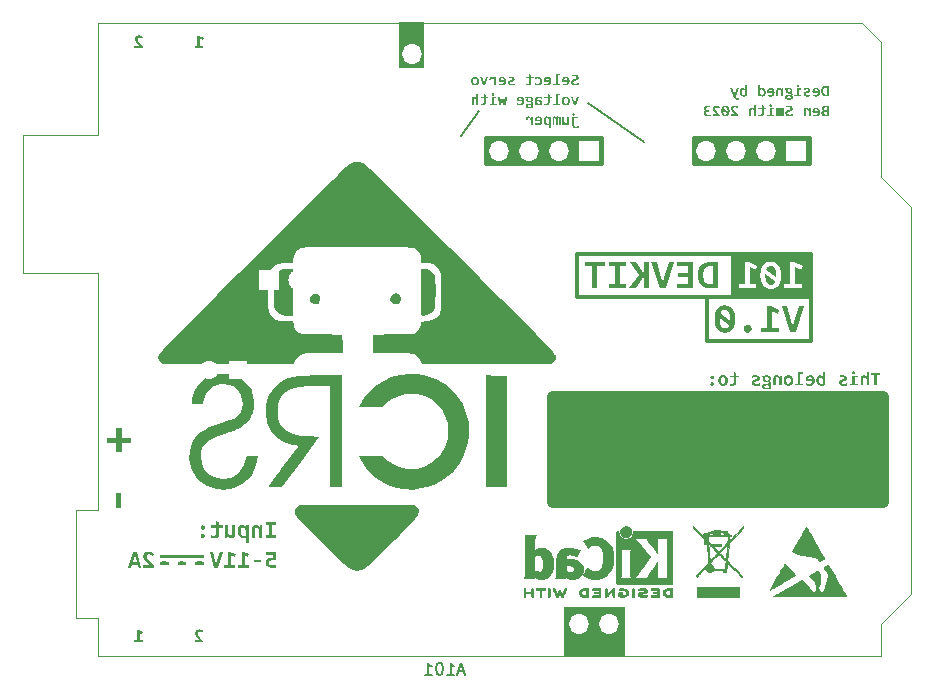
<source format=gbr>
%TF.GenerationSoftware,KiCad,Pcbnew,7.0.1*%
%TF.CreationDate,2023-08-18T21:24:28+01:00*%
%TF.ProjectId,101 PCB,31303120-5043-4422-9e6b-696361645f70,rev?*%
%TF.SameCoordinates,Original*%
%TF.FileFunction,Legend,Bot*%
%TF.FilePolarity,Positive*%
%FSLAX46Y46*%
G04 Gerber Fmt 4.6, Leading zero omitted, Abs format (unit mm)*
G04 Created by KiCad (PCBNEW 7.0.1) date 2023-08-18 21:24:28*
%MOMM*%
%LPD*%
G01*
G04 APERTURE LIST*
%ADD10C,0.300000*%
%ADD11C,0.200000*%
%ADD12C,0.240000*%
%ADD13C,0.150000*%
%ADD14C,1.000000*%
%ADD15C,0.120000*%
%ADD16C,0.010000*%
%ADD17C,3.200000*%
%ADD18R,1.700000X1.700000*%
%ADD19O,1.700000X1.700000*%
%ADD20R,3.000000X3.000000*%
%ADD21C,3.000000*%
%ADD22C,0.600000*%
%ADD23O,2.000000X0.900000*%
%ADD24O,1.700000X0.900000*%
%ADD25R,1.600000X1.600000*%
%ADD26C,1.600000*%
%ADD27R,1.800000X1.800000*%
%ADD28C,1.800000*%
G04 APERTURE END LIST*
D10*
X159100000Y-89300000D02*
X167900000Y-89300000D01*
X167900000Y-85600000D01*
X159100000Y-85600000D01*
X159100000Y-89300000D01*
X148100000Y-85600000D02*
X167900000Y-85600000D01*
X167900000Y-81900000D01*
X148100000Y-81900000D01*
X148100000Y-85600000D01*
D11*
G36*
X166099354Y-88537500D02*
G01*
X166659280Y-88537500D01*
X167344382Y-86310005D01*
X166865055Y-86310005D01*
X166485868Y-87651509D01*
X166363746Y-88091146D01*
X166236740Y-87625863D01*
X165860606Y-86310005D01*
X165410589Y-86310005D01*
X166099354Y-88537500D01*
G37*
G36*
X165160850Y-88537500D02*
G01*
X165160850Y-88146711D01*
X164589322Y-88146711D01*
X164589322Y-86744146D01*
X165087578Y-87013424D01*
X165224964Y-86661714D01*
X164511775Y-86310005D01*
X164160065Y-86310005D01*
X164160065Y-88146711D01*
X163667305Y-88146711D01*
X163667305Y-88537500D01*
X165160850Y-88537500D01*
G37*
G36*
X162543178Y-87912238D02*
G01*
X162516523Y-87913161D01*
X162490599Y-87915930D01*
X162465404Y-87920545D01*
X162440939Y-87927007D01*
X162417204Y-87935314D01*
X162409455Y-87938494D01*
X162386700Y-87949005D01*
X162365148Y-87960848D01*
X162341522Y-87976346D01*
X162319533Y-87993656D01*
X162301988Y-88009935D01*
X162282917Y-88030225D01*
X162265774Y-88052093D01*
X162250559Y-88075539D01*
X162237273Y-88100562D01*
X162230547Y-88115570D01*
X162221831Y-88138768D01*
X162214919Y-88162568D01*
X162209810Y-88186968D01*
X162206504Y-88211970D01*
X162205002Y-88237572D01*
X162204901Y-88246240D01*
X162205803Y-88271399D01*
X162208508Y-88296043D01*
X162213016Y-88320171D01*
X162219327Y-88343784D01*
X162227441Y-88366883D01*
X162230547Y-88374467D01*
X162242731Y-88399946D01*
X162256844Y-88424022D01*
X162272885Y-88446696D01*
X162290854Y-88467967D01*
X162301988Y-88479492D01*
X162322574Y-88498117D01*
X162344797Y-88514988D01*
X162368656Y-88530107D01*
X162390409Y-88541670D01*
X162409455Y-88550322D01*
X162432946Y-88559245D01*
X162457168Y-88566322D01*
X162482119Y-88571553D01*
X162507801Y-88574937D01*
X162534212Y-88576476D01*
X162543178Y-88576578D01*
X162568730Y-88575655D01*
X162593639Y-88572886D01*
X162617903Y-88568271D01*
X162641524Y-88561809D01*
X162664500Y-88553502D01*
X162672016Y-88550322D01*
X162697494Y-88537959D01*
X162721570Y-88523842D01*
X162744244Y-88507972D01*
X162765515Y-88490349D01*
X162777040Y-88479492D01*
X162795636Y-88459022D01*
X162812420Y-88437150D01*
X162827392Y-88413875D01*
X162840553Y-88389198D01*
X162847260Y-88374467D01*
X162855976Y-88351541D01*
X162862888Y-88328099D01*
X162867997Y-88304143D01*
X162871303Y-88279671D01*
X162872805Y-88254683D01*
X162872906Y-88246240D01*
X162872004Y-88220437D01*
X162869299Y-88195235D01*
X162864791Y-88170634D01*
X162858480Y-88146635D01*
X162850366Y-88123236D01*
X162847260Y-88115570D01*
X162836978Y-88093252D01*
X162823299Y-88068679D01*
X162807809Y-88045684D01*
X162790508Y-88024267D01*
X162777040Y-88009935D01*
X162756571Y-87991072D01*
X162734698Y-87974021D01*
X162711424Y-87958782D01*
X162686747Y-87945354D01*
X162672016Y-87938494D01*
X162649254Y-87929571D01*
X162625848Y-87922494D01*
X162601798Y-87917263D01*
X162577105Y-87913879D01*
X162551767Y-87912340D01*
X162543178Y-87912238D01*
G37*
G36*
X160611424Y-86271234D02*
G01*
X160637540Y-86272157D01*
X160663307Y-86273695D01*
X160688726Y-86275849D01*
X160713796Y-86278618D01*
X160738519Y-86282003D01*
X160762893Y-86286003D01*
X160798801Y-86293156D01*
X160833926Y-86301695D01*
X160868267Y-86311618D01*
X160901825Y-86322925D01*
X160934599Y-86335617D01*
X160966590Y-86349694D01*
X160987375Y-86359743D01*
X161017782Y-86375863D01*
X161047267Y-86393238D01*
X161075828Y-86411869D01*
X161103466Y-86431756D01*
X161130182Y-86452899D01*
X161155974Y-86475298D01*
X161180843Y-86498952D01*
X161204789Y-86523863D01*
X161227812Y-86550029D01*
X161249912Y-86577451D01*
X161257034Y-86586829D01*
X161277771Y-86615757D01*
X161297563Y-86645876D01*
X161316411Y-86677187D01*
X161328451Y-86698723D01*
X161340072Y-86720788D01*
X161351273Y-86743383D01*
X161362054Y-86766507D01*
X161372415Y-86790161D01*
X161382356Y-86814345D01*
X161391878Y-86839058D01*
X161400980Y-86864300D01*
X161409662Y-86890072D01*
X161417924Y-86916373D01*
X161425767Y-86943204D01*
X161433161Y-86970453D01*
X161440078Y-86998159D01*
X161446518Y-87026323D01*
X161452481Y-87054945D01*
X161457967Y-87084026D01*
X161462976Y-87113564D01*
X161467507Y-87143560D01*
X161471562Y-87174014D01*
X161475140Y-87204926D01*
X161478241Y-87236296D01*
X161480864Y-87268124D01*
X161483011Y-87300409D01*
X161484681Y-87333153D01*
X161485873Y-87366355D01*
X161486589Y-87400015D01*
X161486827Y-87434132D01*
X161486579Y-87471506D01*
X161485835Y-87508216D01*
X161484595Y-87544264D01*
X161482858Y-87579648D01*
X161480626Y-87614369D01*
X161477897Y-87648427D01*
X161474673Y-87681822D01*
X161470952Y-87714554D01*
X161466735Y-87746623D01*
X161462022Y-87778028D01*
X161456812Y-87808771D01*
X161451107Y-87838850D01*
X161444905Y-87868267D01*
X161438208Y-87897020D01*
X161431014Y-87925111D01*
X161423324Y-87952538D01*
X161419307Y-87965972D01*
X161410983Y-87992391D01*
X161402272Y-88018208D01*
X161393175Y-88043424D01*
X161383691Y-88068039D01*
X161373822Y-88092053D01*
X161363565Y-88115466D01*
X161352923Y-88138278D01*
X161341893Y-88160489D01*
X161324625Y-88192678D01*
X161306488Y-88223515D01*
X161287481Y-88253000D01*
X161267605Y-88281132D01*
X161246859Y-88307911D01*
X161232495Y-88325023D01*
X161210324Y-88349598D01*
X161187401Y-88372865D01*
X161163727Y-88394821D01*
X161139301Y-88415469D01*
X161114125Y-88434807D01*
X161088196Y-88452835D01*
X161061517Y-88469554D01*
X161034086Y-88484963D01*
X161005904Y-88499063D01*
X160976970Y-88511854D01*
X160957317Y-88519692D01*
X160927406Y-88530500D01*
X160896981Y-88540171D01*
X160866040Y-88548704D01*
X160834585Y-88556099D01*
X160802614Y-88562357D01*
X160770127Y-88567476D01*
X160737126Y-88571459D01*
X160703609Y-88574303D01*
X160669577Y-88576009D01*
X160635030Y-88576578D01*
X160608355Y-88576273D01*
X160582060Y-88575357D01*
X160556148Y-88573831D01*
X160530617Y-88571693D01*
X160505467Y-88568946D01*
X160480700Y-88565587D01*
X160456313Y-88561618D01*
X160420450Y-88554520D01*
X160385445Y-88546048D01*
X160351299Y-88536202D01*
X160318011Y-88524982D01*
X160285582Y-88512388D01*
X160254012Y-88498421D01*
X160233373Y-88488300D01*
X160203157Y-88472091D01*
X160173831Y-88454648D01*
X160145397Y-88435970D01*
X160117853Y-88416058D01*
X160091201Y-88394911D01*
X160065439Y-88372531D01*
X160040568Y-88348916D01*
X160016588Y-88324066D01*
X159993499Y-88297982D01*
X159971301Y-88270664D01*
X159957018Y-88251704D01*
X159936417Y-88222290D01*
X159916804Y-88191705D01*
X159904277Y-88170665D01*
X159892189Y-88149106D01*
X159880540Y-88127026D01*
X159869329Y-88104426D01*
X159858558Y-88081307D01*
X159848225Y-88057667D01*
X159838331Y-88033508D01*
X159828876Y-88008828D01*
X159819860Y-87983629D01*
X159811283Y-87957909D01*
X159803145Y-87931670D01*
X159795446Y-87904911D01*
X159788126Y-87877588D01*
X159781278Y-87849813D01*
X159774902Y-87821584D01*
X159768999Y-87792902D01*
X159763568Y-87763767D01*
X159758609Y-87734179D01*
X159754122Y-87704138D01*
X159750108Y-87673643D01*
X159746566Y-87642695D01*
X159743496Y-87611294D01*
X159740899Y-87579440D01*
X159738774Y-87547133D01*
X159737121Y-87514372D01*
X159735940Y-87481159D01*
X159735232Y-87447492D01*
X159735072Y-87424363D01*
X160157536Y-87424363D01*
X160157569Y-87437057D01*
X160157836Y-87462135D01*
X160158371Y-87486798D01*
X160159673Y-87523014D01*
X160161576Y-87558296D01*
X160164081Y-87592645D01*
X160167186Y-87626059D01*
X160170893Y-87658540D01*
X160175200Y-87690087D01*
X160180109Y-87720700D01*
X160185619Y-87750380D01*
X160191730Y-87779125D01*
X160196109Y-87797775D01*
X160203071Y-87824990D01*
X160210506Y-87851292D01*
X160218413Y-87876681D01*
X160226792Y-87901159D01*
X160235643Y-87924724D01*
X160244967Y-87947376D01*
X160258133Y-87976161D01*
X160272139Y-88003323D01*
X160286984Y-88028864D01*
X160298632Y-88046862D01*
X160314780Y-88069507D01*
X160331633Y-88090606D01*
X160349193Y-88110160D01*
X160367459Y-88128168D01*
X160386431Y-88144630D01*
X160406108Y-88159547D01*
X160431698Y-88176020D01*
X160442129Y-88181935D01*
X160468643Y-88195054D01*
X160495783Y-88205787D01*
X160523550Y-88214135D01*
X160551943Y-88220098D01*
X160580961Y-88223676D01*
X160610606Y-88224869D01*
X160643216Y-88223667D01*
X160674796Y-88220060D01*
X160705346Y-88214049D01*
X160734865Y-88205635D01*
X160763353Y-88194815D01*
X160790812Y-88181592D01*
X160817239Y-88165964D01*
X160842637Y-88147932D01*
X160866823Y-88127420D01*
X160889615Y-88104350D01*
X160905796Y-88085370D01*
X160921193Y-88064952D01*
X160935806Y-88043095D01*
X160949636Y-88019800D01*
X160962683Y-87995067D01*
X160974945Y-87968895D01*
X160986425Y-87941286D01*
X160997121Y-87912238D01*
X160161199Y-87326055D01*
X160160741Y-87349869D01*
X160159368Y-87374904D01*
X160157994Y-87399786D01*
X160157536Y-87424363D01*
X159735072Y-87424363D01*
X159734996Y-87413372D01*
X159735244Y-87375779D01*
X159735988Y-87338868D01*
X159737228Y-87302640D01*
X159738965Y-87267093D01*
X159741197Y-87232229D01*
X159743926Y-87198047D01*
X159747150Y-87164547D01*
X159750871Y-87131729D01*
X159755088Y-87099594D01*
X159759802Y-87068140D01*
X159765011Y-87037369D01*
X159770716Y-87007280D01*
X159776918Y-86977873D01*
X159783615Y-86949148D01*
X159787176Y-86935266D01*
X160219207Y-86935266D01*
X161060624Y-87560528D01*
X161062226Y-87542897D01*
X161063772Y-87516736D01*
X161064287Y-87490919D01*
X161064287Y-87469071D01*
X161064287Y-87443936D01*
X161064287Y-87417646D01*
X161064253Y-87404953D01*
X161063981Y-87379890D01*
X161063438Y-87355256D01*
X161062112Y-87319109D01*
X161060175Y-87283929D01*
X161057625Y-87249715D01*
X161054465Y-87216467D01*
X161050692Y-87184184D01*
X161046307Y-87152868D01*
X161041311Y-87122518D01*
X161035703Y-87093133D01*
X161029483Y-87064715D01*
X161027244Y-87055452D01*
X161020228Y-87028250D01*
X161012761Y-87001929D01*
X161004844Y-86976487D01*
X160996475Y-86951926D01*
X160987656Y-86928244D01*
X160975196Y-86898038D01*
X160961934Y-86869397D01*
X160947871Y-86842321D01*
X160933007Y-86816809D01*
X160925291Y-86804644D01*
X160909358Y-86781517D01*
X160892757Y-86759994D01*
X160875488Y-86740073D01*
X160857551Y-86721754D01*
X160838947Y-86705039D01*
X160814752Y-86686399D01*
X160789514Y-86670263D01*
X160779155Y-86664496D01*
X160752778Y-86651705D01*
X160725715Y-86641240D01*
X160697967Y-86633101D01*
X160669532Y-86627287D01*
X160640412Y-86623798D01*
X160610606Y-86622636D01*
X160602283Y-86622711D01*
X160577719Y-86623838D01*
X160545920Y-86627444D01*
X160515208Y-86633455D01*
X160485584Y-86641870D01*
X160457048Y-86652689D01*
X160429599Y-86665912D01*
X160403238Y-86681540D01*
X160377965Y-86699572D01*
X160353846Y-86719951D01*
X160330948Y-86742925D01*
X160314576Y-86761859D01*
X160298891Y-86782252D01*
X160283893Y-86804105D01*
X160269582Y-86827418D01*
X160255958Y-86852190D01*
X160243021Y-86878423D01*
X160230770Y-86906115D01*
X160219207Y-86935266D01*
X159787176Y-86935266D01*
X159790809Y-86921106D01*
X159798499Y-86893745D01*
X159802516Y-86880274D01*
X159810840Y-86853794D01*
X159819551Y-86827929D01*
X159828648Y-86802679D01*
X159838132Y-86778045D01*
X159848001Y-86754026D01*
X159858258Y-86730623D01*
X159868900Y-86707835D01*
X159879930Y-86685662D01*
X159897198Y-86653557D01*
X159915335Y-86622837D01*
X159934342Y-86593501D01*
X159954218Y-86565549D01*
X159974964Y-86538982D01*
X159989180Y-86521945D01*
X160011147Y-86497471D01*
X160033888Y-86474296D01*
X160057401Y-86452420D01*
X160081687Y-86431842D01*
X160106746Y-86412563D01*
X160132577Y-86394583D01*
X160159181Y-86377902D01*
X160186559Y-86362519D01*
X160214709Y-86348435D01*
X160243631Y-86335650D01*
X160263283Y-86327813D01*
X160293181Y-86317004D01*
X160323583Y-86307333D01*
X160354489Y-86298800D01*
X160385900Y-86291405D01*
X160417816Y-86285148D01*
X160450236Y-86280028D01*
X160483160Y-86276046D01*
X160516589Y-86273201D01*
X160550523Y-86271495D01*
X160584961Y-86270926D01*
X160611424Y-86271234D01*
G37*
G36*
X160018806Y-84837500D02*
G01*
X159448499Y-84837500D01*
X159411731Y-84837185D01*
X159375617Y-84836240D01*
X159340156Y-84834666D01*
X159305349Y-84832462D01*
X159271196Y-84829628D01*
X159237696Y-84826165D01*
X159204850Y-84822072D01*
X159172657Y-84817349D01*
X159141117Y-84811997D01*
X159110232Y-84806015D01*
X159080000Y-84799403D01*
X159050421Y-84792162D01*
X159021496Y-84784291D01*
X158993224Y-84775790D01*
X158965606Y-84766660D01*
X158938642Y-84756899D01*
X158912304Y-84746483D01*
X158886568Y-84735538D01*
X158861433Y-84724063D01*
X158836899Y-84712058D01*
X158812966Y-84699524D01*
X158789634Y-84686460D01*
X158766904Y-84672867D01*
X158744774Y-84658744D01*
X158723245Y-84644092D01*
X158702318Y-84628910D01*
X158681991Y-84613199D01*
X158662266Y-84596958D01*
X158643141Y-84580188D01*
X158624618Y-84562888D01*
X158606696Y-84545059D01*
X158589374Y-84526700D01*
X158572561Y-84507760D01*
X158556316Y-84488337D01*
X158540638Y-84468433D01*
X158525528Y-84448047D01*
X158510985Y-84427179D01*
X158497010Y-84405829D01*
X158483603Y-84383997D01*
X158470764Y-84361684D01*
X158458492Y-84338889D01*
X158446788Y-84315612D01*
X158435652Y-84291853D01*
X158425083Y-84267612D01*
X158415082Y-84242890D01*
X158405648Y-84217686D01*
X158396783Y-84192000D01*
X158388485Y-84165832D01*
X158380647Y-84139237D01*
X158373315Y-84112270D01*
X158366488Y-84084931D01*
X158360168Y-84057220D01*
X158354353Y-84029137D01*
X158349043Y-84000682D01*
X158344239Y-83971854D01*
X158339941Y-83942655D01*
X158336149Y-83913083D01*
X158332862Y-83883140D01*
X158330081Y-83852824D01*
X158327805Y-83822136D01*
X158326036Y-83791076D01*
X158324772Y-83759644D01*
X158324013Y-83727840D01*
X158323976Y-83723142D01*
X158777441Y-83723142D01*
X158778073Y-83771699D01*
X158779970Y-83818606D01*
X158783130Y-83863863D01*
X158787554Y-83907469D01*
X158793243Y-83949424D01*
X158800196Y-83989729D01*
X158808413Y-84028383D01*
X158817894Y-84065387D01*
X158828639Y-84100740D01*
X158840649Y-84134443D01*
X158853922Y-84166495D01*
X158868460Y-84196896D01*
X158884262Y-84225647D01*
X158901328Y-84252748D01*
X158919658Y-84278198D01*
X158939252Y-84301997D01*
X158959984Y-84324253D01*
X158981880Y-84345073D01*
X159004940Y-84364458D01*
X159029164Y-84382406D01*
X159054552Y-84398919D01*
X159081104Y-84413996D01*
X159108820Y-84427637D01*
X159137700Y-84439842D01*
X159167743Y-84450611D01*
X159198951Y-84459944D01*
X159231323Y-84467841D01*
X159264858Y-84474303D01*
X159299558Y-84479328D01*
X159335422Y-84482918D01*
X159372449Y-84485072D01*
X159410641Y-84485790D01*
X159596265Y-84485790D01*
X159596265Y-82961714D01*
X159381942Y-82961714D01*
X159371160Y-82961765D01*
X159339477Y-82962516D01*
X159308792Y-82964169D01*
X159279105Y-82966723D01*
X159250417Y-82970179D01*
X159222727Y-82974537D01*
X159196035Y-82979797D01*
X159170341Y-82985957D01*
X159145645Y-82993020D01*
X159121948Y-83000984D01*
X159091904Y-83013005D01*
X159063349Y-83026420D01*
X159036301Y-83041322D01*
X159010760Y-83057713D01*
X158986727Y-83075593D01*
X158964201Y-83094960D01*
X158943183Y-83115816D01*
X158923672Y-83138161D01*
X158905669Y-83161994D01*
X158901358Y-83168143D01*
X158884900Y-83193597D01*
X158869701Y-83220426D01*
X158855762Y-83248628D01*
X158843083Y-83278205D01*
X158834400Y-83301288D01*
X158826425Y-83325145D01*
X158819158Y-83349774D01*
X158812600Y-83375177D01*
X158806750Y-83401352D01*
X158803201Y-83419138D01*
X158798307Y-83446399D01*
X158793928Y-83474357D01*
X158790064Y-83503013D01*
X158786715Y-83532367D01*
X158783881Y-83562419D01*
X158781563Y-83593168D01*
X158779760Y-83624615D01*
X158778472Y-83656759D01*
X158777699Y-83689602D01*
X158777441Y-83723142D01*
X158323976Y-83723142D01*
X158323760Y-83695664D01*
X158324013Y-83660631D01*
X158324772Y-83626208D01*
X158326036Y-83592395D01*
X158327805Y-83559193D01*
X158330081Y-83526602D01*
X158332862Y-83494622D01*
X158336149Y-83463252D01*
X158339941Y-83432493D01*
X158344239Y-83402344D01*
X158349043Y-83372806D01*
X158354353Y-83343878D01*
X158360168Y-83315561D01*
X158366488Y-83287855D01*
X158373315Y-83260759D01*
X158380647Y-83234274D01*
X158388485Y-83208400D01*
X158396752Y-83183110D01*
X158405524Y-83158378D01*
X158414803Y-83134204D01*
X158424587Y-83110588D01*
X158434876Y-83087531D01*
X158445672Y-83065031D01*
X158456973Y-83043090D01*
X158474872Y-83011224D01*
X158493910Y-82980615D01*
X158514085Y-82951261D01*
X158535398Y-82923163D01*
X158557848Y-82896320D01*
X158581436Y-82870734D01*
X158606162Y-82846387D01*
X158632026Y-82823264D01*
X158659028Y-82801364D01*
X158687167Y-82780689D01*
X158716444Y-82761236D01*
X158746858Y-82743007D01*
X158778411Y-82726002D01*
X158811101Y-82710221D01*
X158833527Y-82700379D01*
X158856458Y-82691082D01*
X158879895Y-82682328D01*
X158903837Y-82674118D01*
X158928209Y-82666355D01*
X158953086Y-82659092D01*
X158978469Y-82652330D01*
X159004358Y-82646069D01*
X159030753Y-82640308D01*
X159057653Y-82635049D01*
X159085058Y-82630291D01*
X159112970Y-82626033D01*
X159141387Y-82622277D01*
X159170310Y-82619021D01*
X159199738Y-82616266D01*
X159229672Y-82614012D01*
X159260112Y-82612259D01*
X159291057Y-82611007D01*
X159322508Y-82610255D01*
X159354465Y-82610005D01*
X160018806Y-82610005D01*
X160018806Y-84837500D01*
G37*
G36*
X157928087Y-84837500D02*
G01*
X157928087Y-82610005D01*
X156576813Y-82610005D01*
X156576813Y-82961714D01*
X157498830Y-82961714D01*
X157498830Y-83508818D01*
X156619556Y-83508818D01*
X156619556Y-83860528D01*
X157498830Y-83860528D01*
X157498830Y-84485790D01*
X156576813Y-84485790D01*
X156576813Y-84837500D01*
X157928087Y-84837500D01*
G37*
G36*
X155077162Y-84837500D02*
G01*
X155637089Y-84837500D01*
X156322190Y-82610005D01*
X155842863Y-82610005D01*
X155463676Y-83951509D01*
X155341555Y-84391146D01*
X155214549Y-83925863D01*
X154838415Y-82610005D01*
X154388397Y-82610005D01*
X155077162Y-84837500D01*
G37*
G36*
X153074371Y-84837500D02*
G01*
X153749092Y-83760389D01*
X153749092Y-84837500D01*
X154178348Y-84837500D01*
X154178348Y-82610005D01*
X153749092Y-82610005D01*
X153749092Y-83648647D01*
X153077424Y-82610005D01*
X152567567Y-82610005D01*
X153330215Y-83681620D01*
X152527877Y-84837500D01*
X153074371Y-84837500D01*
G37*
G36*
X152220131Y-82961714D02*
G01*
X152220131Y-82610005D01*
X150801691Y-82610005D01*
X150801691Y-82961714D01*
X151296283Y-82961714D01*
X151296283Y-84485790D01*
X150801691Y-84485790D01*
X150801691Y-84837500D01*
X152220131Y-84837500D01*
X152220131Y-84485790D01*
X151725540Y-84485790D01*
X151725540Y-82961714D01*
X152220131Y-82961714D01*
G37*
G36*
X149372260Y-82961714D02*
G01*
X149372260Y-84837500D01*
X149805180Y-84837500D01*
X149805180Y-82961714D01*
X150420062Y-82961714D01*
X150420062Y-82610005D01*
X148757379Y-82610005D01*
X148757379Y-82961714D01*
X149372260Y-82961714D01*
G37*
G36*
X164880407Y-84212238D02*
G01*
X164869711Y-84241286D01*
X164858232Y-84268895D01*
X164845969Y-84295067D01*
X164832923Y-84319800D01*
X164819093Y-84343095D01*
X164804479Y-84364952D01*
X164789082Y-84385370D01*
X164772902Y-84404350D01*
X164750109Y-84427420D01*
X164725923Y-84447932D01*
X164700526Y-84465964D01*
X164674098Y-84481592D01*
X164646640Y-84494815D01*
X164618151Y-84505635D01*
X164588632Y-84514049D01*
X164558083Y-84520060D01*
X164526503Y-84523667D01*
X164493893Y-84524869D01*
X164464248Y-84523676D01*
X164435229Y-84520098D01*
X164406836Y-84514135D01*
X164379070Y-84505787D01*
X164351929Y-84495054D01*
X164325415Y-84481935D01*
X164314985Y-84476020D01*
X164289395Y-84459547D01*
X164269717Y-84444630D01*
X164250745Y-84428168D01*
X164232479Y-84410160D01*
X164214920Y-84390606D01*
X164198066Y-84369507D01*
X164181918Y-84346862D01*
X164170271Y-84328864D01*
X164155425Y-84303323D01*
X164141420Y-84276161D01*
X164128253Y-84247376D01*
X164118930Y-84224724D01*
X164110078Y-84201159D01*
X164101699Y-84176681D01*
X164093792Y-84151292D01*
X164086358Y-84124990D01*
X164079395Y-84097775D01*
X164075016Y-84079125D01*
X164068905Y-84050380D01*
X164063396Y-84020700D01*
X164058487Y-83990087D01*
X164054179Y-83958540D01*
X164050473Y-83926059D01*
X164047367Y-83892645D01*
X164044863Y-83858296D01*
X164042959Y-83823014D01*
X164041657Y-83786798D01*
X164041123Y-83762135D01*
X164040856Y-83737057D01*
X164040822Y-83724363D01*
X164041280Y-83699786D01*
X164042654Y-83674904D01*
X164044028Y-83649869D01*
X164044486Y-83626055D01*
X164880407Y-84212238D01*
G37*
G36*
X164523698Y-82923798D02*
G01*
X164552819Y-82927287D01*
X164581253Y-82933101D01*
X164609002Y-82941240D01*
X164636064Y-82951705D01*
X164662442Y-82964496D01*
X164672801Y-82970263D01*
X164698039Y-82986399D01*
X164722233Y-83005039D01*
X164740838Y-83021754D01*
X164758774Y-83040073D01*
X164776043Y-83059994D01*
X164792644Y-83081517D01*
X164808577Y-83104644D01*
X164816293Y-83116809D01*
X164831158Y-83142321D01*
X164845221Y-83169397D01*
X164858482Y-83198038D01*
X164870943Y-83228244D01*
X164879762Y-83251926D01*
X164888130Y-83276487D01*
X164896048Y-83301929D01*
X164903515Y-83328250D01*
X164910531Y-83355452D01*
X164912769Y-83364715D01*
X164918989Y-83393133D01*
X164924597Y-83422518D01*
X164929594Y-83452868D01*
X164933978Y-83484184D01*
X164937751Y-83516467D01*
X164940912Y-83549715D01*
X164943461Y-83583929D01*
X164945398Y-83619109D01*
X164946724Y-83655256D01*
X164947268Y-83679890D01*
X164947540Y-83704953D01*
X164947574Y-83717646D01*
X164947574Y-83743936D01*
X164947574Y-83769071D01*
X164947574Y-83790919D01*
X164947059Y-83816736D01*
X164945513Y-83842897D01*
X164943910Y-83860528D01*
X164102493Y-83235266D01*
X164114057Y-83206115D01*
X164126307Y-83178423D01*
X164139244Y-83152190D01*
X164152869Y-83127418D01*
X164167180Y-83104105D01*
X164182178Y-83082252D01*
X164197863Y-83061859D01*
X164214235Y-83042925D01*
X164237132Y-83019951D01*
X164261251Y-82999572D01*
X164286525Y-82981540D01*
X164312886Y-82965912D01*
X164340334Y-82952689D01*
X164368871Y-82941870D01*
X164398495Y-82933455D01*
X164429206Y-82927444D01*
X164461006Y-82923838D01*
X164485569Y-82922711D01*
X164493893Y-82922636D01*
X164523698Y-82923798D01*
G37*
G36*
X167843202Y-85533721D02*
G01*
X161126875Y-85533721D01*
X161126875Y-84837500D01*
X161784018Y-84837500D01*
X163277563Y-84837500D01*
X163277563Y-84446711D01*
X162706035Y-84446711D01*
X162706035Y-83713372D01*
X163618282Y-83713372D01*
X163618358Y-83724363D01*
X163618518Y-83747492D01*
X163619227Y-83781159D01*
X163620407Y-83814372D01*
X163622060Y-83847133D01*
X163624185Y-83879440D01*
X163626783Y-83911294D01*
X163629853Y-83942695D01*
X163633395Y-83973643D01*
X163637409Y-84004138D01*
X163641895Y-84034179D01*
X163646854Y-84063767D01*
X163652285Y-84092902D01*
X163658189Y-84121584D01*
X163664564Y-84149813D01*
X163671412Y-84177588D01*
X163678732Y-84204911D01*
X163686431Y-84231670D01*
X163694570Y-84257909D01*
X163703147Y-84283629D01*
X163712163Y-84308828D01*
X163721618Y-84333508D01*
X163731511Y-84357667D01*
X163741844Y-84381307D01*
X163752616Y-84404426D01*
X163763826Y-84427026D01*
X163775475Y-84449106D01*
X163787563Y-84470665D01*
X163800090Y-84491705D01*
X163819704Y-84522290D01*
X163840304Y-84551704D01*
X163854587Y-84570664D01*
X163876785Y-84597982D01*
X163899874Y-84624066D01*
X163923854Y-84648916D01*
X163948725Y-84672531D01*
X163974487Y-84694911D01*
X164001140Y-84716058D01*
X164028683Y-84735970D01*
X164057118Y-84754648D01*
X164086443Y-84772091D01*
X164116659Y-84788300D01*
X164137298Y-84798421D01*
X164168868Y-84812388D01*
X164201297Y-84824982D01*
X164234585Y-84836202D01*
X164268731Y-84846048D01*
X164303736Y-84854520D01*
X164339600Y-84861618D01*
X164363986Y-84865587D01*
X164388754Y-84868946D01*
X164413903Y-84871693D01*
X164439434Y-84873831D01*
X164465347Y-84875357D01*
X164491641Y-84876273D01*
X164518317Y-84876578D01*
X164552864Y-84876009D01*
X164586896Y-84874303D01*
X164620412Y-84871459D01*
X164653414Y-84867476D01*
X164685900Y-84862357D01*
X164717871Y-84856099D01*
X164749327Y-84848704D01*
X164780267Y-84840171D01*
X164788670Y-84837500D01*
X165628401Y-84837500D01*
X167121946Y-84837500D01*
X167121946Y-84446711D01*
X166550417Y-84446711D01*
X166550417Y-83044146D01*
X167048673Y-83313424D01*
X167186059Y-82961714D01*
X166472870Y-82610005D01*
X166121161Y-82610005D01*
X166121161Y-84446711D01*
X165628401Y-84446711D01*
X165628401Y-84837500D01*
X164788670Y-84837500D01*
X164810693Y-84830500D01*
X164840603Y-84819692D01*
X164860257Y-84811854D01*
X164889190Y-84799063D01*
X164917373Y-84784963D01*
X164944803Y-84769554D01*
X164971483Y-84752835D01*
X164997411Y-84734807D01*
X165022588Y-84715469D01*
X165047013Y-84694821D01*
X165070687Y-84672865D01*
X165093610Y-84649598D01*
X165115782Y-84625023D01*
X165130145Y-84607911D01*
X165150891Y-84581132D01*
X165170767Y-84553000D01*
X165189774Y-84523515D01*
X165207912Y-84492678D01*
X165225180Y-84460489D01*
X165236209Y-84438278D01*
X165246852Y-84415466D01*
X165257108Y-84392053D01*
X165266978Y-84368039D01*
X165276461Y-84343424D01*
X165285558Y-84318208D01*
X165294269Y-84292391D01*
X165302593Y-84265972D01*
X165306611Y-84252538D01*
X165314301Y-84225111D01*
X165321494Y-84197020D01*
X165328192Y-84168267D01*
X165334393Y-84138850D01*
X165340099Y-84108771D01*
X165345308Y-84078028D01*
X165350021Y-84046623D01*
X165354238Y-84014554D01*
X165357959Y-83981822D01*
X165361184Y-83948427D01*
X165363912Y-83914369D01*
X165366145Y-83879648D01*
X165367881Y-83844264D01*
X165369122Y-83808216D01*
X165369866Y-83771506D01*
X165370114Y-83734132D01*
X165369875Y-83700015D01*
X165369160Y-83666355D01*
X165367967Y-83633153D01*
X165366298Y-83600409D01*
X165364151Y-83568124D01*
X165361527Y-83536296D01*
X165358426Y-83504926D01*
X165354849Y-83474014D01*
X165350794Y-83443560D01*
X165346262Y-83413564D01*
X165341253Y-83384026D01*
X165335767Y-83354945D01*
X165329804Y-83326323D01*
X165323364Y-83298159D01*
X165316447Y-83270453D01*
X165309053Y-83243204D01*
X165301211Y-83216373D01*
X165292948Y-83190072D01*
X165284266Y-83164300D01*
X165275164Y-83139058D01*
X165265643Y-83114345D01*
X165255701Y-83090161D01*
X165245340Y-83066507D01*
X165234559Y-83043383D01*
X165223358Y-83020788D01*
X165211738Y-82998723D01*
X165199697Y-82977187D01*
X165180849Y-82945876D01*
X165161057Y-82915757D01*
X165140320Y-82886829D01*
X165133198Y-82877451D01*
X165111098Y-82850029D01*
X165088075Y-82823863D01*
X165064129Y-82798952D01*
X165039260Y-82775298D01*
X165013468Y-82752899D01*
X164986753Y-82731756D01*
X164959114Y-82711869D01*
X164930553Y-82693238D01*
X164901069Y-82675863D01*
X164870661Y-82659743D01*
X164849877Y-82649694D01*
X164817886Y-82635617D01*
X164785112Y-82622925D01*
X164751554Y-82611618D01*
X164717213Y-82601695D01*
X164682088Y-82593156D01*
X164646179Y-82586003D01*
X164621805Y-82582003D01*
X164597083Y-82578618D01*
X164572012Y-82575849D01*
X164546593Y-82573695D01*
X164520826Y-82572157D01*
X164494711Y-82571234D01*
X164468247Y-82570926D01*
X164433809Y-82571495D01*
X164399876Y-82573201D01*
X164366447Y-82576046D01*
X164333522Y-82580028D01*
X164301102Y-82585148D01*
X164269187Y-82591405D01*
X164237776Y-82598800D01*
X164206869Y-82607333D01*
X164176467Y-82617004D01*
X164146569Y-82627813D01*
X164126918Y-82635650D01*
X164097995Y-82648435D01*
X164069845Y-82662519D01*
X164042468Y-82677902D01*
X164015864Y-82694583D01*
X163990032Y-82712563D01*
X163964973Y-82731842D01*
X163940687Y-82752420D01*
X163917174Y-82774296D01*
X163894434Y-82797471D01*
X163872466Y-82821945D01*
X163858251Y-82838982D01*
X163837505Y-82865549D01*
X163817629Y-82893501D01*
X163798622Y-82922837D01*
X163780484Y-82953557D01*
X163763216Y-82985662D01*
X163752187Y-83007835D01*
X163741544Y-83030623D01*
X163731288Y-83054026D01*
X163721418Y-83078045D01*
X163711934Y-83102679D01*
X163702837Y-83127929D01*
X163694127Y-83153794D01*
X163685802Y-83180274D01*
X163681785Y-83193745D01*
X163674095Y-83221106D01*
X163670463Y-83235266D01*
X163666902Y-83249148D01*
X163660204Y-83277873D01*
X163654003Y-83307280D01*
X163648297Y-83337369D01*
X163643088Y-83368140D01*
X163638375Y-83399594D01*
X163634158Y-83431729D01*
X163630437Y-83464547D01*
X163627212Y-83498047D01*
X163624483Y-83532229D01*
X163622251Y-83567093D01*
X163620515Y-83602640D01*
X163619274Y-83638868D01*
X163618530Y-83675779D01*
X163618282Y-83713372D01*
X162706035Y-83713372D01*
X162706035Y-83044146D01*
X163204290Y-83313424D01*
X163341677Y-82961714D01*
X162628488Y-82610005D01*
X162276778Y-82610005D01*
X162276778Y-84446711D01*
X161784018Y-84446711D01*
X161784018Y-84837500D01*
X161126875Y-84837500D01*
X161126875Y-81913783D01*
X167843202Y-81913783D01*
X167843202Y-85533721D01*
G37*
G36*
X169440893Y-68575000D02*
G01*
X169212770Y-68575000D01*
X169198063Y-68574874D01*
X169183617Y-68574496D01*
X169169433Y-68573866D01*
X169155510Y-68572984D01*
X169141849Y-68571851D01*
X169128449Y-68570466D01*
X169115310Y-68568829D01*
X169102433Y-68566939D01*
X169089817Y-68564799D01*
X169077463Y-68562406D01*
X169065370Y-68559761D01*
X169053539Y-68556864D01*
X169041969Y-68553716D01*
X169030660Y-68550316D01*
X169019613Y-68546664D01*
X169008827Y-68542759D01*
X168998292Y-68538593D01*
X168987998Y-68534215D01*
X168977944Y-68529625D01*
X168968130Y-68524823D01*
X168958557Y-68519809D01*
X168949224Y-68514584D01*
X168940132Y-68509146D01*
X168931280Y-68503497D01*
X168922669Y-68497637D01*
X168914298Y-68491564D01*
X168906167Y-68485279D01*
X168898277Y-68478783D01*
X168890627Y-68472075D01*
X168883218Y-68465155D01*
X168876049Y-68458023D01*
X168869120Y-68450680D01*
X168862395Y-68443104D01*
X168855897Y-68435335D01*
X168849626Y-68427373D01*
X168843582Y-68419218D01*
X168837765Y-68410871D01*
X168832175Y-68402331D01*
X168826812Y-68393599D01*
X168821676Y-68384673D01*
X168816767Y-68375555D01*
X168812086Y-68366244D01*
X168807631Y-68356741D01*
X168803404Y-68347045D01*
X168799403Y-68337156D01*
X168795630Y-68327074D01*
X168792084Y-68316800D01*
X168788764Y-68306332D01*
X168785629Y-68295694D01*
X168782696Y-68284908D01*
X168779966Y-68273972D01*
X168777438Y-68262888D01*
X168775112Y-68251654D01*
X168772988Y-68240272D01*
X168771066Y-68228741D01*
X168769347Y-68217062D01*
X168767830Y-68205233D01*
X168766515Y-68193256D01*
X168765403Y-68181129D01*
X168764493Y-68168854D01*
X168763785Y-68156430D01*
X168763279Y-68143857D01*
X168762976Y-68131136D01*
X168762961Y-68129256D01*
X168944347Y-68129256D01*
X168944600Y-68148679D01*
X168945358Y-68167442D01*
X168946622Y-68185545D01*
X168948392Y-68202987D01*
X168950668Y-68219769D01*
X168953449Y-68235891D01*
X168956736Y-68251353D01*
X168960528Y-68266154D01*
X168964826Y-68280296D01*
X168969630Y-68293777D01*
X168974939Y-68306598D01*
X168980754Y-68318758D01*
X168987075Y-68330259D01*
X168993902Y-68341099D01*
X169001234Y-68351279D01*
X169009071Y-68360799D01*
X169017364Y-68369701D01*
X169026123Y-68378029D01*
X169035347Y-68385783D01*
X169045036Y-68392962D01*
X169055191Y-68399567D01*
X169065812Y-68405598D01*
X169076898Y-68411054D01*
X169088450Y-68415936D01*
X169100468Y-68420244D01*
X169112951Y-68423977D01*
X169125900Y-68427136D01*
X169139314Y-68429721D01*
X169153194Y-68431731D01*
X169167539Y-68433167D01*
X169182350Y-68434028D01*
X169197627Y-68434316D01*
X169271877Y-68434316D01*
X169271877Y-67824685D01*
X169186147Y-67824685D01*
X169181834Y-67824706D01*
X169169161Y-67825006D01*
X169156887Y-67825667D01*
X169145013Y-67826689D01*
X169133537Y-67828071D01*
X169122461Y-67829815D01*
X169111784Y-67831918D01*
X169101507Y-67834383D01*
X169091629Y-67837208D01*
X169082150Y-67840393D01*
X169070132Y-67845202D01*
X169058710Y-67850568D01*
X169047891Y-67856529D01*
X169037675Y-67863085D01*
X169028061Y-67870237D01*
X169019051Y-67877984D01*
X169010644Y-67886326D01*
X169002839Y-67895264D01*
X168995638Y-67904797D01*
X168993914Y-67907257D01*
X168987330Y-67917439D01*
X168981251Y-67928170D01*
X168975675Y-67939451D01*
X168970604Y-67951282D01*
X168967130Y-67960515D01*
X168963940Y-67970058D01*
X168961034Y-67979909D01*
X168958411Y-67990070D01*
X168956071Y-68000540D01*
X168954651Y-68007655D01*
X168952693Y-68018559D01*
X168950942Y-68029743D01*
X168949396Y-68041205D01*
X168948056Y-68052947D01*
X168946923Y-68064967D01*
X168945996Y-68077267D01*
X168945274Y-68089846D01*
X168944759Y-68102703D01*
X168944450Y-68115840D01*
X168944347Y-68129256D01*
X168762961Y-68129256D01*
X168762875Y-68118265D01*
X168762976Y-68104252D01*
X168763279Y-68090483D01*
X168763785Y-68076958D01*
X168764493Y-68063677D01*
X168765403Y-68050641D01*
X168766515Y-68037848D01*
X168767830Y-68025300D01*
X168769347Y-68012997D01*
X168771066Y-68000937D01*
X168772988Y-67989122D01*
X168775112Y-67977551D01*
X168777438Y-67966224D01*
X168779966Y-67955142D01*
X168782696Y-67944303D01*
X168785629Y-67933709D01*
X168788764Y-67923360D01*
X168792071Y-67913244D01*
X168795580Y-67903351D01*
X168799292Y-67893681D01*
X168803205Y-67884235D01*
X168807321Y-67875012D01*
X168811639Y-67866012D01*
X168816160Y-67857236D01*
X168823319Y-67844489D01*
X168830934Y-67832246D01*
X168839004Y-67820504D01*
X168847530Y-67809265D01*
X168856510Y-67798528D01*
X168865945Y-67788293D01*
X168875835Y-67778555D01*
X168886181Y-67769305D01*
X168896982Y-67760545D01*
X168908237Y-67752275D01*
X168919948Y-67744494D01*
X168932114Y-67737203D01*
X168944735Y-67730401D01*
X168957811Y-67724088D01*
X168966781Y-67720151D01*
X168975954Y-67716432D01*
X168985328Y-67712931D01*
X168994905Y-67709647D01*
X169004654Y-67706542D01*
X169014605Y-67703636D01*
X169024758Y-67700932D01*
X169035114Y-67698427D01*
X169045672Y-67696123D01*
X169056432Y-67694019D01*
X169067394Y-67692116D01*
X169078558Y-67690413D01*
X169089925Y-67688910D01*
X169101494Y-67687608D01*
X169113266Y-67686506D01*
X169125239Y-67685604D01*
X169137415Y-67684903D01*
X169149793Y-67684402D01*
X169162374Y-67684102D01*
X169175157Y-67684002D01*
X169440893Y-67684002D01*
X169440893Y-68575000D01*
G37*
G36*
X168342051Y-67856055D02*
G01*
X168355779Y-67856616D01*
X168369262Y-67857658D01*
X168382500Y-67859181D01*
X168395494Y-67861185D01*
X168408243Y-67863669D01*
X168420748Y-67866634D01*
X168433007Y-67870080D01*
X168445022Y-67874007D01*
X168456792Y-67878415D01*
X168468318Y-67883304D01*
X168475849Y-67886813D01*
X168486882Y-67892413D01*
X168497596Y-67898416D01*
X168507993Y-67904823D01*
X168518073Y-67911634D01*
X168527834Y-67918848D01*
X168537278Y-67926466D01*
X168546404Y-67934487D01*
X168555213Y-67942912D01*
X168563704Y-67951741D01*
X168571877Y-67960973D01*
X168577115Y-67967311D01*
X168584692Y-67977115D01*
X168591935Y-67987275D01*
X168598843Y-67997791D01*
X168605416Y-68008664D01*
X168611654Y-68019893D01*
X168617558Y-68031479D01*
X168623126Y-68043421D01*
X168628360Y-68055719D01*
X168633258Y-68068374D01*
X168637822Y-68081385D01*
X168640632Y-68090238D01*
X168644507Y-68103742D01*
X168647974Y-68117517D01*
X168651033Y-68131563D01*
X168653684Y-68145879D01*
X168655225Y-68155573D01*
X168656584Y-68165388D01*
X168657762Y-68175323D01*
X168658759Y-68185378D01*
X168659575Y-68195553D01*
X168660210Y-68205848D01*
X168660663Y-68216264D01*
X168660935Y-68226800D01*
X168661025Y-68237456D01*
X168660935Y-68248183D01*
X168660663Y-68258751D01*
X168660210Y-68269158D01*
X168659575Y-68279405D01*
X168658759Y-68289491D01*
X168657762Y-68299417D01*
X168656584Y-68309183D01*
X168654477Y-68323531D01*
X168651962Y-68337519D01*
X168649039Y-68351146D01*
X168645708Y-68364413D01*
X168641969Y-68377318D01*
X168637822Y-68389863D01*
X168634811Y-68397994D01*
X168629994Y-68409882D01*
X168624816Y-68421401D01*
X168619278Y-68432551D01*
X168613379Y-68443332D01*
X168607119Y-68453743D01*
X168600499Y-68463785D01*
X168593518Y-68473458D01*
X168586176Y-68482762D01*
X168578474Y-68491696D01*
X168570411Y-68500261D01*
X168564840Y-68505763D01*
X168556201Y-68513698D01*
X168547223Y-68521251D01*
X168537906Y-68528421D01*
X168528250Y-68535210D01*
X168518254Y-68541616D01*
X168507919Y-68547640D01*
X168497245Y-68553283D01*
X168486232Y-68558543D01*
X168474880Y-68563421D01*
X168463189Y-68567916D01*
X168451184Y-68571976D01*
X168438891Y-68575636D01*
X168426311Y-68578897D01*
X168413443Y-68581758D01*
X168400288Y-68584220D01*
X168386845Y-68586283D01*
X168373114Y-68587947D01*
X168359095Y-68589211D01*
X168344789Y-68590076D01*
X168330196Y-68590542D01*
X168320307Y-68590631D01*
X168316360Y-68590622D01*
X168306417Y-68590526D01*
X168296367Y-68590322D01*
X168286210Y-68590011D01*
X168275945Y-68589592D01*
X168265573Y-68589066D01*
X168255094Y-68588433D01*
X168250883Y-68588149D01*
X168240383Y-68587366D01*
X168229918Y-68586475D01*
X168219488Y-68585477D01*
X168209095Y-68584371D01*
X168198737Y-68583158D01*
X168188415Y-68581838D01*
X168184300Y-68581284D01*
X168174060Y-68579856D01*
X168163892Y-68578369D01*
X168153795Y-68576822D01*
X168143770Y-68575216D01*
X168133817Y-68573550D01*
X168123935Y-68571824D01*
X168120015Y-68571117D01*
X168108472Y-68568939D01*
X168097255Y-68566675D01*
X168086364Y-68564325D01*
X168075799Y-68561890D01*
X168065561Y-68559368D01*
X168065561Y-68418684D01*
X168073360Y-68420724D01*
X168084993Y-68423648D01*
X168096550Y-68426408D01*
X168108029Y-68429006D01*
X168119430Y-68431440D01*
X168130755Y-68433711D01*
X168142002Y-68435819D01*
X168153171Y-68437764D01*
X168164264Y-68439546D01*
X168175279Y-68441164D01*
X168186217Y-68442620D01*
X168197009Y-68443929D01*
X168207675Y-68445110D01*
X168218218Y-68446162D01*
X168228635Y-68447085D01*
X168238929Y-68447879D01*
X168249097Y-68448545D01*
X168259142Y-68449081D01*
X168269061Y-68449489D01*
X168282094Y-68449833D01*
X168294905Y-68449947D01*
X168300370Y-68449899D01*
X168311117Y-68449518D01*
X168321619Y-68448755D01*
X168331878Y-68447610D01*
X168341892Y-68446083D01*
X168351661Y-68444175D01*
X168363530Y-68441253D01*
X168375017Y-68437735D01*
X168379495Y-68436135D01*
X168390341Y-68431759D01*
X168400685Y-68426847D01*
X168410529Y-68421398D01*
X168419872Y-68415413D01*
X168428714Y-68408890D01*
X168437055Y-68401831D01*
X168440215Y-68398826D01*
X168447725Y-68390929D01*
X168454674Y-68382483D01*
X168461063Y-68373488D01*
X168466891Y-68363945D01*
X168472159Y-68353853D01*
X168476866Y-68343213D01*
X168479354Y-68336568D01*
X168482957Y-68325063D01*
X168485350Y-68315472D01*
X168487308Y-68305539D01*
X168488830Y-68295261D01*
X168489918Y-68284641D01*
X168490571Y-68273676D01*
X168490788Y-68262369D01*
X168031856Y-68262369D01*
X168031074Y-68253273D01*
X168030271Y-68242356D01*
X168029585Y-68231113D01*
X168029090Y-68221216D01*
X168028681Y-68211078D01*
X168028620Y-68209363D01*
X168028253Y-68197919D01*
X168027979Y-68187457D01*
X168027781Y-68176703D01*
X168027704Y-68166137D01*
X168027782Y-68157692D01*
X168028193Y-68145187D01*
X168028680Y-68137316D01*
X168197941Y-68137316D01*
X168487857Y-68137316D01*
X168486782Y-68128136D01*
X168484686Y-68114860D01*
X168482011Y-68102176D01*
X168478756Y-68090084D01*
X168474921Y-68078585D01*
X168470507Y-68067679D01*
X168465513Y-68057365D01*
X168459939Y-68047643D01*
X168453786Y-68038514D01*
X168447054Y-68029978D01*
X168439741Y-68022034D01*
X168434585Y-68017065D01*
X168426517Y-68010213D01*
X168418049Y-68004082D01*
X168409183Y-67998672D01*
X168399917Y-67993984D01*
X168390252Y-67990017D01*
X168380188Y-67986771D01*
X168369724Y-67984247D01*
X168358862Y-67982443D01*
X168347599Y-67981362D01*
X168335938Y-67981001D01*
X168332351Y-67981037D01*
X168321772Y-67981581D01*
X168311468Y-67982777D01*
X168301439Y-67984626D01*
X168291684Y-67987128D01*
X168282205Y-67990282D01*
X168279085Y-67991481D01*
X168270023Y-67995549D01*
X168261408Y-68000320D01*
X168253239Y-68005795D01*
X168245517Y-68011975D01*
X168238241Y-68018859D01*
X168235892Y-68021311D01*
X168229234Y-68029163D01*
X168223161Y-68037752D01*
X168217671Y-68047080D01*
X168212765Y-68057146D01*
X168208443Y-68067951D01*
X168206483Y-68073583D01*
X168203665Y-68083369D01*
X168201408Y-68093656D01*
X168199711Y-68104445D01*
X168198574Y-68115734D01*
X168197998Y-68127524D01*
X168197941Y-68137316D01*
X168028680Y-68137316D01*
X168028955Y-68132874D01*
X168030070Y-68120755D01*
X168031537Y-68108829D01*
X168033356Y-68097096D01*
X168035527Y-68085556D01*
X168038050Y-68074209D01*
X168040925Y-68063056D01*
X168044152Y-68052096D01*
X168047732Y-68041329D01*
X168050278Y-68034276D01*
X168054373Y-68023927D01*
X168058799Y-68013852D01*
X168063555Y-68004051D01*
X168068642Y-67994526D01*
X168074059Y-67985275D01*
X168079807Y-67976299D01*
X168085886Y-67967598D01*
X168092295Y-67959172D01*
X168099035Y-67951020D01*
X168106106Y-67943143D01*
X168110972Y-67938055D01*
X168118548Y-67930691D01*
X168126454Y-67923650D01*
X168134691Y-67916930D01*
X168143258Y-67910532D01*
X168152156Y-67904456D01*
X168161385Y-67898703D01*
X168170944Y-67893271D01*
X168180833Y-67888161D01*
X168191054Y-67883373D01*
X168201605Y-67878907D01*
X168208786Y-67876127D01*
X168219812Y-67872293D01*
X168231143Y-67868863D01*
X168242778Y-67865836D01*
X168254719Y-67863213D01*
X168266964Y-67860993D01*
X168279514Y-67859177D01*
X168292369Y-67857765D01*
X168305529Y-67856756D01*
X168318994Y-67856150D01*
X168332763Y-67855949D01*
X168342051Y-67856055D01*
G37*
G36*
X167291067Y-68367637D02*
G01*
X167291301Y-68378792D01*
X167292003Y-68389633D01*
X167293173Y-68400161D01*
X167294811Y-68410376D01*
X167296917Y-68420277D01*
X167299491Y-68429865D01*
X167303650Y-68442161D01*
X167308642Y-68453900D01*
X167314466Y-68465082D01*
X167317690Y-68470464D01*
X167324555Y-68480844D01*
X167331963Y-68490736D01*
X167339912Y-68500139D01*
X167348403Y-68509054D01*
X167357436Y-68517480D01*
X167367011Y-68525418D01*
X167377128Y-68532868D01*
X167387787Y-68539829D01*
X167398843Y-68546255D01*
X167410273Y-68552224D01*
X167422077Y-68557735D01*
X167431175Y-68561567D01*
X167440484Y-68565142D01*
X167450003Y-68568459D01*
X167459732Y-68571519D01*
X167469672Y-68574321D01*
X167479822Y-68576866D01*
X167486706Y-68578419D01*
X167497077Y-68580601D01*
X167507491Y-68582569D01*
X167517948Y-68584322D01*
X167528448Y-68585861D01*
X167538991Y-68587184D01*
X167549577Y-68588294D01*
X167560206Y-68589188D01*
X167570878Y-68589868D01*
X167581593Y-68590333D01*
X167592350Y-68590583D01*
X167599546Y-68590631D01*
X167613838Y-68590595D01*
X167627865Y-68590485D01*
X167641625Y-68590303D01*
X167655119Y-68590047D01*
X167668347Y-68589719D01*
X167681308Y-68589317D01*
X167694003Y-68588843D01*
X167706433Y-68588295D01*
X167718596Y-68587675D01*
X167730493Y-68586982D01*
X167738276Y-68586479D01*
X167749802Y-68585714D01*
X167761208Y-68584885D01*
X167772494Y-68583991D01*
X167783659Y-68583033D01*
X167794705Y-68582010D01*
X167805630Y-68580923D01*
X167816435Y-68579772D01*
X167827119Y-68578556D01*
X167837684Y-68577276D01*
X167848128Y-68575932D01*
X167855024Y-68575000D01*
X167855024Y-68418684D01*
X167842936Y-68423191D01*
X167830852Y-68427463D01*
X167818773Y-68431498D01*
X167806698Y-68435296D01*
X167794627Y-68438859D01*
X167782561Y-68442186D01*
X167770499Y-68445276D01*
X167758441Y-68448131D01*
X167746388Y-68450749D01*
X167734338Y-68453131D01*
X167726308Y-68454588D01*
X167714326Y-68456552D01*
X167702469Y-68458323D01*
X167690736Y-68459901D01*
X167679127Y-68461285D01*
X167667643Y-68462477D01*
X167656284Y-68463475D01*
X167645049Y-68464280D01*
X167633938Y-68464892D01*
X167622952Y-68465310D01*
X167612091Y-68465536D01*
X167604919Y-68465579D01*
X167592849Y-68465383D01*
X167581366Y-68464797D01*
X167570472Y-68463821D01*
X167560166Y-68462453D01*
X167550448Y-68460695D01*
X167538405Y-68457743D01*
X167527409Y-68454097D01*
X167517458Y-68449756D01*
X167508552Y-68444720D01*
X167506489Y-68443353D01*
X167497061Y-68436003D01*
X167489230Y-68427997D01*
X167482998Y-68419335D01*
X167478363Y-68410017D01*
X167475327Y-68400044D01*
X167473889Y-68389414D01*
X167473761Y-68384979D01*
X167474569Y-68374381D01*
X167476993Y-68364419D01*
X167480600Y-68355914D01*
X167486066Y-68347790D01*
X167493026Y-68340682D01*
X167500834Y-68334526D01*
X167506489Y-68330757D01*
X167515465Y-68325390D01*
X167524350Y-68320754D01*
X167534333Y-68316083D01*
X167543492Y-68312164D01*
X167553415Y-68308221D01*
X167559734Y-68305844D01*
X167570945Y-68301727D01*
X167580669Y-68298331D01*
X167591064Y-68294842D01*
X167602131Y-68291263D01*
X167613870Y-68287591D01*
X167626281Y-68283829D01*
X167636030Y-68280946D01*
X167646156Y-68278013D01*
X167649616Y-68277023D01*
X167659167Y-68274243D01*
X167671555Y-68270437D01*
X167683545Y-68266515D01*
X167695139Y-68262480D01*
X167706336Y-68258329D01*
X167717136Y-68254065D01*
X167727540Y-68249685D01*
X167737546Y-68245192D01*
X167739986Y-68244050D01*
X167749484Y-68239368D01*
X167758563Y-68234479D01*
X167767222Y-68229384D01*
X167775462Y-68224084D01*
X167785171Y-68217168D01*
X167794224Y-68209930D01*
X167802621Y-68202370D01*
X167804221Y-68200819D01*
X167811849Y-68192837D01*
X167818857Y-68184462D01*
X167825244Y-68175693D01*
X167831012Y-68166530D01*
X167836159Y-68156974D01*
X167840686Y-68147024D01*
X167842323Y-68142934D01*
X167845982Y-68132356D01*
X167849021Y-68121229D01*
X167851439Y-68109553D01*
X167852928Y-68099818D01*
X167854019Y-68089731D01*
X167854714Y-68079294D01*
X167855012Y-68068505D01*
X167855024Y-68065753D01*
X167854726Y-68055083D01*
X167853833Y-68044565D01*
X167852345Y-68034200D01*
X167850261Y-68023988D01*
X167847582Y-68013928D01*
X167844308Y-68004021D01*
X167840438Y-67994266D01*
X167835973Y-67984665D01*
X167830855Y-67975288D01*
X167825150Y-67966209D01*
X167818857Y-67957428D01*
X167811976Y-67948944D01*
X167804508Y-67940758D01*
X167796451Y-67932870D01*
X167787808Y-67925279D01*
X167778576Y-67917986D01*
X167768699Y-67910972D01*
X167758243Y-67904339D01*
X167747206Y-67898088D01*
X167735589Y-67892219D01*
X167726496Y-67888067D01*
X167717076Y-67884130D01*
X167707330Y-67880408D01*
X167697258Y-67876900D01*
X167686860Y-67873607D01*
X167683321Y-67872557D01*
X167672479Y-67869589D01*
X167661294Y-67866913D01*
X167649765Y-67864529D01*
X167637892Y-67862436D01*
X167625676Y-67860636D01*
X167613117Y-67859128D01*
X167600214Y-67857911D01*
X167586967Y-67856987D01*
X167573378Y-67856354D01*
X167559444Y-67856013D01*
X167549965Y-67855949D01*
X167537733Y-67855991D01*
X167525767Y-67856120D01*
X167514068Y-67856335D01*
X167502635Y-67856635D01*
X167491468Y-67857022D01*
X167480567Y-67857494D01*
X167469933Y-67858052D01*
X167459564Y-67858696D01*
X167449462Y-67859426D01*
X167439626Y-67860242D01*
X167433217Y-67860833D01*
X167420699Y-67862070D01*
X167408548Y-67863337D01*
X167396763Y-67864634D01*
X167385345Y-67865963D01*
X167374293Y-67867321D01*
X167363607Y-67868710D01*
X167353288Y-67870130D01*
X167343335Y-67871580D01*
X167343335Y-68012264D01*
X167354491Y-68009146D01*
X167365517Y-68006205D01*
X167376415Y-68003439D01*
X167387184Y-68000849D01*
X167397825Y-67998436D01*
X167408336Y-67996198D01*
X167418719Y-67994137D01*
X167428973Y-67992251D01*
X167439098Y-67990542D01*
X167449094Y-67989008D01*
X167455687Y-67988084D01*
X167465524Y-67986818D01*
X167475345Y-67985677D01*
X167485148Y-67984660D01*
X167494934Y-67983768D01*
X167504702Y-67983000D01*
X167514454Y-67982357D01*
X167527429Y-67981693D01*
X167540374Y-67981250D01*
X167553289Y-67981029D01*
X167559734Y-67981001D01*
X167572301Y-67981291D01*
X167584235Y-67982161D01*
X167595535Y-67983611D01*
X167606202Y-67985642D01*
X167616235Y-67988252D01*
X167625634Y-67991442D01*
X167636493Y-67996246D01*
X167642533Y-67999563D01*
X167651539Y-68005716D01*
X167659019Y-68012572D01*
X167665980Y-68021728D01*
X167670743Y-68031898D01*
X167673307Y-68043081D01*
X167673796Y-68051099D01*
X167673074Y-68061609D01*
X167670910Y-68071312D01*
X167667690Y-68079431D01*
X167661939Y-68087937D01*
X167654306Y-68095569D01*
X167646551Y-68101607D01*
X167643265Y-68103855D01*
X167634573Y-68109043D01*
X167624525Y-68114347D01*
X167614834Y-68118987D01*
X167604146Y-68123712D01*
X167594479Y-68127716D01*
X167592463Y-68128524D01*
X167581728Y-68132552D01*
X167572411Y-68135861D01*
X167562445Y-68139246D01*
X167551830Y-68142707D01*
X167540566Y-68146245D01*
X167528653Y-68149859D01*
X167516092Y-68153549D01*
X167506245Y-68156367D01*
X167495057Y-68159640D01*
X167484209Y-68162956D01*
X167473700Y-68166315D01*
X167463529Y-68169717D01*
X167453698Y-68173161D01*
X167444207Y-68176649D01*
X167435054Y-68180180D01*
X167423378Y-68184954D01*
X167412305Y-68189804D01*
X167404396Y-68193492D01*
X167394332Y-68198518D01*
X167384780Y-68203705D01*
X167375739Y-68209051D01*
X167367210Y-68214558D01*
X167359192Y-68220225D01*
X167349888Y-68227535D01*
X167341384Y-68235095D01*
X167338206Y-68238189D01*
X167330690Y-68246147D01*
X167323866Y-68254451D01*
X167317734Y-68263101D01*
X167312293Y-68272096D01*
X167307545Y-68281438D01*
X167303487Y-68291125D01*
X167302058Y-68295097D01*
X167298892Y-68305240D01*
X167296262Y-68315824D01*
X167294169Y-68326850D01*
X167292613Y-68338317D01*
X167291593Y-68350225D01*
X167291164Y-68360069D01*
X167291067Y-68367637D01*
G37*
G36*
X166687055Y-67684246D02*
G01*
X166687452Y-67694055D01*
X166688879Y-67704950D01*
X166691345Y-67715510D01*
X166694848Y-67725734D01*
X166695359Y-67726988D01*
X166699816Y-67736575D01*
X166705129Y-67745551D01*
X166711296Y-67753916D01*
X166718318Y-67761671D01*
X166725981Y-67768616D01*
X166734316Y-67774799D01*
X166743322Y-67780218D01*
X166753000Y-67784874D01*
X166763121Y-67788614D01*
X166773700Y-67791285D01*
X166784737Y-67792888D01*
X166794769Y-67793414D01*
X166796231Y-67793422D01*
X166806337Y-67793013D01*
X166816140Y-67791786D01*
X166826970Y-67789382D01*
X166837404Y-67785909D01*
X166839951Y-67784874D01*
X166849751Y-67780218D01*
X166858879Y-67774799D01*
X166867336Y-67768616D01*
X166875122Y-67761671D01*
X166882052Y-67753916D01*
X166888189Y-67745551D01*
X166893531Y-67736575D01*
X166898080Y-67726988D01*
X166901607Y-67716806D01*
X166904125Y-67706289D01*
X166905637Y-67695435D01*
X166906133Y-67685663D01*
X166906140Y-67684246D01*
X166905637Y-67673179D01*
X166904125Y-67662447D01*
X166901607Y-67652052D01*
X166898080Y-67641992D01*
X166893531Y-67632283D01*
X166888189Y-67623185D01*
X166882052Y-67614698D01*
X166875122Y-67606821D01*
X166867336Y-67599661D01*
X166858879Y-67593326D01*
X166849751Y-67587816D01*
X166839951Y-67583129D01*
X166829616Y-67579389D01*
X166818885Y-67576718D01*
X166809169Y-67575257D01*
X166799150Y-67574614D01*
X166796231Y-67574581D01*
X166786148Y-67574990D01*
X166776416Y-67576217D01*
X166765723Y-67578621D01*
X166755487Y-67582094D01*
X166753000Y-67583129D01*
X166743322Y-67587816D01*
X166734316Y-67593326D01*
X166725981Y-67599661D01*
X166718318Y-67606821D01*
X166711296Y-67614698D01*
X166705129Y-67623185D01*
X166699816Y-67632283D01*
X166695359Y-67641992D01*
X166691726Y-67652052D01*
X166689131Y-67662447D01*
X166687574Y-67673179D01*
X166687055Y-67684246D01*
G37*
G36*
X166872679Y-67996632D02*
G01*
X167069783Y-67996632D01*
X167069783Y-67871580D01*
X166700732Y-67871580D01*
X166700732Y-68449947D01*
X166499476Y-68449947D01*
X166499476Y-68575000D01*
X167093719Y-68575000D01*
X167093719Y-68449947D01*
X166872679Y-68449947D01*
X166872679Y-67996632D01*
G37*
G36*
X166056139Y-67856012D02*
G01*
X166067306Y-67856348D01*
X166078310Y-67856971D01*
X166089151Y-67857882D01*
X166099828Y-67859081D01*
X166110342Y-67860567D01*
X166120694Y-67862341D01*
X166130882Y-67864402D01*
X166140907Y-67866752D01*
X166150768Y-67869388D01*
X166160467Y-67872313D01*
X166163644Y-67873350D01*
X166173011Y-67876641D01*
X166185120Y-67881441D01*
X166196794Y-67886716D01*
X166208033Y-67892463D01*
X166218837Y-67898683D01*
X166229206Y-67905377D01*
X166239140Y-67912544D01*
X166248639Y-67920184D01*
X166257611Y-67928290D01*
X166266087Y-67936854D01*
X166274067Y-67945876D01*
X166281550Y-67955355D01*
X166288538Y-67965293D01*
X166295030Y-67975689D01*
X166301025Y-67986542D01*
X166306524Y-67997854D01*
X166311447Y-68009596D01*
X166315714Y-68021744D01*
X166318483Y-68031120D01*
X166320883Y-68040723D01*
X166322914Y-68050554D01*
X166324575Y-68060613D01*
X166325868Y-68070899D01*
X166326791Y-68081412D01*
X166327345Y-68092154D01*
X166327529Y-68103122D01*
X166327513Y-68106524D01*
X166327270Y-68116518D01*
X166326491Y-68129348D01*
X166325194Y-68141613D01*
X166323377Y-68153314D01*
X166321041Y-68164450D01*
X166318187Y-68175021D01*
X166314813Y-68185028D01*
X166310921Y-68194469D01*
X166307686Y-68201198D01*
X166303139Y-68209876D01*
X166297079Y-68220252D01*
X166290602Y-68230103D01*
X166283708Y-68239429D01*
X166276396Y-68248230D01*
X166268667Y-68256507D01*
X166275795Y-68264979D01*
X166282772Y-68273543D01*
X166289595Y-68282198D01*
X166296266Y-68290945D01*
X166302555Y-68299829D01*
X166308478Y-68308897D01*
X166314035Y-68318148D01*
X166319225Y-68327581D01*
X166323896Y-68337107D01*
X166328140Y-68346877D01*
X166331956Y-68356891D01*
X166335345Y-68367149D01*
X166336436Y-68371069D01*
X166338821Y-68381797D01*
X166340282Y-68391509D01*
X166341159Y-68401525D01*
X166341451Y-68411845D01*
X166341382Y-68416196D01*
X166340610Y-68426939D01*
X166338978Y-68437491D01*
X166336488Y-68447852D01*
X166333139Y-68458022D01*
X166328932Y-68468002D01*
X166323866Y-68477791D01*
X166321604Y-68481595D01*
X166315400Y-68490729D01*
X166308410Y-68499326D01*
X166300631Y-68507387D01*
X166292066Y-68514911D01*
X166282714Y-68521898D01*
X166272575Y-68528349D01*
X166274155Y-68529433D01*
X166283360Y-68535936D01*
X166292084Y-68542439D01*
X166300328Y-68548942D01*
X166308090Y-68555445D01*
X166316538Y-68563032D01*
X166321083Y-68567382D01*
X166328578Y-68575069D01*
X166335489Y-68582850D01*
X166341815Y-68590724D01*
X166347557Y-68598691D01*
X166353297Y-68607957D01*
X166358304Y-68617437D01*
X166362578Y-68627130D01*
X166366120Y-68637037D01*
X166366495Y-68638292D01*
X166369071Y-68648554D01*
X166370884Y-68659213D01*
X166371933Y-68670269D01*
X166372226Y-68680268D01*
X166372153Y-68685097D01*
X166371337Y-68696943D01*
X166369615Y-68708467D01*
X166366987Y-68719669D01*
X166363452Y-68730549D01*
X166359011Y-68741107D01*
X166353663Y-68751343D01*
X166351264Y-68755338D01*
X166344572Y-68765027D01*
X166336891Y-68774286D01*
X166330033Y-68781385D01*
X166322541Y-68788208D01*
X166314416Y-68794757D01*
X166305658Y-68801031D01*
X166296266Y-68807030D01*
X166291327Y-68809920D01*
X166280939Y-68815454D01*
X166269872Y-68820659D01*
X166258125Y-68825536D01*
X166248869Y-68828979D01*
X166239232Y-68832237D01*
X166229212Y-68835310D01*
X166218810Y-68838199D01*
X166208025Y-68840903D01*
X166196859Y-68843422D01*
X166185248Y-68845736D01*
X166173220Y-68847822D01*
X166160776Y-68849680D01*
X166147915Y-68851311D01*
X166134638Y-68852714D01*
X166120945Y-68853890D01*
X166106835Y-68854838D01*
X166092308Y-68855558D01*
X166082392Y-68855912D01*
X166072292Y-68856165D01*
X166062006Y-68856317D01*
X166051535Y-68856367D01*
X166040718Y-68856297D01*
X166030068Y-68856085D01*
X166019584Y-68855732D01*
X166009265Y-68855238D01*
X165999113Y-68854602D01*
X165989127Y-68853826D01*
X165979307Y-68852908D01*
X165964887Y-68851266D01*
X165950842Y-68849307D01*
X165937170Y-68847030D01*
X165923871Y-68844436D01*
X165910946Y-68841523D01*
X165898394Y-68838293D01*
X165890236Y-68835983D01*
X165878317Y-68832329D01*
X165866780Y-68828447D01*
X165855626Y-68824338D01*
X165844853Y-68820001D01*
X165834462Y-68815436D01*
X165824454Y-68810644D01*
X165814827Y-68805625D01*
X165805583Y-68800377D01*
X165796721Y-68794903D01*
X165788241Y-68789200D01*
X165785485Y-68787251D01*
X165777479Y-68781270D01*
X165767419Y-68772989D01*
X165758062Y-68764356D01*
X165749406Y-68755373D01*
X165741453Y-68746038D01*
X165734202Y-68736352D01*
X165727653Y-68726316D01*
X165721807Y-68715928D01*
X165716655Y-68705341D01*
X165712190Y-68694587D01*
X165708412Y-68683665D01*
X165705321Y-68672575D01*
X165702916Y-68661316D01*
X165701199Y-68649890D01*
X165700621Y-68643387D01*
X165872993Y-68643387D01*
X165873558Y-68653432D01*
X165875252Y-68663293D01*
X165878077Y-68672971D01*
X165882030Y-68682466D01*
X165883176Y-68684798D01*
X165888694Y-68693744D01*
X165895709Y-68702078D01*
X165903073Y-68708870D01*
X165911584Y-68715195D01*
X165916904Y-68718652D01*
X165925599Y-68723524D01*
X165935153Y-68728018D01*
X165945566Y-68732134D01*
X165954899Y-68735275D01*
X165964829Y-68738154D01*
X165968947Y-68739218D01*
X165979753Y-68741580D01*
X165991287Y-68743512D01*
X166001038Y-68744748D01*
X166011254Y-68745710D01*
X166021936Y-68746397D01*
X166033083Y-68746809D01*
X166044696Y-68746946D01*
X166058282Y-68746781D01*
X166071289Y-68746285D01*
X166083716Y-68745459D01*
X166095563Y-68744302D01*
X166106831Y-68742814D01*
X166117519Y-68740996D01*
X166127628Y-68738847D01*
X166137157Y-68736368D01*
X166148961Y-68732548D01*
X166159734Y-68728140D01*
X166167024Y-68724431D01*
X166175628Y-68718918D01*
X166184590Y-68711115D01*
X166191561Y-68702298D01*
X166196540Y-68692468D01*
X166199527Y-68681624D01*
X166200523Y-68669766D01*
X166200406Y-68663852D01*
X166199662Y-68654040D01*
X166198080Y-68643876D01*
X166196790Y-68638652D01*
X166193215Y-68629012D01*
X166188555Y-68620184D01*
X166188092Y-68619451D01*
X166182304Y-68611323D01*
X166175940Y-68603834D01*
X166168527Y-68596249D01*
X166160823Y-68589401D01*
X166153034Y-68583119D01*
X166144359Y-68576654D01*
X166136043Y-68570847D01*
X165988276Y-68573534D01*
X165983554Y-68573835D01*
X165972853Y-68574736D01*
X165962597Y-68575918D01*
X165952784Y-68577381D01*
X165942114Y-68579396D01*
X165934435Y-68581182D01*
X165924810Y-68583991D01*
X165914821Y-68587734D01*
X165905722Y-68592096D01*
X165904752Y-68592620D01*
X165895812Y-68598296D01*
X165888256Y-68604784D01*
X165881542Y-68612857D01*
X165881016Y-68613641D01*
X165876332Y-68622989D01*
X165873828Y-68632640D01*
X165872993Y-68643387D01*
X165700621Y-68643387D01*
X165700169Y-68638297D01*
X165699825Y-68626535D01*
X165700100Y-68616296D01*
X165700924Y-68606339D01*
X165702298Y-68596665D01*
X165704788Y-68584969D01*
X165708137Y-68573714D01*
X165712344Y-68562901D01*
X165717411Y-68552529D01*
X165720795Y-68546524D01*
X165727028Y-68536898D01*
X165733999Y-68527748D01*
X165741711Y-68519076D01*
X165750161Y-68510880D01*
X165759352Y-68503162D01*
X165767236Y-68497330D01*
X165775495Y-68491816D01*
X165784150Y-68486629D01*
X165793202Y-68481771D01*
X165802651Y-68477241D01*
X165812497Y-68473040D01*
X165822740Y-68469166D01*
X165833380Y-68465621D01*
X165844417Y-68462404D01*
X165855820Y-68459461D01*
X165867559Y-68456862D01*
X165879634Y-68454607D01*
X165892044Y-68452695D01*
X165904791Y-68451126D01*
X165914571Y-68450175D01*
X165924540Y-68449418D01*
X165934698Y-68448853D01*
X165945045Y-68448482D01*
X166110642Y-68442376D01*
X166114090Y-68442195D01*
X166124048Y-68441139D01*
X166134433Y-68439059D01*
X166144103Y-68436025D01*
X166152880Y-68432052D01*
X166161654Y-68426964D01*
X166169504Y-68421127D01*
X166173865Y-68416961D01*
X166180254Y-68409330D01*
X166185624Y-68400366D01*
X166187172Y-68396773D01*
X166189969Y-68387374D01*
X166190997Y-68377163D01*
X166190924Y-68373671D01*
X166189830Y-68363607D01*
X166187072Y-68353151D01*
X166182693Y-68343457D01*
X166181642Y-68341605D01*
X166175984Y-68332661D01*
X166169659Y-68324241D01*
X166162665Y-68316346D01*
X166157340Y-68319340D01*
X166147307Y-68323881D01*
X166137001Y-68327604D01*
X166127032Y-68330610D01*
X166116015Y-68333443D01*
X166112117Y-68334301D01*
X166102187Y-68336203D01*
X166091995Y-68337760D01*
X166081541Y-68338970D01*
X166070824Y-68339835D01*
X166059845Y-68340353D01*
X166048604Y-68340526D01*
X166040922Y-68340465D01*
X166029556Y-68340145D01*
X166018379Y-68339549D01*
X166007391Y-68338679D01*
X165996592Y-68337534D01*
X165985981Y-68336115D01*
X165975560Y-68334420D01*
X165965328Y-68332451D01*
X165955284Y-68330207D01*
X165945429Y-68327688D01*
X165935764Y-68324895D01*
X165932572Y-68323903D01*
X165923170Y-68320754D01*
X165911034Y-68316148D01*
X165899356Y-68311076D01*
X165888136Y-68305539D01*
X165877374Y-68299536D01*
X165867070Y-68293067D01*
X165857224Y-68286133D01*
X165847836Y-68278733D01*
X165838876Y-68270875D01*
X165830434Y-68262567D01*
X165822511Y-68253809D01*
X165815108Y-68244600D01*
X165808223Y-68234941D01*
X165801857Y-68224832D01*
X165796011Y-68214272D01*
X165790683Y-68203262D01*
X165787061Y-68194667D01*
X165782784Y-68182827D01*
X165779142Y-68170552D01*
X165776825Y-68161060D01*
X165774866Y-68151324D01*
X165773262Y-68141343D01*
X165772015Y-68131117D01*
X165771124Y-68120646D01*
X165770589Y-68109930D01*
X165770411Y-68098970D01*
X165770425Y-68097505D01*
X165926482Y-68097505D01*
X165926601Y-68104069D01*
X165927377Y-68115409D01*
X165928878Y-68126562D01*
X165931104Y-68137528D01*
X165934054Y-68148307D01*
X165936065Y-68154261D01*
X165940154Y-68164238D01*
X165944968Y-68173655D01*
X165950506Y-68182511D01*
X165956769Y-68190806D01*
X165960676Y-68195271D01*
X165968103Y-68202533D01*
X165976277Y-68209095D01*
X165985200Y-68214955D01*
X165994870Y-68220115D01*
X165996313Y-68220791D01*
X166006854Y-68224923D01*
X166016502Y-68227628D01*
X166026717Y-68229560D01*
X166037499Y-68230719D01*
X166048848Y-68231106D01*
X166056045Y-68230969D01*
X166066464Y-68230253D01*
X166076432Y-68228923D01*
X166089022Y-68226194D01*
X166100811Y-68222374D01*
X166111798Y-68217462D01*
X166121984Y-68211459D01*
X166131368Y-68204365D01*
X166139951Y-68196179D01*
X166147564Y-68187066D01*
X166154163Y-68177189D01*
X166159746Y-68166549D01*
X166164314Y-68155146D01*
X166167867Y-68142980D01*
X166169865Y-68133354D01*
X166171293Y-68123299D01*
X166172149Y-68112815D01*
X166172435Y-68101901D01*
X166172428Y-68100209D01*
X166172073Y-68090145D01*
X166171185Y-68080236D01*
X166169766Y-68070482D01*
X166167814Y-68060882D01*
X166164863Y-68049877D01*
X166162852Y-68043691D01*
X166158763Y-68033361D01*
X166153950Y-68023662D01*
X166148412Y-68014595D01*
X166142149Y-68006158D01*
X166138241Y-68001578D01*
X166130814Y-67994152D01*
X166122640Y-67987473D01*
X166113717Y-67981543D01*
X166104047Y-67976360D01*
X166102604Y-67975684D01*
X166092064Y-67971552D01*
X166082415Y-67968847D01*
X166072200Y-67966915D01*
X166061418Y-67965756D01*
X166050069Y-67965369D01*
X166042874Y-67965506D01*
X166032459Y-67966222D01*
X166022500Y-67967552D01*
X166009929Y-67970281D01*
X165998168Y-67974101D01*
X165987215Y-67979013D01*
X165977071Y-67985016D01*
X165967737Y-67992110D01*
X165959211Y-68000296D01*
X165957197Y-68002506D01*
X165949782Y-68011879D01*
X165943390Y-68022106D01*
X165938020Y-68033189D01*
X165933674Y-68045126D01*
X165931085Y-68054640D01*
X165929071Y-68064635D01*
X165927633Y-68075111D01*
X165926770Y-68086067D01*
X165926482Y-68097505D01*
X165770425Y-68097505D01*
X165770443Y-68095616D01*
X165770915Y-68085598D01*
X165771954Y-68075649D01*
X165773560Y-68065768D01*
X165775732Y-68055957D01*
X165778471Y-68046214D01*
X165779493Y-68042957D01*
X165783097Y-68033315D01*
X165787507Y-68023861D01*
X165792725Y-68014596D01*
X165798750Y-68005520D01*
X165805582Y-67996632D01*
X165695673Y-67996632D01*
X165695673Y-67871580D01*
X165937473Y-67871580D01*
X165947882Y-67868086D01*
X165958805Y-67865082D01*
X165968576Y-67862898D01*
X165978726Y-67861075D01*
X165989253Y-67859612D01*
X165992833Y-67859169D01*
X166003678Y-67858009D01*
X166014678Y-67857108D01*
X166025832Y-67856464D01*
X166037141Y-67856077D01*
X166048604Y-67855949D01*
X166056139Y-67856012D01*
G37*
G36*
X165143928Y-68575000D02*
G01*
X165143928Y-68113136D01*
X165144261Y-68099028D01*
X165145260Y-68085831D01*
X165146925Y-68073543D01*
X165149256Y-68062166D01*
X165152253Y-68051699D01*
X165155915Y-68042142D01*
X165162658Y-68029513D01*
X165170899Y-68018932D01*
X165180638Y-68010399D01*
X165191876Y-68003914D01*
X165204612Y-67999477D01*
X165218847Y-67997088D01*
X165229169Y-67996632D01*
X165239736Y-67997178D01*
X165250189Y-67998815D01*
X165260528Y-68001544D01*
X165270751Y-68005364D01*
X165280861Y-68010276D01*
X165290856Y-68016279D01*
X165300736Y-68023373D01*
X165310502Y-68031559D01*
X165317822Y-68038327D01*
X165325219Y-68045533D01*
X165332694Y-68053176D01*
X165340246Y-68061258D01*
X165347875Y-68069777D01*
X165355582Y-68078734D01*
X165363366Y-68088130D01*
X165371227Y-68097963D01*
X165379165Y-68108234D01*
X165387181Y-68118943D01*
X165392568Y-68126325D01*
X165392568Y-68575000D01*
X165560118Y-68575000D01*
X165560118Y-67871580D01*
X165415282Y-67871580D01*
X165411130Y-67975383D01*
X165404448Y-67967030D01*
X165397682Y-67958916D01*
X165390833Y-67951040D01*
X165383901Y-67943403D01*
X165376885Y-67936004D01*
X165369785Y-67928844D01*
X165366922Y-67926046D01*
X165359588Y-67919262D01*
X165352086Y-67912799D01*
X165344418Y-67906658D01*
X165334995Y-67899715D01*
X165325333Y-67893234D01*
X165317096Y-67888189D01*
X165306884Y-67882584D01*
X165296397Y-67877495D01*
X165285635Y-67872922D01*
X165276457Y-67869504D01*
X165267088Y-67866443D01*
X165259455Y-67864253D01*
X165249577Y-67861860D01*
X165239329Y-67859874D01*
X165228711Y-67858292D01*
X165217724Y-67857116D01*
X165206367Y-67856346D01*
X165194640Y-67855981D01*
X165189846Y-67855949D01*
X165179937Y-67856105D01*
X165167099Y-67856802D01*
X165154688Y-67858055D01*
X165142705Y-67859866D01*
X165131149Y-67862234D01*
X165120021Y-67865159D01*
X165109320Y-67868642D01*
X165099047Y-67872681D01*
X165096545Y-67873778D01*
X165086741Y-67878404D01*
X165077357Y-67883487D01*
X165068392Y-67889028D01*
X165059848Y-67895027D01*
X165051723Y-67901485D01*
X165044018Y-67908400D01*
X165036732Y-67915773D01*
X165029867Y-67923604D01*
X165023360Y-67931813D01*
X165017273Y-67940441D01*
X165011606Y-67949490D01*
X165006359Y-67958958D01*
X165001531Y-67968846D01*
X164997123Y-67979154D01*
X164993135Y-67989881D01*
X164989567Y-68001029D01*
X164986418Y-68012554D01*
X164983690Y-68024415D01*
X164981381Y-68036612D01*
X164979492Y-68049145D01*
X164978023Y-68062013D01*
X164977196Y-68071885D01*
X164976606Y-68081946D01*
X164976252Y-68092195D01*
X164976133Y-68102634D01*
X164976133Y-68575000D01*
X165143928Y-68575000D01*
G37*
G36*
X164497668Y-67856055D02*
G01*
X164511396Y-67856616D01*
X164524880Y-67857658D01*
X164538118Y-67859181D01*
X164551112Y-67861185D01*
X164563861Y-67863669D01*
X164576365Y-67866634D01*
X164588625Y-67870080D01*
X164600640Y-67874007D01*
X164612410Y-67878415D01*
X164623935Y-67883304D01*
X164631467Y-67886813D01*
X164642499Y-67892413D01*
X164653214Y-67898416D01*
X164663611Y-67904823D01*
X164673690Y-67911634D01*
X164683452Y-67918848D01*
X164692896Y-67926466D01*
X164702022Y-67934487D01*
X164710830Y-67942912D01*
X164719321Y-67951741D01*
X164727494Y-67960973D01*
X164732732Y-67967311D01*
X164740310Y-67977115D01*
X164747553Y-67987275D01*
X164754461Y-67997791D01*
X164761034Y-68008664D01*
X164767272Y-68019893D01*
X164773175Y-68031479D01*
X164778744Y-68043421D01*
X164783977Y-68055719D01*
X164788876Y-68068374D01*
X164793440Y-68081385D01*
X164796250Y-68090238D01*
X164800124Y-68103742D01*
X164803591Y-68117517D01*
X164806650Y-68131563D01*
X164809301Y-68145879D01*
X164810842Y-68155573D01*
X164812202Y-68165388D01*
X164813380Y-68175323D01*
X164814377Y-68185378D01*
X164815193Y-68195553D01*
X164815827Y-68205848D01*
X164816280Y-68216264D01*
X164816552Y-68226800D01*
X164816643Y-68237456D01*
X164816552Y-68248183D01*
X164816280Y-68258751D01*
X164815827Y-68269158D01*
X164815193Y-68279405D01*
X164814377Y-68289491D01*
X164813380Y-68299417D01*
X164812202Y-68309183D01*
X164810094Y-68323531D01*
X164807579Y-68337519D01*
X164804656Y-68351146D01*
X164801325Y-68364413D01*
X164797586Y-68377318D01*
X164793440Y-68389863D01*
X164790429Y-68397994D01*
X164785612Y-68409882D01*
X164780434Y-68421401D01*
X164774896Y-68432551D01*
X164768996Y-68443332D01*
X164762737Y-68453743D01*
X164756116Y-68463785D01*
X164749136Y-68473458D01*
X164741794Y-68482762D01*
X164734092Y-68491696D01*
X164726029Y-68500261D01*
X164720458Y-68505763D01*
X164711819Y-68513698D01*
X164702841Y-68521251D01*
X164693524Y-68528421D01*
X164683867Y-68535210D01*
X164673872Y-68541616D01*
X164663537Y-68547640D01*
X164652863Y-68553283D01*
X164641850Y-68558543D01*
X164630498Y-68563421D01*
X164618806Y-68567916D01*
X164606801Y-68571976D01*
X164594509Y-68575636D01*
X164581929Y-68578897D01*
X164569061Y-68581758D01*
X164555905Y-68584220D01*
X164542462Y-68586283D01*
X164528731Y-68587947D01*
X164514713Y-68589211D01*
X164500407Y-68590076D01*
X164485813Y-68590542D01*
X164475924Y-68590631D01*
X164471977Y-68590622D01*
X164462034Y-68590526D01*
X164451985Y-68590322D01*
X164441827Y-68590011D01*
X164431563Y-68589592D01*
X164421191Y-68589066D01*
X164410711Y-68588433D01*
X164406501Y-68588149D01*
X164396000Y-68587366D01*
X164385535Y-68586475D01*
X164375106Y-68585477D01*
X164364713Y-68584371D01*
X164354355Y-68583158D01*
X164344033Y-68581838D01*
X164339917Y-68581284D01*
X164329678Y-68579856D01*
X164319509Y-68578369D01*
X164309413Y-68576822D01*
X164299388Y-68575216D01*
X164289435Y-68573550D01*
X164279553Y-68571824D01*
X164275633Y-68571117D01*
X164264089Y-68568939D01*
X164252872Y-68566675D01*
X164241981Y-68564325D01*
X164231417Y-68561890D01*
X164221179Y-68559368D01*
X164221179Y-68418684D01*
X164228977Y-68420724D01*
X164240611Y-68423648D01*
X164252167Y-68426408D01*
X164263646Y-68429006D01*
X164275048Y-68431440D01*
X164286372Y-68433711D01*
X164297619Y-68435819D01*
X164308789Y-68437764D01*
X164319882Y-68439546D01*
X164330897Y-68441164D01*
X164341835Y-68442620D01*
X164352626Y-68443929D01*
X164363293Y-68445110D01*
X164373835Y-68446162D01*
X164384253Y-68447085D01*
X164394546Y-68447879D01*
X164404715Y-68448545D01*
X164414759Y-68449081D01*
X164424679Y-68449489D01*
X164437712Y-68449833D01*
X164450523Y-68449947D01*
X164455988Y-68449899D01*
X164466734Y-68449518D01*
X164477237Y-68448755D01*
X164487495Y-68447610D01*
X164497509Y-68446083D01*
X164507279Y-68444175D01*
X164519147Y-68441253D01*
X164530635Y-68437735D01*
X164535113Y-68436135D01*
X164545958Y-68431759D01*
X164556303Y-68426847D01*
X164566147Y-68421398D01*
X164575489Y-68415413D01*
X164584331Y-68408890D01*
X164592672Y-68401831D01*
X164595833Y-68398826D01*
X164603343Y-68390929D01*
X164610292Y-68382483D01*
X164616681Y-68373488D01*
X164622509Y-68363945D01*
X164627777Y-68353853D01*
X164632484Y-68343213D01*
X164634972Y-68336568D01*
X164638575Y-68325063D01*
X164640967Y-68315472D01*
X164642925Y-68305539D01*
X164644448Y-68295261D01*
X164645536Y-68284641D01*
X164646188Y-68273676D01*
X164646406Y-68262369D01*
X164187473Y-68262369D01*
X164186692Y-68253273D01*
X164185889Y-68242356D01*
X164185203Y-68231113D01*
X164184707Y-68221216D01*
X164184298Y-68211078D01*
X164184238Y-68209363D01*
X164183871Y-68197919D01*
X164183597Y-68187457D01*
X164183398Y-68176703D01*
X164183321Y-68166137D01*
X164183399Y-68157692D01*
X164183810Y-68145187D01*
X164184298Y-68137316D01*
X164353558Y-68137316D01*
X164643475Y-68137316D01*
X164642399Y-68128136D01*
X164640304Y-68114860D01*
X164637628Y-68102176D01*
X164634373Y-68090084D01*
X164630538Y-68078585D01*
X164626124Y-68067679D01*
X164621130Y-68057365D01*
X164615557Y-68047643D01*
X164609404Y-68038514D01*
X164602671Y-68029978D01*
X164595359Y-68022034D01*
X164590202Y-68017065D01*
X164582134Y-68010213D01*
X164573667Y-68004082D01*
X164564801Y-67998672D01*
X164555535Y-67993984D01*
X164545870Y-67990017D01*
X164535806Y-67986771D01*
X164525342Y-67984247D01*
X164514479Y-67982443D01*
X164503217Y-67981362D01*
X164491556Y-67981001D01*
X164487968Y-67981037D01*
X164477390Y-67981581D01*
X164467086Y-67982777D01*
X164457056Y-67984626D01*
X164447302Y-67987128D01*
X164437822Y-67990282D01*
X164434702Y-67991481D01*
X164425641Y-67995549D01*
X164417025Y-68000320D01*
X164408857Y-68005795D01*
X164401134Y-68011975D01*
X164393859Y-68018859D01*
X164391510Y-68021311D01*
X164384852Y-68029163D01*
X164378778Y-68037752D01*
X164373289Y-68047080D01*
X164368383Y-68057146D01*
X164364061Y-68067951D01*
X164362101Y-68073583D01*
X164359283Y-68083369D01*
X164357025Y-68093656D01*
X164355328Y-68104445D01*
X164354192Y-68115734D01*
X164353616Y-68127524D01*
X164353558Y-68137316D01*
X164184298Y-68137316D01*
X164184573Y-68132874D01*
X164185688Y-68120755D01*
X164187155Y-68108829D01*
X164188974Y-68097096D01*
X164191145Y-68085556D01*
X164193668Y-68074209D01*
X164196543Y-68063056D01*
X164199770Y-68052096D01*
X164203349Y-68041329D01*
X164205896Y-68034276D01*
X164209991Y-68023927D01*
X164214416Y-68013852D01*
X164219173Y-68004051D01*
X164224260Y-67994526D01*
X164229677Y-67985275D01*
X164235425Y-67976299D01*
X164241504Y-67967598D01*
X164247913Y-67959172D01*
X164254653Y-67951020D01*
X164261723Y-67943143D01*
X164266590Y-67938055D01*
X164274165Y-67930691D01*
X164282072Y-67923650D01*
X164290308Y-67916930D01*
X164298876Y-67910532D01*
X164307774Y-67904456D01*
X164317002Y-67898703D01*
X164326561Y-67893271D01*
X164336451Y-67888161D01*
X164346671Y-67883373D01*
X164357222Y-67878907D01*
X164364403Y-67876127D01*
X164375429Y-67872293D01*
X164386760Y-67868863D01*
X164398396Y-67865836D01*
X164410336Y-67863213D01*
X164422582Y-67860993D01*
X164435132Y-67859177D01*
X164447987Y-67857765D01*
X164461146Y-67856756D01*
X164474611Y-67856150D01*
X164488381Y-67855949D01*
X164497668Y-67856055D01*
G37*
G36*
X163606175Y-67868161D02*
G01*
X163612736Y-67866529D01*
X163622421Y-67864405D01*
X163632691Y-67862469D01*
X163643545Y-67860719D01*
X163653314Y-67859368D01*
X163656611Y-67858954D01*
X163666488Y-67857872D01*
X163676348Y-67857030D01*
X163686192Y-67856429D01*
X163696018Y-67856069D01*
X163705826Y-67855949D01*
X163715460Y-67856037D01*
X163729741Y-67856503D01*
X163743821Y-67857368D01*
X163757700Y-67858633D01*
X163771376Y-67860296D01*
X163784851Y-67862359D01*
X163798124Y-67864821D01*
X163811195Y-67867683D01*
X163824064Y-67870944D01*
X163836731Y-67874604D01*
X163849197Y-67878663D01*
X163857371Y-67881567D01*
X163869370Y-67886281D01*
X163881055Y-67891425D01*
X163892428Y-67896998D01*
X163903487Y-67903000D01*
X163914232Y-67909431D01*
X163924664Y-67916292D01*
X163934783Y-67923582D01*
X163944588Y-67931301D01*
X163954080Y-67939450D01*
X163963258Y-67948028D01*
X163969191Y-67953985D01*
X163977782Y-67963279D01*
X163986004Y-67973002D01*
X163993856Y-67983154D01*
X164001339Y-67993736D01*
X164008453Y-68004747D01*
X164015198Y-68016187D01*
X164021574Y-68028057D01*
X164027580Y-68040356D01*
X164033217Y-68053084D01*
X164038485Y-68066242D01*
X164040153Y-68070724D01*
X164044839Y-68084476D01*
X164047699Y-68093896D01*
X164050346Y-68103519D01*
X164052782Y-68113344D01*
X164055006Y-68123372D01*
X164057018Y-68133601D01*
X164058818Y-68144033D01*
X164060407Y-68154667D01*
X164061784Y-68165503D01*
X164062949Y-68176542D01*
X164063902Y-68187783D01*
X164064643Y-68199226D01*
X164065173Y-68210872D01*
X164065490Y-68222719D01*
X164065596Y-68234769D01*
X164065579Y-68239838D01*
X164065446Y-68249886D01*
X164065179Y-68259816D01*
X164064528Y-68274489D01*
X164063576Y-68288896D01*
X164062324Y-68303037D01*
X164060771Y-68316912D01*
X164058918Y-68330520D01*
X164056764Y-68343862D01*
X164054309Y-68356938D01*
X164051555Y-68369748D01*
X164048499Y-68382292D01*
X164046272Y-68390458D01*
X164042710Y-68402417D01*
X164038882Y-68414028D01*
X164034788Y-68425292D01*
X164030427Y-68436208D01*
X164025800Y-68446776D01*
X164020907Y-68456996D01*
X164015748Y-68466868D01*
X164010323Y-68476393D01*
X164004631Y-68485570D01*
X163998674Y-68494399D01*
X163994523Y-68500088D01*
X163988076Y-68508312D01*
X163981363Y-68516168D01*
X163974383Y-68523654D01*
X163967138Y-68530771D01*
X163959626Y-68537518D01*
X163951848Y-68543897D01*
X163943803Y-68549906D01*
X163935493Y-68555546D01*
X163926916Y-68560817D01*
X163918073Y-68565718D01*
X163912006Y-68568735D01*
X163902703Y-68572895D01*
X163893161Y-68576618D01*
X163883378Y-68579902D01*
X163873354Y-68582748D01*
X163863090Y-68585157D01*
X163852586Y-68587128D01*
X163841841Y-68588660D01*
X163830856Y-68589755D01*
X163819630Y-68590412D01*
X163808164Y-68590631D01*
X163803549Y-68590598D01*
X163792238Y-68590222D01*
X163781248Y-68589429D01*
X163770580Y-68588218D01*
X163760234Y-68586591D01*
X163750211Y-68584545D01*
X163740509Y-68582083D01*
X163732880Y-68579839D01*
X163723527Y-68576733D01*
X163714376Y-68573294D01*
X163703663Y-68568726D01*
X163693241Y-68563677D01*
X163683112Y-68558147D01*
X163674805Y-68553177D01*
X163665074Y-68546789D01*
X163655600Y-68539937D01*
X163647902Y-68533872D01*
X163640382Y-68527486D01*
X163633042Y-68520778D01*
X163630117Y-68518012D01*
X163622854Y-68510938D01*
X163615663Y-68503639D01*
X163608543Y-68496112D01*
X163601495Y-68488359D01*
X163594518Y-68480379D01*
X163587613Y-68472173D01*
X163583461Y-68575000D01*
X163438381Y-68575000D01*
X163438381Y-68316346D01*
X163606175Y-68316346D01*
X163611561Y-68323999D01*
X163619572Y-68335095D01*
X163627501Y-68345732D01*
X163635348Y-68355909D01*
X163643114Y-68365627D01*
X163650799Y-68374886D01*
X163658401Y-68383685D01*
X163665923Y-68392025D01*
X163673362Y-68399905D01*
X163680720Y-68407326D01*
X163687997Y-68414288D01*
X163697648Y-68422645D01*
X163707429Y-68429889D01*
X163717340Y-68436018D01*
X163727381Y-68441032D01*
X163737551Y-68444933D01*
X163747851Y-68447718D01*
X163758281Y-68449390D01*
X163768841Y-68449947D01*
X163770636Y-68449935D01*
X163781158Y-68449351D01*
X163791250Y-68447891D01*
X163800913Y-68445556D01*
X163810147Y-68442344D01*
X163820376Y-68437491D01*
X163823187Y-68435876D01*
X163831276Y-68430347D01*
X163838849Y-68423786D01*
X163845907Y-68416196D01*
X163852450Y-68407575D01*
X163858478Y-68397923D01*
X163863108Y-68389005D01*
X163867380Y-68379348D01*
X163871294Y-68368951D01*
X163874850Y-68357814D01*
X163877438Y-68348373D01*
X163879796Y-68338458D01*
X163881926Y-68328070D01*
X163882406Y-68325397D01*
X163884177Y-68314360D01*
X163885704Y-68302774D01*
X163886986Y-68290638D01*
X163888024Y-68277952D01*
X163888642Y-68268078D01*
X163889123Y-68257894D01*
X163889467Y-68247401D01*
X163889673Y-68236599D01*
X163889741Y-68225488D01*
X163889634Y-68215006D01*
X163889312Y-68204717D01*
X163888775Y-68194621D01*
X163888024Y-68184719D01*
X163886688Y-68171816D01*
X163884971Y-68159256D01*
X163882872Y-68147040D01*
X163880391Y-68135168D01*
X163877529Y-68123639D01*
X163874251Y-68112499D01*
X163870645Y-68101794D01*
X163866710Y-68091525D01*
X163862447Y-68081690D01*
X163857856Y-68072290D01*
X163852937Y-68063326D01*
X163847690Y-68054797D01*
X163842114Y-68046702D01*
X163839178Y-68042820D01*
X163831530Y-68033607D01*
X163823441Y-68025098D01*
X163814910Y-68017293D01*
X163805938Y-68010191D01*
X163796525Y-68003793D01*
X163786671Y-67998098D01*
X163778481Y-67994091D01*
X163767879Y-67989833D01*
X163756871Y-67986410D01*
X163745458Y-67983823D01*
X163733640Y-67982069D01*
X163723893Y-67981268D01*
X163713886Y-67981001D01*
X163710194Y-67981021D01*
X163699140Y-67981321D01*
X163688121Y-67981983D01*
X163677136Y-67983004D01*
X163666185Y-67984387D01*
X163655268Y-67986130D01*
X163648143Y-67987397D01*
X163637985Y-67989469D01*
X163626937Y-67992147D01*
X163616754Y-67995106D01*
X163606175Y-67998831D01*
X163606175Y-68316346D01*
X163438381Y-68316346D01*
X163438381Y-67605844D01*
X163606175Y-67605844D01*
X163606175Y-67868161D01*
G37*
G36*
X162484612Y-68548621D02*
G01*
X162477110Y-68551002D01*
X162465775Y-68554454D01*
X162454341Y-68557765D01*
X162442809Y-68560934D01*
X162431177Y-68563962D01*
X162419447Y-68566848D01*
X162407618Y-68569592D01*
X162395691Y-68572194D01*
X162383665Y-68574655D01*
X162371539Y-68576974D01*
X162359316Y-68579152D01*
X162351062Y-68580542D01*
X162338528Y-68582459D01*
X162325809Y-68584174D01*
X162312905Y-68585687D01*
X162299817Y-68586999D01*
X162286544Y-68588109D01*
X162273086Y-68589017D01*
X162259444Y-68589723D01*
X162245618Y-68590227D01*
X162231606Y-68590530D01*
X162217411Y-68590631D01*
X162207748Y-68590543D01*
X162193425Y-68590082D01*
X162179309Y-68589227D01*
X162165398Y-68587976D01*
X162151694Y-68586330D01*
X162138196Y-68584289D01*
X162124904Y-68581854D01*
X162111817Y-68579023D01*
X162098937Y-68575797D01*
X162086264Y-68572176D01*
X162073796Y-68568161D01*
X162065621Y-68565227D01*
X162053617Y-68560472D01*
X162041922Y-68555292D01*
X162030536Y-68549687D01*
X162019459Y-68543657D01*
X162008692Y-68537202D01*
X161998233Y-68530322D01*
X161988084Y-68523017D01*
X161978243Y-68515287D01*
X161968712Y-68507132D01*
X161959490Y-68498551D01*
X161953498Y-68492567D01*
X161944826Y-68483242D01*
X161936531Y-68473501D01*
X161928614Y-68463344D01*
X161921075Y-68452770D01*
X161913914Y-68441780D01*
X161907131Y-68430373D01*
X161900725Y-68418550D01*
X161894697Y-68406311D01*
X161889047Y-68393655D01*
X161883775Y-68380582D01*
X161882107Y-68376114D01*
X161877421Y-68362401D01*
X161874561Y-68353002D01*
X161871914Y-68343396D01*
X161869478Y-68333585D01*
X161867254Y-68323567D01*
X161865242Y-68313343D01*
X161863442Y-68302913D01*
X161861853Y-68292277D01*
X161860476Y-68281435D01*
X161859311Y-68270387D01*
X161858358Y-68259132D01*
X161857617Y-68247672D01*
X161857087Y-68236006D01*
X161856770Y-68224133D01*
X161856739Y-68220603D01*
X162032519Y-68220603D01*
X162032628Y-68231129D01*
X162032957Y-68241457D01*
X162033504Y-68251588D01*
X162034270Y-68261521D01*
X162035633Y-68274459D01*
X162037384Y-68287045D01*
X162039525Y-68299280D01*
X162042056Y-68311164D01*
X162044975Y-68322697D01*
X162048200Y-68333836D01*
X162051768Y-68344541D01*
X162055680Y-68354811D01*
X162059935Y-68364645D01*
X162064534Y-68374045D01*
X162069476Y-68383009D01*
X162074761Y-68391539D01*
X162080390Y-68399633D01*
X162083298Y-68403516D01*
X162090902Y-68412740D01*
X162098983Y-68421272D01*
X162107541Y-68429112D01*
X162116576Y-68436260D01*
X162126089Y-68442717D01*
X162136078Y-68448482D01*
X162142233Y-68451537D01*
X162152778Y-68455962D01*
X162163680Y-68459551D01*
X162174941Y-68462306D01*
X162186559Y-68464226D01*
X162198535Y-68465312D01*
X162208374Y-68465579D01*
X162212155Y-68465560D01*
X162223456Y-68465273D01*
X162234687Y-68464644D01*
X162245850Y-68463671D01*
X162256944Y-68462354D01*
X162267969Y-68460694D01*
X162275094Y-68459370D01*
X162285252Y-68457226D01*
X162296300Y-68454486D01*
X162306483Y-68451489D01*
X162317062Y-68447749D01*
X162317062Y-68129745D01*
X162311675Y-68122152D01*
X162303659Y-68111143D01*
X162295721Y-68100588D01*
X162287860Y-68090489D01*
X162280076Y-68080845D01*
X162272369Y-68071656D01*
X162264740Y-68062921D01*
X162257188Y-68054642D01*
X162249714Y-68046819D01*
X162242316Y-68039450D01*
X162234996Y-68032536D01*
X162225226Y-68024121D01*
X162215334Y-68016828D01*
X162205321Y-68010657D01*
X162195184Y-68005608D01*
X162184926Y-68001681D01*
X162174546Y-67998876D01*
X162164043Y-67997193D01*
X162153419Y-67996632D01*
X162142843Y-67997079D01*
X162132731Y-67998418D01*
X162123082Y-68000651D01*
X162112412Y-68004384D01*
X162102372Y-68009333D01*
X162100975Y-68010126D01*
X162091580Y-68016477D01*
X162084066Y-68023037D01*
X162077051Y-68030628D01*
X162070534Y-68039249D01*
X162064515Y-68048900D01*
X162060778Y-68055915D01*
X162056419Y-68065348D01*
X162052406Y-68075521D01*
X162048739Y-68086433D01*
X162045418Y-68098085D01*
X162043010Y-68107938D01*
X162040823Y-68118265D01*
X162040312Y-68120924D01*
X162038431Y-68131905D01*
X162036809Y-68143444D01*
X162035446Y-68155539D01*
X162034343Y-68168192D01*
X162033686Y-68178048D01*
X162033176Y-68188216D01*
X162032811Y-68198699D01*
X162032592Y-68209494D01*
X162032519Y-68220603D01*
X161856739Y-68220603D01*
X161856664Y-68212055D01*
X161856732Y-68201860D01*
X161856935Y-68191794D01*
X161857273Y-68181855D01*
X161857748Y-68172045D01*
X161858713Y-68157568D01*
X161859983Y-68143379D01*
X161861558Y-68129478D01*
X161863438Y-68115865D01*
X161865622Y-68102539D01*
X161868112Y-68089501D01*
X161870906Y-68076751D01*
X161874005Y-68064288D01*
X161876203Y-68056151D01*
X161879730Y-68044233D01*
X161883531Y-68032658D01*
X161887606Y-68021427D01*
X161891957Y-68010539D01*
X161896582Y-67999995D01*
X161901482Y-67989794D01*
X161906657Y-67979936D01*
X161912107Y-67970422D01*
X161917831Y-67961252D01*
X161923831Y-67952424D01*
X161927952Y-67946708D01*
X161934364Y-67938447D01*
X161941050Y-67930565D01*
X161948011Y-67923060D01*
X161955246Y-67915933D01*
X161962757Y-67909184D01*
X161970542Y-67902813D01*
X161978602Y-67896819D01*
X161986937Y-67891203D01*
X161995546Y-67885966D01*
X162004431Y-67881106D01*
X162010499Y-67878059D01*
X162019801Y-67873858D01*
X162029344Y-67870099D01*
X162039127Y-67866783D01*
X162049150Y-67863908D01*
X162059414Y-67861476D01*
X162069918Y-67859486D01*
X162080663Y-67857939D01*
X162091648Y-67856833D01*
X162102874Y-67856170D01*
X162114340Y-67855949D01*
X162123115Y-67856064D01*
X162135980Y-67856670D01*
X162148488Y-67857796D01*
X162160641Y-67859441D01*
X162172436Y-67861605D01*
X162183876Y-67864289D01*
X162194959Y-67867493D01*
X162205686Y-67871216D01*
X162216057Y-67875458D01*
X162226071Y-67880220D01*
X162235729Y-67885502D01*
X162241969Y-67889242D01*
X162251148Y-67895138D01*
X162260107Y-67901378D01*
X162268848Y-67907961D01*
X162277369Y-67914887D01*
X162285672Y-67922157D01*
X162293755Y-67929771D01*
X162301620Y-67937728D01*
X162309266Y-67946028D01*
X162316693Y-67954672D01*
X162323900Y-67963660D01*
X162317062Y-67827372D01*
X162317062Y-67605844D01*
X162484612Y-67605844D01*
X162484612Y-68548621D01*
G37*
G36*
X161296127Y-68491224D02*
G01*
X161300688Y-68502436D01*
X161305274Y-68513477D01*
X161309885Y-68524349D01*
X161314521Y-68535051D01*
X161319182Y-68545583D01*
X161323867Y-68555945D01*
X161328577Y-68566137D01*
X161333312Y-68576160D01*
X161338072Y-68586012D01*
X161342857Y-68595695D01*
X161347667Y-68605208D01*
X161352501Y-68614552D01*
X161357360Y-68623725D01*
X161362244Y-68632729D01*
X161367153Y-68641562D01*
X161372086Y-68650226D01*
X161377033Y-68658716D01*
X161384571Y-68671113D01*
X161392251Y-68683107D01*
X161400073Y-68694698D01*
X161408036Y-68705885D01*
X161416142Y-68716668D01*
X161424388Y-68727048D01*
X161432777Y-68737025D01*
X161441307Y-68746597D01*
X161449979Y-68755766D01*
X161458792Y-68764532D01*
X161467771Y-68772940D01*
X161476939Y-68780944D01*
X161486295Y-68788545D01*
X161495841Y-68795742D01*
X161505575Y-68802535D01*
X161515499Y-68808925D01*
X161525611Y-68814911D01*
X161535912Y-68820494D01*
X161546402Y-68825673D01*
X161557081Y-68830449D01*
X161564305Y-68833408D01*
X161575285Y-68837511D01*
X161586519Y-68841211D01*
X161598006Y-68844507D01*
X161609746Y-68847399D01*
X161621739Y-68849888D01*
X161633986Y-68851973D01*
X161646486Y-68853654D01*
X161659239Y-68854932D01*
X161672246Y-68855807D01*
X161685506Y-68856278D01*
X161694487Y-68856367D01*
X161704355Y-68856213D01*
X161714725Y-68855749D01*
X161725598Y-68854976D01*
X161731856Y-68854413D01*
X161742053Y-68853452D01*
X161752372Y-68852276D01*
X161762814Y-68850887D01*
X161773377Y-68849284D01*
X161773377Y-68700052D01*
X161763933Y-68703044D01*
X161754570Y-68705914D01*
X161745027Y-68708458D01*
X161735203Y-68710535D01*
X161732344Y-68711043D01*
X161722039Y-68712612D01*
X161711641Y-68713901D01*
X161708653Y-68714218D01*
X161698341Y-68715220D01*
X161688123Y-68715670D01*
X161686182Y-68715683D01*
X161675521Y-68715314D01*
X161665151Y-68714206D01*
X161655073Y-68712360D01*
X161645287Y-68709776D01*
X161635793Y-68706453D01*
X161632693Y-68705181D01*
X161623497Y-68700959D01*
X161614592Y-68696171D01*
X161605980Y-68690815D01*
X161597660Y-68684894D01*
X161589631Y-68678405D01*
X161587020Y-68676116D01*
X161579280Y-68668898D01*
X161571816Y-68661164D01*
X161564626Y-68652915D01*
X161557711Y-68644151D01*
X161551070Y-68634871D01*
X161548918Y-68631664D01*
X161543606Y-68623454D01*
X161538509Y-68615006D01*
X161533626Y-68606319D01*
X161528959Y-68597394D01*
X161524505Y-68588230D01*
X161520267Y-68578827D01*
X161518632Y-68575000D01*
X161795359Y-67871580D01*
X161608513Y-67871580D01*
X161463677Y-68278244D01*
X161420446Y-68399145D01*
X161377704Y-68275802D01*
X161231402Y-67871580D01*
X161051395Y-67871580D01*
X161296127Y-68491224D01*
G37*
G36*
X169411339Y-70255000D02*
G01*
X169137299Y-70255000D01*
X169126525Y-70254933D01*
X169115910Y-70254735D01*
X169105455Y-70254405D01*
X169095159Y-70253942D01*
X169085023Y-70253348D01*
X169075046Y-70252621D01*
X169055569Y-70250771D01*
X169036730Y-70248393D01*
X169018528Y-70245485D01*
X169000964Y-70242050D01*
X168984036Y-70238086D01*
X168967747Y-70233593D01*
X168952094Y-70228572D01*
X168937079Y-70223022D01*
X168922701Y-70216943D01*
X168908960Y-70210336D01*
X168895857Y-70203201D01*
X168883391Y-70195537D01*
X168871563Y-70187344D01*
X168860412Y-70178595D01*
X168849982Y-70169324D01*
X168840270Y-70159529D01*
X168831278Y-70149212D01*
X168823005Y-70138372D01*
X168815452Y-70127009D01*
X168808618Y-70115123D01*
X168802503Y-70102714D01*
X168797108Y-70089783D01*
X168792432Y-70076328D01*
X168788475Y-70062351D01*
X168785238Y-70047851D01*
X168782720Y-70032828D01*
X168780922Y-70017283D01*
X168779843Y-70001214D01*
X168779483Y-69984623D01*
X168779484Y-69984378D01*
X168961444Y-69984378D01*
X168961455Y-69986070D01*
X168961958Y-69996088D01*
X168963218Y-70005882D01*
X168965233Y-70015453D01*
X168968539Y-70026338D01*
X168972191Y-70035425D01*
X168976490Y-70044178D01*
X168982417Y-70053825D01*
X168989326Y-70062864D01*
X168996029Y-70070129D01*
X169003454Y-70076946D01*
X169007389Y-70080177D01*
X169015786Y-70086239D01*
X169024888Y-70091769D01*
X169034694Y-70096767D01*
X169045204Y-70101232D01*
X169054501Y-70104546D01*
X169060313Y-70106292D01*
X169070392Y-70108820D01*
X169080959Y-70110871D01*
X169092016Y-70112446D01*
X169103561Y-70113543D01*
X169115596Y-70114163D01*
X169125575Y-70114316D01*
X169243789Y-70114316D01*
X169243789Y-69864211D01*
X169138764Y-69864211D01*
X169127681Y-69864336D01*
X169116962Y-69864711D01*
X169106607Y-69865336D01*
X169096617Y-69866211D01*
X169082315Y-69867992D01*
X169068834Y-69870335D01*
X169056172Y-69873241D01*
X169044330Y-69876709D01*
X169033308Y-69880740D01*
X169023107Y-69885333D01*
X169013725Y-69890489D01*
X169005163Y-69896207D01*
X168999869Y-69900272D01*
X168990306Y-69908981D01*
X168982108Y-69918461D01*
X168975277Y-69928711D01*
X168969812Y-69939733D01*
X168965714Y-69951525D01*
X168962981Y-69964088D01*
X168961828Y-69974016D01*
X168961444Y-69984378D01*
X168779484Y-69984378D01*
X168779496Y-69981975D01*
X168779811Y-69971545D01*
X168780546Y-69961374D01*
X168781700Y-69951463D01*
X168783274Y-69941812D01*
X168785832Y-69930113D01*
X168789046Y-69918819D01*
X168792916Y-69907930D01*
X168794633Y-69903662D01*
X168799249Y-69893308D01*
X168804331Y-69883407D01*
X168809878Y-69873959D01*
X168815890Y-69864965D01*
X168822367Y-69856423D01*
X168829309Y-69848335D01*
X168832208Y-69845197D01*
X168839715Y-69837678D01*
X168847593Y-69830624D01*
X168855839Y-69824035D01*
X168864456Y-69817911D01*
X168873442Y-69812252D01*
X168882798Y-69807058D01*
X168886627Y-69805115D01*
X168896307Y-69800615D01*
X168906142Y-69796628D01*
X168916132Y-69793154D01*
X168926278Y-69790193D01*
X168936578Y-69787745D01*
X168947034Y-69785809D01*
X168942856Y-69784308D01*
X168932720Y-69780247D01*
X168923025Y-69775745D01*
X168913772Y-69770802D01*
X168904960Y-69765418D01*
X168896589Y-69759592D01*
X168888660Y-69753325D01*
X168885609Y-69750706D01*
X168878265Y-69743950D01*
X168871326Y-69736896D01*
X168864793Y-69729543D01*
X168858665Y-69721893D01*
X168852943Y-69713944D01*
X168847627Y-69705697D01*
X168845585Y-69702319D01*
X168840781Y-69693698D01*
X168836407Y-69684826D01*
X168832462Y-69675704D01*
X168828946Y-69666331D01*
X168825860Y-69656708D01*
X168823203Y-69646835D01*
X168822227Y-69642799D01*
X168820062Y-69632660D01*
X168818291Y-69622449D01*
X168817207Y-69614351D01*
X168990997Y-69614351D01*
X168991123Y-69620770D01*
X168991950Y-69631746D01*
X168993548Y-69642395D01*
X168995917Y-69652716D01*
X168999057Y-69662711D01*
X169001175Y-69668191D01*
X169005672Y-69677414D01*
X169011173Y-69686169D01*
X169017680Y-69694457D01*
X169025191Y-69702278D01*
X169026331Y-69703354D01*
X169034885Y-69710475D01*
X169043016Y-69716002D01*
X169051886Y-69720997D01*
X169061495Y-69725459D01*
X169071842Y-69729389D01*
X169077268Y-69731135D01*
X169086817Y-69733663D01*
X169096998Y-69735714D01*
X169107811Y-69737289D01*
X169119257Y-69738386D01*
X169131334Y-69739006D01*
X169141451Y-69739159D01*
X169243789Y-69739159D01*
X169243789Y-69504685D01*
X169141451Y-69504685D01*
X169138929Y-69504693D01*
X169126676Y-69504960D01*
X169115020Y-69505609D01*
X169103960Y-69506639D01*
X169093496Y-69508051D01*
X169083628Y-69509845D01*
X169072575Y-69512501D01*
X169062219Y-69515655D01*
X169052585Y-69519256D01*
X169043672Y-69523303D01*
X169034185Y-69528589D01*
X169025680Y-69534483D01*
X169024545Y-69535375D01*
X169017162Y-69541963D01*
X169009926Y-69550237D01*
X169003973Y-69559304D01*
X168999302Y-69569166D01*
X168997818Y-69573007D01*
X168994574Y-69583651D01*
X168992587Y-69593440D01*
X168991395Y-69603673D01*
X168990997Y-69614351D01*
X168817207Y-69614351D01*
X168816914Y-69612166D01*
X168815930Y-69601812D01*
X168815339Y-69591386D01*
X168815143Y-69580889D01*
X168815442Y-69567459D01*
X168816341Y-69554461D01*
X168817839Y-69541897D01*
X168819936Y-69529766D01*
X168822632Y-69518068D01*
X168825927Y-69506804D01*
X168829822Y-69495972D01*
X168834316Y-69485573D01*
X168839408Y-69475608D01*
X168845100Y-69466076D01*
X168851392Y-69456977D01*
X168858282Y-69448311D01*
X168865771Y-69440078D01*
X168873860Y-69432279D01*
X168882548Y-69424913D01*
X168891835Y-69417979D01*
X168901690Y-69411443D01*
X168912145Y-69405328D01*
X168923199Y-69399635D01*
X168934852Y-69394364D01*
X168947104Y-69389514D01*
X168959956Y-69385087D01*
X168973406Y-69381080D01*
X168987456Y-69377496D01*
X169002105Y-69374333D01*
X169017353Y-69371592D01*
X169033200Y-69369273D01*
X169049646Y-69367375D01*
X169066692Y-69365899D01*
X169084336Y-69364845D01*
X169102580Y-69364212D01*
X169121423Y-69364002D01*
X169411339Y-69364002D01*
X169411339Y-70255000D01*
G37*
G36*
X168342051Y-69536055D02*
G01*
X168355779Y-69536616D01*
X168369262Y-69537658D01*
X168382500Y-69539181D01*
X168395494Y-69541185D01*
X168408243Y-69543669D01*
X168420748Y-69546634D01*
X168433007Y-69550080D01*
X168445022Y-69554007D01*
X168456792Y-69558415D01*
X168468318Y-69563304D01*
X168475849Y-69566813D01*
X168486882Y-69572413D01*
X168497596Y-69578416D01*
X168507993Y-69584823D01*
X168518073Y-69591634D01*
X168527834Y-69598848D01*
X168537278Y-69606466D01*
X168546404Y-69614487D01*
X168555213Y-69622912D01*
X168563704Y-69631741D01*
X168571877Y-69640973D01*
X168577115Y-69647311D01*
X168584692Y-69657115D01*
X168591935Y-69667275D01*
X168598843Y-69677791D01*
X168605416Y-69688664D01*
X168611654Y-69699893D01*
X168617558Y-69711479D01*
X168623126Y-69723421D01*
X168628360Y-69735719D01*
X168633258Y-69748374D01*
X168637822Y-69761385D01*
X168640632Y-69770238D01*
X168644507Y-69783742D01*
X168647974Y-69797517D01*
X168651033Y-69811563D01*
X168653684Y-69825879D01*
X168655225Y-69835573D01*
X168656584Y-69845388D01*
X168657762Y-69855323D01*
X168658759Y-69865378D01*
X168659575Y-69875553D01*
X168660210Y-69885848D01*
X168660663Y-69896264D01*
X168660935Y-69906800D01*
X168661025Y-69917456D01*
X168660935Y-69928183D01*
X168660663Y-69938751D01*
X168660210Y-69949158D01*
X168659575Y-69959405D01*
X168658759Y-69969491D01*
X168657762Y-69979417D01*
X168656584Y-69989183D01*
X168654477Y-70003531D01*
X168651962Y-70017519D01*
X168649039Y-70031146D01*
X168645708Y-70044413D01*
X168641969Y-70057318D01*
X168637822Y-70069863D01*
X168634811Y-70077994D01*
X168629994Y-70089882D01*
X168624816Y-70101401D01*
X168619278Y-70112551D01*
X168613379Y-70123332D01*
X168607119Y-70133743D01*
X168600499Y-70143785D01*
X168593518Y-70153458D01*
X168586176Y-70162762D01*
X168578474Y-70171696D01*
X168570411Y-70180261D01*
X168564840Y-70185763D01*
X168556201Y-70193698D01*
X168547223Y-70201251D01*
X168537906Y-70208421D01*
X168528250Y-70215210D01*
X168518254Y-70221616D01*
X168507919Y-70227640D01*
X168497245Y-70233283D01*
X168486232Y-70238543D01*
X168474880Y-70243421D01*
X168463189Y-70247916D01*
X168451184Y-70251976D01*
X168438891Y-70255636D01*
X168426311Y-70258897D01*
X168413443Y-70261758D01*
X168400288Y-70264220D01*
X168386845Y-70266283D01*
X168373114Y-70267947D01*
X168359095Y-70269211D01*
X168344789Y-70270076D01*
X168330196Y-70270542D01*
X168320307Y-70270631D01*
X168316360Y-70270622D01*
X168306417Y-70270526D01*
X168296367Y-70270322D01*
X168286210Y-70270011D01*
X168275945Y-70269592D01*
X168265573Y-70269066D01*
X168255094Y-70268433D01*
X168250883Y-70268149D01*
X168240383Y-70267366D01*
X168229918Y-70266475D01*
X168219488Y-70265477D01*
X168209095Y-70264371D01*
X168198737Y-70263158D01*
X168188415Y-70261838D01*
X168184300Y-70261284D01*
X168174060Y-70259856D01*
X168163892Y-70258369D01*
X168153795Y-70256822D01*
X168143770Y-70255216D01*
X168133817Y-70253550D01*
X168123935Y-70251824D01*
X168120015Y-70251117D01*
X168108472Y-70248939D01*
X168097255Y-70246675D01*
X168086364Y-70244325D01*
X168075799Y-70241890D01*
X168065561Y-70239368D01*
X168065561Y-70098684D01*
X168073360Y-70100724D01*
X168084993Y-70103648D01*
X168096550Y-70106408D01*
X168108029Y-70109006D01*
X168119430Y-70111440D01*
X168130755Y-70113711D01*
X168142002Y-70115819D01*
X168153171Y-70117764D01*
X168164264Y-70119546D01*
X168175279Y-70121164D01*
X168186217Y-70122620D01*
X168197009Y-70123929D01*
X168207675Y-70125110D01*
X168218218Y-70126162D01*
X168228635Y-70127085D01*
X168238929Y-70127879D01*
X168249097Y-70128545D01*
X168259142Y-70129081D01*
X168269061Y-70129489D01*
X168282094Y-70129833D01*
X168294905Y-70129947D01*
X168300370Y-70129899D01*
X168311117Y-70129518D01*
X168321619Y-70128755D01*
X168331878Y-70127610D01*
X168341892Y-70126083D01*
X168351661Y-70124175D01*
X168363530Y-70121253D01*
X168375017Y-70117735D01*
X168379495Y-70116135D01*
X168390341Y-70111759D01*
X168400685Y-70106847D01*
X168410529Y-70101398D01*
X168419872Y-70095413D01*
X168428714Y-70088890D01*
X168437055Y-70081831D01*
X168440215Y-70078826D01*
X168447725Y-70070929D01*
X168454674Y-70062483D01*
X168461063Y-70053488D01*
X168466891Y-70043945D01*
X168472159Y-70033853D01*
X168476866Y-70023213D01*
X168479354Y-70016568D01*
X168482957Y-70005063D01*
X168485350Y-69995472D01*
X168487308Y-69985539D01*
X168488830Y-69975261D01*
X168489918Y-69964641D01*
X168490571Y-69953676D01*
X168490788Y-69942369D01*
X168031856Y-69942369D01*
X168031074Y-69933273D01*
X168030271Y-69922356D01*
X168029585Y-69911113D01*
X168029090Y-69901216D01*
X168028681Y-69891078D01*
X168028620Y-69889363D01*
X168028253Y-69877919D01*
X168027979Y-69867457D01*
X168027781Y-69856703D01*
X168027704Y-69846137D01*
X168027782Y-69837692D01*
X168028193Y-69825187D01*
X168028680Y-69817316D01*
X168197941Y-69817316D01*
X168487857Y-69817316D01*
X168486782Y-69808136D01*
X168484686Y-69794860D01*
X168482011Y-69782176D01*
X168478756Y-69770084D01*
X168474921Y-69758585D01*
X168470507Y-69747679D01*
X168465513Y-69737365D01*
X168459939Y-69727643D01*
X168453786Y-69718514D01*
X168447054Y-69709978D01*
X168439741Y-69702034D01*
X168434585Y-69697065D01*
X168426517Y-69690213D01*
X168418049Y-69684082D01*
X168409183Y-69678672D01*
X168399917Y-69673984D01*
X168390252Y-69670017D01*
X168380188Y-69666771D01*
X168369724Y-69664247D01*
X168358862Y-69662443D01*
X168347599Y-69661362D01*
X168335938Y-69661001D01*
X168332351Y-69661037D01*
X168321772Y-69661581D01*
X168311468Y-69662777D01*
X168301439Y-69664626D01*
X168291684Y-69667128D01*
X168282205Y-69670282D01*
X168279085Y-69671481D01*
X168270023Y-69675549D01*
X168261408Y-69680320D01*
X168253239Y-69685795D01*
X168245517Y-69691975D01*
X168238241Y-69698859D01*
X168235892Y-69701311D01*
X168229234Y-69709163D01*
X168223161Y-69717752D01*
X168217671Y-69727080D01*
X168212765Y-69737146D01*
X168208443Y-69747951D01*
X168206483Y-69753583D01*
X168203665Y-69763369D01*
X168201408Y-69773656D01*
X168199711Y-69784445D01*
X168198574Y-69795734D01*
X168197998Y-69807524D01*
X168197941Y-69817316D01*
X168028680Y-69817316D01*
X168028955Y-69812874D01*
X168030070Y-69800755D01*
X168031537Y-69788829D01*
X168033356Y-69777096D01*
X168035527Y-69765556D01*
X168038050Y-69754209D01*
X168040925Y-69743056D01*
X168044152Y-69732096D01*
X168047732Y-69721329D01*
X168050278Y-69714276D01*
X168054373Y-69703927D01*
X168058799Y-69693852D01*
X168063555Y-69684051D01*
X168068642Y-69674526D01*
X168074059Y-69665275D01*
X168079807Y-69656299D01*
X168085886Y-69647598D01*
X168092295Y-69639172D01*
X168099035Y-69631020D01*
X168106106Y-69623143D01*
X168110972Y-69618055D01*
X168118548Y-69610691D01*
X168126454Y-69603650D01*
X168134691Y-69596930D01*
X168143258Y-69590532D01*
X168152156Y-69584456D01*
X168161385Y-69578703D01*
X168170944Y-69573271D01*
X168180833Y-69568161D01*
X168191054Y-69563373D01*
X168201605Y-69558907D01*
X168208786Y-69556127D01*
X168219812Y-69552293D01*
X168231143Y-69548863D01*
X168242778Y-69545836D01*
X168254719Y-69543213D01*
X168266964Y-69540993D01*
X168279514Y-69539177D01*
X168292369Y-69537765D01*
X168305529Y-69536756D01*
X168318994Y-69536150D01*
X168332763Y-69535949D01*
X168342051Y-69536055D01*
G37*
G36*
X167450558Y-70255000D02*
G01*
X167450558Y-69793136D01*
X167450891Y-69779028D01*
X167451890Y-69765831D01*
X167453555Y-69753543D01*
X167455885Y-69742166D01*
X167458882Y-69731699D01*
X167462545Y-69722142D01*
X167469287Y-69709513D01*
X167477528Y-69698932D01*
X167487268Y-69690399D01*
X167498506Y-69683914D01*
X167511242Y-69679477D01*
X167525476Y-69677088D01*
X167535799Y-69676632D01*
X167546366Y-69677178D01*
X167556819Y-69678815D01*
X167567157Y-69681544D01*
X167577381Y-69685364D01*
X167587490Y-69690276D01*
X167597485Y-69696279D01*
X167607365Y-69703373D01*
X167617131Y-69711559D01*
X167624452Y-69718327D01*
X167631849Y-69725533D01*
X167639324Y-69733176D01*
X167646876Y-69741258D01*
X167654505Y-69749777D01*
X167662211Y-69758734D01*
X167669995Y-69768130D01*
X167677856Y-69777963D01*
X167685795Y-69788234D01*
X167693810Y-69798943D01*
X167699197Y-69806325D01*
X167699197Y-70255000D01*
X167866748Y-70255000D01*
X167866748Y-69551580D01*
X167721912Y-69551580D01*
X167717759Y-69655383D01*
X167711077Y-69647030D01*
X167704312Y-69638916D01*
X167697463Y-69631040D01*
X167690530Y-69623403D01*
X167683514Y-69616004D01*
X167676415Y-69608844D01*
X167673551Y-69606046D01*
X167666217Y-69599262D01*
X167658716Y-69592799D01*
X167651047Y-69586658D01*
X167641625Y-69579715D01*
X167631962Y-69573234D01*
X167623726Y-69568189D01*
X167613514Y-69562584D01*
X167603026Y-69557495D01*
X167592264Y-69552922D01*
X167583086Y-69549504D01*
X167573717Y-69546443D01*
X167566085Y-69544253D01*
X167556206Y-69541860D01*
X167545958Y-69539874D01*
X167535341Y-69538292D01*
X167524353Y-69537116D01*
X167512996Y-69536346D01*
X167501270Y-69535981D01*
X167496475Y-69535949D01*
X167486566Y-69536105D01*
X167473728Y-69536802D01*
X167461318Y-69538055D01*
X167449335Y-69539866D01*
X167437779Y-69542234D01*
X167426651Y-69545159D01*
X167415950Y-69548642D01*
X167405676Y-69552681D01*
X167403175Y-69553778D01*
X167393371Y-69558404D01*
X167383986Y-69563487D01*
X167375022Y-69569028D01*
X167366477Y-69575027D01*
X167358352Y-69581485D01*
X167350647Y-69588400D01*
X167343362Y-69595773D01*
X167336496Y-69603604D01*
X167329990Y-69611813D01*
X167323903Y-69620441D01*
X167318235Y-69629490D01*
X167312988Y-69638958D01*
X167308160Y-69648846D01*
X167303753Y-69659154D01*
X167299765Y-69669881D01*
X167296196Y-69681029D01*
X167293048Y-69692554D01*
X167290319Y-69704415D01*
X167288010Y-69716612D01*
X167286121Y-69729145D01*
X167284652Y-69742013D01*
X167283826Y-69751885D01*
X167283235Y-69761946D01*
X167282881Y-69772195D01*
X167282763Y-69782634D01*
X167282763Y-70255000D01*
X167450558Y-70255000D01*
G37*
G36*
X165723761Y-69985355D02*
G01*
X165723999Y-69998881D01*
X165724714Y-70012071D01*
X165725905Y-70024927D01*
X165727573Y-70037448D01*
X165729718Y-70049634D01*
X165732339Y-70061485D01*
X165735437Y-70073001D01*
X165739011Y-70084182D01*
X165743062Y-70095029D01*
X165747589Y-70105540D01*
X165750872Y-70112362D01*
X165756146Y-70122317D01*
X165761803Y-70131942D01*
X165767841Y-70141236D01*
X165774262Y-70150200D01*
X165781065Y-70158833D01*
X165788250Y-70167136D01*
X165795817Y-70175108D01*
X165803766Y-70182749D01*
X165812097Y-70190060D01*
X165820810Y-70197040D01*
X165826831Y-70201510D01*
X165836154Y-70207902D01*
X165845802Y-70213981D01*
X165855777Y-70219746D01*
X165866078Y-70225198D01*
X165876706Y-70230336D01*
X165887659Y-70235161D01*
X165898939Y-70239673D01*
X165910546Y-70243871D01*
X165922478Y-70247756D01*
X165934737Y-70251327D01*
X165943091Y-70253534D01*
X165955794Y-70256589D01*
X165968716Y-70259344D01*
X165981858Y-70261799D01*
X165995218Y-70263953D01*
X166008797Y-70265806D01*
X166022595Y-70267359D01*
X166036612Y-70268611D01*
X166050848Y-70269562D01*
X166065303Y-70270214D01*
X166079977Y-70270564D01*
X166089881Y-70270631D01*
X166103119Y-70270567D01*
X166116271Y-70270373D01*
X166129337Y-70270051D01*
X166142317Y-70269601D01*
X166155211Y-70269021D01*
X166168019Y-70268313D01*
X166180742Y-70267475D01*
X166193379Y-70266509D01*
X166205930Y-70265415D01*
X166218395Y-70264191D01*
X166226657Y-70263304D01*
X166239009Y-70261890D01*
X166251335Y-70260304D01*
X166263635Y-70258547D01*
X166275910Y-70256618D01*
X166288159Y-70254517D01*
X166300382Y-70252244D01*
X166312579Y-70249800D01*
X166324751Y-70247184D01*
X166336897Y-70244396D01*
X166349017Y-70241436D01*
X166357083Y-70239368D01*
X166357083Y-70067421D01*
X166347171Y-70070444D01*
X166337128Y-70073408D01*
X166326954Y-70076312D01*
X166316649Y-70079156D01*
X166306213Y-70081941D01*
X166295645Y-70084666D01*
X166291381Y-70085739D01*
X166280613Y-70088357D01*
X166269833Y-70090867D01*
X166259042Y-70093270D01*
X166248238Y-70095566D01*
X166237422Y-70097755D01*
X166226595Y-70099836D01*
X166222260Y-70100638D01*
X166211428Y-70102557D01*
X166200608Y-70104345D01*
X166189799Y-70106001D01*
X166179003Y-70107526D01*
X166168218Y-70108921D01*
X166157445Y-70110184D01*
X166153140Y-70110652D01*
X166142431Y-70111707D01*
X166131831Y-70112584D01*
X166121337Y-70113282D01*
X166110951Y-70113800D01*
X166100672Y-70114140D01*
X166090500Y-70114301D01*
X166086461Y-70114316D01*
X166074715Y-70114197D01*
X166063411Y-70113842D01*
X166052550Y-70113251D01*
X166042131Y-70112423D01*
X166032156Y-70111358D01*
X166020308Y-70109694D01*
X166009153Y-70107661D01*
X166004884Y-70106744D01*
X165994655Y-70104241D01*
X165985035Y-70101463D01*
X165974293Y-70097768D01*
X165964427Y-70093678D01*
X165955437Y-70089193D01*
X165949930Y-70085983D01*
X165941194Y-70079873D01*
X165933581Y-70073294D01*
X165926253Y-70065204D01*
X165920392Y-70056503D01*
X165919155Y-70054232D01*
X165914881Y-70044722D01*
X165911828Y-70034754D01*
X165909996Y-70024327D01*
X165909385Y-70013443D01*
X165909851Y-70003472D01*
X165911637Y-69992183D01*
X165914762Y-69981633D01*
X165919227Y-69971822D01*
X165925032Y-69962748D01*
X165928436Y-69958489D01*
X165935918Y-69950343D01*
X165944259Y-69942575D01*
X165951865Y-69936390D01*
X165960068Y-69930468D01*
X165968867Y-69924807D01*
X165978262Y-69919410D01*
X165988094Y-69914150D01*
X165998355Y-69909058D01*
X166009045Y-69904133D01*
X166020165Y-69899374D01*
X166029370Y-69895688D01*
X166038849Y-69892108D01*
X166048604Y-69888635D01*
X166058461Y-69885185D01*
X166068372Y-69881674D01*
X166078337Y-69878102D01*
X166088354Y-69874469D01*
X166098426Y-69870775D01*
X166108550Y-69867020D01*
X166118728Y-69863203D01*
X166128960Y-69859326D01*
X166139138Y-69855353D01*
X166149278Y-69851251D01*
X166159379Y-69847019D01*
X166169443Y-69842657D01*
X166179468Y-69838165D01*
X166189456Y-69833543D01*
X166199405Y-69828792D01*
X166209316Y-69823911D01*
X166219017Y-69818816D01*
X166228458Y-69813424D01*
X166237640Y-69807734D01*
X166246563Y-69801746D01*
X166255226Y-69795460D01*
X166263629Y-69788877D01*
X166271773Y-69781997D01*
X166279658Y-69774818D01*
X166287168Y-69767258D01*
X166294312Y-69759354D01*
X166301090Y-69751107D01*
X166307501Y-69742517D01*
X166313546Y-69733583D01*
X166319225Y-69724306D01*
X166324537Y-69714685D01*
X166329483Y-69704720D01*
X166333891Y-69694321D01*
X166337711Y-69683395D01*
X166340943Y-69671942D01*
X166343588Y-69659963D01*
X166345645Y-69647457D01*
X166346802Y-69637732D01*
X166347629Y-69627710D01*
X166348125Y-69617393D01*
X166348290Y-69606779D01*
X166348120Y-69596982D01*
X166347366Y-69584074D01*
X166346010Y-69571341D01*
X166344050Y-69558783D01*
X166341487Y-69546401D01*
X166338322Y-69534195D01*
X166334553Y-69522164D01*
X166330182Y-69510309D01*
X166328995Y-69507372D01*
X166323831Y-69495774D01*
X166317988Y-69484551D01*
X166311466Y-69473701D01*
X166304265Y-69463225D01*
X166296384Y-69453124D01*
X166287824Y-69443396D01*
X166280959Y-69436345D01*
X166273711Y-69429505D01*
X166268667Y-69425062D01*
X166260723Y-69418594D01*
X166252372Y-69412380D01*
X166243613Y-69406419D01*
X166234446Y-69400711D01*
X166224871Y-69395256D01*
X166214888Y-69390054D01*
X166204498Y-69385106D01*
X166193699Y-69380412D01*
X166182493Y-69375970D01*
X166170879Y-69371782D01*
X166162909Y-69369131D01*
X166150540Y-69365421D01*
X166137702Y-69362075D01*
X166124396Y-69359095D01*
X166110622Y-69356480D01*
X166096381Y-69354229D01*
X166086626Y-69352932D01*
X166076664Y-69351796D01*
X166066493Y-69350823D01*
X166056115Y-69350012D01*
X166045529Y-69349363D01*
X166034734Y-69348877D01*
X166023732Y-69348553D01*
X166012521Y-69348390D01*
X166006838Y-69348370D01*
X165996686Y-69348422D01*
X165986379Y-69348576D01*
X165975918Y-69348834D01*
X165965302Y-69349194D01*
X165954531Y-69349658D01*
X165950907Y-69349836D01*
X165939950Y-69350328D01*
X165929062Y-69350889D01*
X165918243Y-69351518D01*
X165907493Y-69352217D01*
X165896811Y-69352984D01*
X165893265Y-69353255D01*
X165882627Y-69354022D01*
X165872142Y-69354858D01*
X165861812Y-69355762D01*
X165851637Y-69356735D01*
X165841617Y-69357777D01*
X165838311Y-69358140D01*
X165828490Y-69359239D01*
X165817446Y-69360521D01*
X165806845Y-69361803D01*
X165796689Y-69363086D01*
X165789706Y-69364002D01*
X165789706Y-69520317D01*
X165799522Y-69517383D01*
X165809735Y-69514567D01*
X165820346Y-69511867D01*
X165831354Y-69509284D01*
X165837822Y-69507861D01*
X165847683Y-69505806D01*
X165857663Y-69503854D01*
X165867764Y-69502005D01*
X165877985Y-69500259D01*
X165888326Y-69498616D01*
X165891800Y-69498091D01*
X165902250Y-69496520D01*
X165912717Y-69495103D01*
X165923201Y-69493841D01*
X165933703Y-69492733D01*
X165944221Y-69491780D01*
X165947732Y-69491496D01*
X165958179Y-69490666D01*
X165968454Y-69490008D01*
X165978558Y-69489521D01*
X165988490Y-69489207D01*
X165999860Y-69489056D01*
X166001465Y-69489054D01*
X166012368Y-69489172D01*
X166022851Y-69489527D01*
X166032915Y-69490119D01*
X166044904Y-69491191D01*
X166056237Y-69492633D01*
X166066915Y-69494444D01*
X166076936Y-69496625D01*
X166088182Y-69499571D01*
X166098655Y-69502911D01*
X166108355Y-69506646D01*
X166117282Y-69510776D01*
X166126720Y-69516094D01*
X166127983Y-69516898D01*
X166136124Y-69522853D01*
X166144169Y-69530375D01*
X166150870Y-69538660D01*
X166156228Y-69547709D01*
X166156803Y-69548893D01*
X166160650Y-69558678D01*
X166163398Y-69568982D01*
X166165047Y-69579805D01*
X166165588Y-69589701D01*
X166165596Y-69591147D01*
X166164935Y-69601397D01*
X166162951Y-69611080D01*
X166158966Y-69621660D01*
X166153181Y-69631469D01*
X166146789Y-69639263D01*
X166139216Y-69646636D01*
X166130784Y-69653735D01*
X166121493Y-69660558D01*
X166113095Y-69666035D01*
X166104100Y-69671320D01*
X166096475Y-69675411D01*
X166086509Y-69680395D01*
X166076149Y-69685272D01*
X166065395Y-69690041D01*
X166054248Y-69694703D01*
X166045047Y-69698355D01*
X166035594Y-69701938D01*
X166025889Y-69705453D01*
X166015967Y-69708968D01*
X166005983Y-69712551D01*
X165995939Y-69716204D01*
X165985833Y-69719924D01*
X165975667Y-69723714D01*
X165965439Y-69727572D01*
X165955150Y-69731499D01*
X165944801Y-69735495D01*
X165934397Y-69739536D01*
X165924071Y-69743723D01*
X165913820Y-69748054D01*
X165903646Y-69752531D01*
X165893548Y-69757152D01*
X165883526Y-69761919D01*
X165873581Y-69766831D01*
X165863712Y-69771887D01*
X165853950Y-69777154D01*
X165844447Y-69782695D01*
X165835204Y-69788511D01*
X165826221Y-69794602D01*
X165817497Y-69800967D01*
X165809032Y-69807608D01*
X165800827Y-69814523D01*
X165792882Y-69821713D01*
X165785260Y-69829208D01*
X165778029Y-69837039D01*
X165771186Y-69845206D01*
X165764733Y-69853709D01*
X165758668Y-69862547D01*
X165752994Y-69871721D01*
X165747708Y-69881232D01*
X165742812Y-69891078D01*
X165738347Y-69901260D01*
X165734477Y-69911899D01*
X165731203Y-69922997D01*
X165728524Y-69934553D01*
X165726440Y-69946567D01*
X165724952Y-69959038D01*
X165724059Y-69971968D01*
X165723779Y-69981966D01*
X165723761Y-69985355D01*
G37*
G36*
X165067480Y-70255000D02*
G01*
X165067480Y-69767979D01*
X165067532Y-69758145D01*
X165067722Y-69747279D01*
X165068053Y-69737067D01*
X165068602Y-69726198D01*
X165068946Y-69721085D01*
X165069865Y-69710360D01*
X165071429Y-69699712D01*
X165073812Y-69689543D01*
X165074319Y-69687868D01*
X165077983Y-69678754D01*
X165083646Y-69670553D01*
X165086531Y-69667840D01*
X165095147Y-69662931D01*
X165105512Y-69661061D01*
X165108025Y-69661001D01*
X165118619Y-69662848D01*
X165127838Y-69667495D01*
X165135704Y-69673728D01*
X165143535Y-69682040D01*
X165150034Y-69690554D01*
X165156583Y-69700803D01*
X165162019Y-69710462D01*
X165167631Y-69721419D01*
X165171955Y-69730488D01*
X165176378Y-69740287D01*
X165180900Y-69750815D01*
X165185520Y-69762074D01*
X165190239Y-69774062D01*
X165195057Y-69786781D01*
X165196685Y-69791182D01*
X165196685Y-70255000D01*
X165340300Y-70255000D01*
X165340300Y-69767979D01*
X165340351Y-69758145D01*
X165340541Y-69747279D01*
X165340872Y-69737067D01*
X165341422Y-69726198D01*
X165341765Y-69721085D01*
X165342684Y-69710360D01*
X165344248Y-69699712D01*
X165346631Y-69689543D01*
X165347138Y-69687868D01*
X165350836Y-69678754D01*
X165356627Y-69670553D01*
X165359595Y-69667840D01*
X165368561Y-69662931D01*
X165378241Y-69661108D01*
X165381577Y-69661001D01*
X165391934Y-69663339D01*
X165400444Y-69668389D01*
X165408055Y-69674969D01*
X165415958Y-69683628D01*
X165421388Y-69690554D01*
X165426960Y-69698591D01*
X165432684Y-69707926D01*
X165438562Y-69718558D01*
X165443070Y-69727384D01*
X165447663Y-69736939D01*
X165452343Y-69747225D01*
X165457109Y-69758240D01*
X165461960Y-69769985D01*
X165466898Y-69782460D01*
X165470237Y-69791182D01*
X165470237Y-70255000D01*
X165615073Y-70255000D01*
X165615073Y-69551580D01*
X165490753Y-69551580D01*
X165488066Y-69654162D01*
X165483334Y-69644466D01*
X165478602Y-69635224D01*
X165473870Y-69626434D01*
X165468191Y-69616485D01*
X165462513Y-69607189D01*
X165457780Y-69599940D01*
X165452033Y-69591797D01*
X165445154Y-69583013D01*
X165438088Y-69575001D01*
X165430835Y-69567760D01*
X165425540Y-69563060D01*
X165416839Y-69556358D01*
X165407833Y-69550664D01*
X165398521Y-69545978D01*
X165388904Y-69542299D01*
X165378707Y-69539521D01*
X165367899Y-69537536D01*
X165357941Y-69536451D01*
X165347516Y-69535973D01*
X165344452Y-69535949D01*
X165333751Y-69536223D01*
X165323540Y-69537048D01*
X165313819Y-69538422D01*
X165301618Y-69541108D01*
X165290288Y-69544772D01*
X165279827Y-69549412D01*
X165270237Y-69555030D01*
X165261516Y-69561625D01*
X165255547Y-69567212D01*
X165248327Y-69575409D01*
X165241931Y-69584370D01*
X165236359Y-69594094D01*
X165231612Y-69604581D01*
X165227688Y-69615831D01*
X165224590Y-69627845D01*
X165222315Y-69640622D01*
X165221150Y-69650705D01*
X165220865Y-69654162D01*
X165215687Y-69644466D01*
X165210532Y-69635224D01*
X165205402Y-69626434D01*
X165200295Y-69618098D01*
X165194198Y-69608693D01*
X165188136Y-69599940D01*
X165182048Y-69591797D01*
X165175875Y-69584221D01*
X165168563Y-69576098D01*
X165161135Y-69568747D01*
X165154675Y-69563060D01*
X165146853Y-69557141D01*
X165137598Y-69551321D01*
X165128008Y-69546508D01*
X165118082Y-69542704D01*
X165116817Y-69542299D01*
X165106391Y-69539521D01*
X165095385Y-69537536D01*
X165085279Y-69536451D01*
X165074728Y-69535973D01*
X165071632Y-69535949D01*
X165057694Y-69536421D01*
X165044456Y-69537838D01*
X165031917Y-69540199D01*
X165020078Y-69543505D01*
X165008939Y-69547755D01*
X164998500Y-69552950D01*
X164988760Y-69559090D01*
X164979721Y-69566174D01*
X164971381Y-69574202D01*
X164963741Y-69583175D01*
X164959036Y-69589682D01*
X164952533Y-69600212D01*
X164946669Y-69611652D01*
X164941445Y-69624003D01*
X164936860Y-69637264D01*
X164932915Y-69651434D01*
X164930641Y-69661387D01*
X164928650Y-69671745D01*
X164926945Y-69682507D01*
X164925523Y-69693673D01*
X164924386Y-69705244D01*
X164923533Y-69717220D01*
X164922964Y-69729600D01*
X164922680Y-69742384D01*
X164922644Y-69748928D01*
X164922644Y-70255000D01*
X165067480Y-70255000D01*
G37*
G36*
X164380425Y-69364246D02*
G01*
X164380823Y-69374055D01*
X164382250Y-69384950D01*
X164384715Y-69395510D01*
X164388219Y-69405734D01*
X164388729Y-69406988D01*
X164393187Y-69416575D01*
X164398499Y-69425551D01*
X164404666Y-69433916D01*
X164411688Y-69441671D01*
X164419351Y-69448616D01*
X164427686Y-69454799D01*
X164436693Y-69460218D01*
X164446371Y-69464874D01*
X164456492Y-69468614D01*
X164467070Y-69471285D01*
X164478107Y-69472888D01*
X164488140Y-69473414D01*
X164489602Y-69473422D01*
X164499708Y-69473013D01*
X164509510Y-69471786D01*
X164520341Y-69469382D01*
X164530775Y-69465909D01*
X164533321Y-69464874D01*
X164543121Y-69460218D01*
X164552250Y-69454799D01*
X164560707Y-69448616D01*
X164568492Y-69441671D01*
X164575423Y-69433916D01*
X164581559Y-69425551D01*
X164586902Y-69416575D01*
X164591451Y-69406988D01*
X164594977Y-69396806D01*
X164597496Y-69386289D01*
X164599007Y-69375435D01*
X164599503Y-69365663D01*
X164599511Y-69364246D01*
X164599007Y-69353179D01*
X164597496Y-69342447D01*
X164594977Y-69332052D01*
X164591451Y-69321992D01*
X164586902Y-69312283D01*
X164581559Y-69303185D01*
X164575423Y-69294698D01*
X164568492Y-69286821D01*
X164560707Y-69279661D01*
X164552250Y-69273326D01*
X164543121Y-69267816D01*
X164533321Y-69263129D01*
X164522987Y-69259389D01*
X164512255Y-69256718D01*
X164502540Y-69255257D01*
X164492520Y-69254614D01*
X164489602Y-69254581D01*
X164479519Y-69254990D01*
X164469787Y-69256217D01*
X164459093Y-69258621D01*
X164448858Y-69262094D01*
X164446371Y-69263129D01*
X164436693Y-69267816D01*
X164427686Y-69273326D01*
X164419351Y-69279661D01*
X164411688Y-69286821D01*
X164404666Y-69294698D01*
X164398499Y-69303185D01*
X164393187Y-69312283D01*
X164388729Y-69321992D01*
X164385096Y-69332052D01*
X164382501Y-69342447D01*
X164380944Y-69353179D01*
X164380425Y-69364246D01*
G37*
G36*
X164566050Y-69676632D02*
G01*
X164763154Y-69676632D01*
X164763154Y-69551580D01*
X164394103Y-69551580D01*
X164394103Y-70129947D01*
X164192847Y-70129947D01*
X164192847Y-70255000D01*
X164787090Y-70255000D01*
X164787090Y-70129947D01*
X164566050Y-70129947D01*
X164566050Y-69676632D01*
G37*
G36*
X163446685Y-70255000D02*
G01*
X163458050Y-70256724D01*
X163469430Y-70258358D01*
X163480825Y-70259900D01*
X163492236Y-70261350D01*
X163503662Y-70262708D01*
X163515103Y-70263975D01*
X163526560Y-70265151D01*
X163538032Y-70266235D01*
X163549439Y-70267265D01*
X163560700Y-70268158D01*
X163571817Y-70268914D01*
X163582789Y-70269532D01*
X163593616Y-70270013D01*
X163604298Y-70270356D01*
X163614835Y-70270562D01*
X163625226Y-70270631D01*
X163637930Y-70270502D01*
X163650302Y-70270116D01*
X163662344Y-70269472D01*
X163674056Y-70268570D01*
X163685437Y-70267411D01*
X163696487Y-70265994D01*
X163707207Y-70264320D01*
X163717596Y-70262388D01*
X163727654Y-70260198D01*
X163737382Y-70257751D01*
X163743684Y-70255976D01*
X163755873Y-70252072D01*
X163767528Y-70247687D01*
X163778649Y-70242822D01*
X163789235Y-70237475D01*
X163799287Y-70231648D01*
X163808805Y-70225339D01*
X163817789Y-70218550D01*
X163826238Y-70211280D01*
X163834096Y-70203457D01*
X163841427Y-70195129D01*
X163848231Y-70186299D01*
X163854509Y-70176964D01*
X163860260Y-70167126D01*
X163865485Y-70156783D01*
X163870183Y-70145937D01*
X163874354Y-70134588D01*
X163877960Y-70122650D01*
X163881086Y-70110163D01*
X163883115Y-70100438D01*
X163884873Y-70090403D01*
X163886360Y-70080059D01*
X163887577Y-70069405D01*
X163888524Y-70058443D01*
X163889200Y-70047172D01*
X163889606Y-70035591D01*
X163889741Y-70023702D01*
X163889741Y-69676632D01*
X164077320Y-69676632D01*
X164077320Y-69551580D01*
X163889741Y-69551580D01*
X163889741Y-69376458D01*
X163718039Y-69332739D01*
X163718039Y-69551580D01*
X163446685Y-69551580D01*
X163446685Y-69676632D01*
X163718039Y-69676632D01*
X163718039Y-70008070D01*
X163717798Y-70019080D01*
X163717077Y-70029580D01*
X163715875Y-70039568D01*
X163713524Y-70052091D01*
X163710318Y-70063706D01*
X163706258Y-70074413D01*
X163701342Y-70084211D01*
X163695572Y-70093101D01*
X163690683Y-70099173D01*
X163683207Y-70106385D01*
X163674579Y-70112636D01*
X163664797Y-70117926D01*
X163653864Y-70122254D01*
X163641778Y-70125619D01*
X163631957Y-70127513D01*
X163621487Y-70128865D01*
X163610370Y-70129677D01*
X163598604Y-70129947D01*
X163588319Y-70129875D01*
X163578103Y-70129657D01*
X163567955Y-70129295D01*
X163557876Y-70128787D01*
X163547866Y-70128134D01*
X163537925Y-70127337D01*
X163528052Y-70126394D01*
X163518248Y-70125307D01*
X163508528Y-70124066D01*
X163496689Y-70122462D01*
X163485196Y-70120799D01*
X163474049Y-70119075D01*
X163463247Y-70117292D01*
X163452792Y-70115450D01*
X163446685Y-70114316D01*
X163446685Y-70255000D01*
G37*
G36*
X162837299Y-70255000D02*
G01*
X162837299Y-69793136D01*
X162837632Y-69779028D01*
X162838631Y-69765831D01*
X162840296Y-69753543D01*
X162842626Y-69742166D01*
X162845623Y-69731699D01*
X162849286Y-69722142D01*
X162856029Y-69709513D01*
X162864270Y-69698932D01*
X162874009Y-69690399D01*
X162885247Y-69683914D01*
X162897983Y-69679477D01*
X162912218Y-69677088D01*
X162922540Y-69676632D01*
X162933107Y-69677178D01*
X162943560Y-69678815D01*
X162953898Y-69681544D01*
X162964122Y-69685364D01*
X162974231Y-69690276D01*
X162984226Y-69696279D01*
X162994107Y-69703373D01*
X163003872Y-69711559D01*
X163011193Y-69718327D01*
X163018590Y-69725533D01*
X163026065Y-69733176D01*
X163033617Y-69741258D01*
X163041246Y-69749777D01*
X163048952Y-69758734D01*
X163056736Y-69768130D01*
X163064597Y-69777963D01*
X163072536Y-69788234D01*
X163080551Y-69798943D01*
X163085938Y-69806325D01*
X163085938Y-70255000D01*
X163253489Y-70255000D01*
X163253489Y-69285844D01*
X163085938Y-69285844D01*
X163085938Y-69520561D01*
X163094242Y-69644637D01*
X163087584Y-69636754D01*
X163080890Y-69629133D01*
X163074160Y-69621775D01*
X163067395Y-69614679D01*
X163059229Y-69606510D01*
X163051011Y-69598719D01*
X163042565Y-69591266D01*
X163033895Y-69584293D01*
X163025002Y-69577802D01*
X163015886Y-69571791D01*
X163006547Y-69566261D01*
X163003384Y-69564525D01*
X162993713Y-69559536D01*
X162983749Y-69555011D01*
X162973494Y-69550949D01*
X162962947Y-69547352D01*
X162952107Y-69544218D01*
X162948429Y-69543276D01*
X162937132Y-69540786D01*
X162927390Y-69539104D01*
X162917349Y-69537780D01*
X162907011Y-69536814D01*
X162896374Y-69536206D01*
X162885439Y-69535956D01*
X162883217Y-69535949D01*
X162873308Y-69536105D01*
X162860470Y-69536802D01*
X162848059Y-69538055D01*
X162836076Y-69539866D01*
X162824520Y-69542234D01*
X162813392Y-69545159D01*
X162802691Y-69548642D01*
X162792417Y-69552681D01*
X162789916Y-69553778D01*
X162780112Y-69558404D01*
X162770727Y-69563487D01*
X162761763Y-69569028D01*
X162753218Y-69575027D01*
X162745093Y-69581485D01*
X162737388Y-69588400D01*
X162730103Y-69595773D01*
X162723237Y-69603604D01*
X162716731Y-69611813D01*
X162710644Y-69620441D01*
X162704976Y-69629490D01*
X162699729Y-69638958D01*
X162694901Y-69648846D01*
X162690494Y-69659154D01*
X162686506Y-69669881D01*
X162682937Y-69681029D01*
X162679789Y-69692554D01*
X162677060Y-69704415D01*
X162674751Y-69716612D01*
X162672862Y-69729145D01*
X162671393Y-69742013D01*
X162670567Y-69751885D01*
X162669976Y-69761946D01*
X162669622Y-69772195D01*
X162669504Y-69782634D01*
X162669504Y-70255000D01*
X162837299Y-70255000D01*
G37*
G36*
X161722575Y-70255000D02*
G01*
X161722575Y-70129703D01*
X161510327Y-69921364D01*
X161502941Y-69914009D01*
X161495742Y-69906782D01*
X161488729Y-69899682D01*
X161478561Y-69889273D01*
X161468814Y-69879152D01*
X161459487Y-69869318D01*
X161450581Y-69859772D01*
X161442096Y-69850513D01*
X161434032Y-69841542D01*
X161426389Y-69832859D01*
X161419166Y-69824463D01*
X161414584Y-69819026D01*
X161407953Y-69811048D01*
X161401613Y-69803232D01*
X161393614Y-69793066D01*
X161386134Y-69783189D01*
X161379173Y-69773603D01*
X161372731Y-69764306D01*
X161366808Y-69755300D01*
X161361404Y-69746583D01*
X161358897Y-69742334D01*
X161353119Y-69731856D01*
X161347997Y-69721640D01*
X161343530Y-69711687D01*
X161339720Y-69701996D01*
X161336566Y-69692567D01*
X161333646Y-69681599D01*
X161333251Y-69679808D01*
X161331093Y-69669014D01*
X161329382Y-69658066D01*
X161328117Y-69646964D01*
X161327298Y-69635706D01*
X161326926Y-69624295D01*
X161326901Y-69620457D01*
X161327298Y-69610304D01*
X161328491Y-69600361D01*
X161330477Y-69590629D01*
X161333259Y-69581107D01*
X161335205Y-69575760D01*
X161339201Y-69566649D01*
X161344654Y-69556952D01*
X161351054Y-69548018D01*
X161358401Y-69539847D01*
X161359385Y-69538879D01*
X161367735Y-69531461D01*
X161375918Y-69525620D01*
X161384919Y-69520388D01*
X161394738Y-69515763D01*
X161399197Y-69513967D01*
X161409996Y-69510350D01*
X161419773Y-69507957D01*
X161430032Y-69506217D01*
X161440771Y-69505130D01*
X161451991Y-69504695D01*
X161453907Y-69504685D01*
X161463778Y-69504872D01*
X161476733Y-69505702D01*
X161489451Y-69507196D01*
X161501932Y-69509354D01*
X161514176Y-69512177D01*
X161526184Y-69515663D01*
X161537956Y-69519813D01*
X161549491Y-69524627D01*
X161552337Y-69525935D01*
X161563561Y-69531472D01*
X161574640Y-69537460D01*
X161585573Y-69543898D01*
X161596362Y-69550786D01*
X161607006Y-69558125D01*
X161614893Y-69563925D01*
X161622699Y-69569978D01*
X161630424Y-69576284D01*
X161638066Y-69582843D01*
X161726727Y-69468293D01*
X161719373Y-69461570D01*
X161711904Y-69455016D01*
X161704321Y-69448633D01*
X161696624Y-69442419D01*
X161688812Y-69436375D01*
X161680885Y-69430501D01*
X161672844Y-69424796D01*
X161664689Y-69419262D01*
X161656419Y-69413897D01*
X161648035Y-69408702D01*
X161639536Y-69403677D01*
X161630922Y-69398821D01*
X161622195Y-69394136D01*
X161613352Y-69389620D01*
X161604395Y-69385275D01*
X161595324Y-69381099D01*
X161586118Y-69377135D01*
X161576819Y-69373428D01*
X161567426Y-69369976D01*
X161557940Y-69366780D01*
X161548360Y-69363839D01*
X161538686Y-69361155D01*
X161528920Y-69358726D01*
X161519059Y-69356552D01*
X161509105Y-69354634D01*
X161499058Y-69352973D01*
X161488917Y-69351566D01*
X161478683Y-69350416D01*
X161468355Y-69349521D01*
X161457934Y-69348881D01*
X161447419Y-69348498D01*
X161436810Y-69348370D01*
X161424555Y-69348518D01*
X161412519Y-69348963D01*
X161400701Y-69349703D01*
X161389103Y-69350740D01*
X161377723Y-69352073D01*
X161366563Y-69353702D01*
X161355621Y-69355628D01*
X161344899Y-69357850D01*
X161334395Y-69360368D01*
X161324110Y-69363182D01*
X161317376Y-69365223D01*
X161307482Y-69368479D01*
X161297858Y-69372018D01*
X161288505Y-69375840D01*
X161279423Y-69379946D01*
X161270611Y-69384335D01*
X161259282Y-69390628D01*
X161248434Y-69397425D01*
X161238067Y-69404726D01*
X161228181Y-69412530D01*
X161225785Y-69414560D01*
X161216526Y-69422998D01*
X161207802Y-69431947D01*
X161199612Y-69441407D01*
X161191957Y-69451379D01*
X161184836Y-69461863D01*
X161178249Y-69472858D01*
X161172196Y-69484364D01*
X161168007Y-69493329D01*
X161166678Y-69496381D01*
X161162924Y-69505719D01*
X161159539Y-69515323D01*
X161156524Y-69525194D01*
X161153878Y-69535330D01*
X161151601Y-69545733D01*
X161149693Y-69556402D01*
X161148155Y-69567337D01*
X161146986Y-69578538D01*
X161146186Y-69590006D01*
X161145755Y-69601740D01*
X161145673Y-69609710D01*
X161145800Y-69619631D01*
X161146180Y-69629428D01*
X161147080Y-69642296D01*
X161148431Y-69654943D01*
X161150232Y-69667369D01*
X161152484Y-69679574D01*
X161155186Y-69691557D01*
X161158338Y-69703319D01*
X161160083Y-69709117D01*
X161163892Y-69720562D01*
X161168113Y-69731938D01*
X161172746Y-69743246D01*
X161177791Y-69754485D01*
X161183248Y-69765655D01*
X161189118Y-69776757D01*
X161195399Y-69787790D01*
X161202093Y-69798754D01*
X161209134Y-69809626D01*
X161214680Y-69817786D01*
X161220454Y-69825950D01*
X161226456Y-69834118D01*
X161232684Y-69842290D01*
X161239141Y-69850467D01*
X161245825Y-69858648D01*
X161252736Y-69866833D01*
X161259876Y-69875023D01*
X161267242Y-69883216D01*
X161269748Y-69885949D01*
X161277360Y-69894187D01*
X161285173Y-69902507D01*
X161293188Y-69910908D01*
X161301404Y-69919391D01*
X161309823Y-69927955D01*
X161318443Y-69936601D01*
X161327265Y-69945329D01*
X161336289Y-69954138D01*
X161345515Y-69963029D01*
X161354942Y-69972001D01*
X161361339Y-69978028D01*
X161491765Y-70098684D01*
X161113189Y-70098684D01*
X161113189Y-70255000D01*
X161722575Y-70255000D01*
G37*
G36*
X160655805Y-69348493D02*
G01*
X160666251Y-69348862D01*
X160676558Y-69349478D01*
X160686725Y-69350339D01*
X160696754Y-69351447D01*
X160706643Y-69352801D01*
X160716392Y-69354401D01*
X160730756Y-69357262D01*
X160744806Y-69360678D01*
X160758542Y-69364647D01*
X160771965Y-69369170D01*
X160785075Y-69374247D01*
X160797871Y-69379877D01*
X160806185Y-69383897D01*
X160818348Y-69390345D01*
X160830142Y-69397295D01*
X160841566Y-69404747D01*
X160852622Y-69412702D01*
X160863308Y-69421159D01*
X160873625Y-69430119D01*
X160883572Y-69439581D01*
X160893151Y-69449545D01*
X160902360Y-69460011D01*
X160911200Y-69470980D01*
X160914049Y-69474731D01*
X160922343Y-69486302D01*
X160930260Y-69498350D01*
X160937799Y-69510875D01*
X160942616Y-69519489D01*
X160947264Y-69528315D01*
X160951744Y-69537353D01*
X160956057Y-69546603D01*
X160960201Y-69556064D01*
X160964178Y-69565738D01*
X160967986Y-69575623D01*
X160971627Y-69585720D01*
X160975100Y-69596028D01*
X160978405Y-69606549D01*
X160981542Y-69617281D01*
X160984499Y-69628181D01*
X160987266Y-69639263D01*
X160989842Y-69650529D01*
X160992227Y-69661978D01*
X160994422Y-69673610D01*
X160996425Y-69685425D01*
X160998238Y-69697424D01*
X160999860Y-69709605D01*
X161001291Y-69721970D01*
X161002531Y-69734518D01*
X161003581Y-69747249D01*
X161004439Y-69760163D01*
X161005107Y-69773261D01*
X161005584Y-69786542D01*
X161005871Y-69800006D01*
X161005966Y-69813653D01*
X161005867Y-69828602D01*
X161005569Y-69843286D01*
X161005073Y-69857705D01*
X161004378Y-69871859D01*
X161003485Y-69885747D01*
X161002394Y-69899370D01*
X161001104Y-69912728D01*
X160999616Y-69925821D01*
X160997929Y-69938649D01*
X160996044Y-69951211D01*
X160993960Y-69963508D01*
X160991678Y-69975540D01*
X160989197Y-69987306D01*
X160986518Y-69998808D01*
X160983641Y-70010044D01*
X160980565Y-70021015D01*
X160978958Y-70026389D01*
X160975628Y-70036956D01*
X160972144Y-70047283D01*
X160968505Y-70057369D01*
X160964712Y-70067215D01*
X160960764Y-70076821D01*
X160956661Y-70086186D01*
X160952404Y-70095311D01*
X160947992Y-70104195D01*
X160941085Y-70117071D01*
X160933830Y-70129406D01*
X160926227Y-70141200D01*
X160918277Y-70152452D01*
X160909979Y-70163164D01*
X160904233Y-70170009D01*
X160895365Y-70179839D01*
X160886195Y-70189146D01*
X160876726Y-70197928D01*
X160866956Y-70206187D01*
X160856885Y-70213922D01*
X160846514Y-70221134D01*
X160835842Y-70227821D01*
X160824869Y-70233985D01*
X160813597Y-70239625D01*
X160802023Y-70244741D01*
X160794162Y-70247876D01*
X160782198Y-70252200D01*
X160770027Y-70256068D01*
X160757651Y-70259481D01*
X160745069Y-70262439D01*
X160732280Y-70264942D01*
X160719286Y-70266990D01*
X160706085Y-70268583D01*
X160692679Y-70269721D01*
X160679066Y-70270403D01*
X160665247Y-70270631D01*
X160654577Y-70270509D01*
X160644059Y-70270143D01*
X160633694Y-70269532D01*
X160623482Y-70268677D01*
X160613422Y-70267578D01*
X160603515Y-70266235D01*
X160593760Y-70264647D01*
X160579415Y-70261808D01*
X160565413Y-70258419D01*
X160551754Y-70254480D01*
X160538439Y-70249993D01*
X160525468Y-70244955D01*
X160512840Y-70239368D01*
X160504584Y-70235320D01*
X160492498Y-70228836D01*
X160480768Y-70221859D01*
X160469394Y-70214388D01*
X160458376Y-70206423D01*
X160447715Y-70197964D01*
X160437411Y-70189012D01*
X160427462Y-70179566D01*
X160417870Y-70169626D01*
X160408635Y-70159193D01*
X160399755Y-70148265D01*
X160394042Y-70140681D01*
X160385802Y-70128916D01*
X160377957Y-70116682D01*
X160372946Y-70108266D01*
X160368111Y-70099642D01*
X160363451Y-70090810D01*
X160358967Y-70081770D01*
X160354658Y-70072522D01*
X160350525Y-70063067D01*
X160346568Y-70053403D01*
X160342786Y-70043531D01*
X160339179Y-70033451D01*
X160335748Y-70023163D01*
X160332493Y-70012668D01*
X160329413Y-70001964D01*
X160326485Y-69991035D01*
X160323746Y-69979925D01*
X160321196Y-69968633D01*
X160318835Y-69957161D01*
X160316662Y-69945507D01*
X160314679Y-69933671D01*
X160312884Y-69921655D01*
X160311278Y-69909457D01*
X160309861Y-69897078D01*
X160308634Y-69884517D01*
X160307595Y-69871776D01*
X160306745Y-69858853D01*
X160306083Y-69845749D01*
X160305611Y-69832463D01*
X160305328Y-69818996D01*
X160305264Y-69809745D01*
X160474249Y-69809745D01*
X160474263Y-69814823D01*
X160474370Y-69824854D01*
X160474583Y-69834719D01*
X160475104Y-69849205D01*
X160475866Y-69863318D01*
X160476867Y-69877058D01*
X160478110Y-69890423D01*
X160479592Y-69903416D01*
X160481315Y-69916035D01*
X160483279Y-69928280D01*
X160485483Y-69940152D01*
X160487927Y-69951650D01*
X160489679Y-69959110D01*
X160492464Y-69969996D01*
X160495437Y-69980516D01*
X160498600Y-69990672D01*
X160501952Y-70000463D01*
X160505492Y-70009889D01*
X160509222Y-70018950D01*
X160514488Y-70030464D01*
X160520091Y-70041329D01*
X160526029Y-70051545D01*
X160530688Y-70058744D01*
X160537147Y-70067802D01*
X160543888Y-70076242D01*
X160550912Y-70084064D01*
X160558219Y-70091267D01*
X160565807Y-70097852D01*
X160573678Y-70103819D01*
X160583914Y-70110408D01*
X160588087Y-70112774D01*
X160598692Y-70118021D01*
X160609548Y-70122315D01*
X160620655Y-70125654D01*
X160632012Y-70128039D01*
X160643620Y-70129470D01*
X160655478Y-70129947D01*
X160668522Y-70129466D01*
X160681154Y-70128024D01*
X160693373Y-70125619D01*
X160705181Y-70122254D01*
X160716576Y-70117926D01*
X160727560Y-70112636D01*
X160738131Y-70106385D01*
X160748290Y-70099173D01*
X160757964Y-70090968D01*
X160767081Y-70081740D01*
X160773553Y-70074148D01*
X160779712Y-70065980D01*
X160785558Y-70057238D01*
X160791090Y-70047920D01*
X160796308Y-70038026D01*
X160801213Y-70027558D01*
X160805805Y-70016514D01*
X160810083Y-70004895D01*
X160475715Y-69770422D01*
X160475532Y-69779947D01*
X160474982Y-69789961D01*
X160474433Y-69799914D01*
X160474249Y-69809745D01*
X160305264Y-69809745D01*
X160305233Y-69805348D01*
X160305332Y-69790311D01*
X160305630Y-69775547D01*
X160306126Y-69761056D01*
X160306821Y-69746837D01*
X160307714Y-69732891D01*
X160308805Y-69719218D01*
X160310095Y-69705819D01*
X160311584Y-69692691D01*
X160313270Y-69679837D01*
X160315156Y-69667256D01*
X160317239Y-69654947D01*
X160319521Y-69642912D01*
X160322002Y-69631149D01*
X160324681Y-69619659D01*
X160326106Y-69614106D01*
X160498918Y-69614106D01*
X160835484Y-69864211D01*
X160836126Y-69857158D01*
X160836744Y-69846694D01*
X160836950Y-69836367D01*
X160836950Y-69827628D01*
X160836950Y-69817574D01*
X160836950Y-69807058D01*
X160836936Y-69801981D01*
X160836828Y-69791956D01*
X160836610Y-69782102D01*
X160836080Y-69767643D01*
X160835305Y-69753571D01*
X160834285Y-69739886D01*
X160833021Y-69726586D01*
X160831512Y-69713673D01*
X160829758Y-69701147D01*
X160827759Y-69689007D01*
X160825516Y-69677253D01*
X160823028Y-69665886D01*
X160822133Y-69662181D01*
X160819326Y-69651300D01*
X160816340Y-69640771D01*
X160813173Y-69630595D01*
X160809825Y-69620770D01*
X160806297Y-69611297D01*
X160801313Y-69599215D01*
X160796009Y-69587759D01*
X160790384Y-69576928D01*
X160784438Y-69566723D01*
X160781351Y-69561857D01*
X160774978Y-69552607D01*
X160768338Y-69543997D01*
X160761430Y-69536029D01*
X160754256Y-69528701D01*
X160746814Y-69522015D01*
X160737136Y-69514559D01*
X160727041Y-69508105D01*
X160722897Y-69505798D01*
X160712346Y-69500682D01*
X160701521Y-69496496D01*
X160690422Y-69493240D01*
X160679048Y-69490914D01*
X160667400Y-69489519D01*
X160655478Y-69489054D01*
X160652148Y-69489084D01*
X160642323Y-69489535D01*
X160629603Y-69490977D01*
X160617318Y-69493382D01*
X160605469Y-69496748D01*
X160594054Y-69501075D01*
X160583075Y-69506365D01*
X160572530Y-69512616D01*
X160562421Y-69519829D01*
X160552773Y-69527980D01*
X160543614Y-69537170D01*
X160537066Y-69544743D01*
X160530792Y-69552901D01*
X160524792Y-69561642D01*
X160519068Y-69570967D01*
X160513618Y-69580876D01*
X160508443Y-69591369D01*
X160503543Y-69602446D01*
X160498918Y-69614106D01*
X160326106Y-69614106D01*
X160327559Y-69608442D01*
X160330635Y-69597498D01*
X160332241Y-69592109D01*
X160335571Y-69581517D01*
X160339055Y-69571171D01*
X160342694Y-69561071D01*
X160346488Y-69551218D01*
X160350436Y-69541610D01*
X160354538Y-69532249D01*
X160358795Y-69523134D01*
X160363207Y-69514265D01*
X160370114Y-69501423D01*
X160377369Y-69489134D01*
X160384972Y-69477400D01*
X160392922Y-69466219D01*
X160401221Y-69455593D01*
X160406907Y-69448778D01*
X160415694Y-69438988D01*
X160424790Y-69429718D01*
X160434195Y-69420968D01*
X160443910Y-69412737D01*
X160453933Y-69405025D01*
X160464266Y-69397833D01*
X160474908Y-69391160D01*
X160485858Y-69385007D01*
X160497118Y-69379374D01*
X160508688Y-69374260D01*
X160516548Y-69371125D01*
X160528507Y-69366801D01*
X160540668Y-69362933D01*
X160553031Y-69359520D01*
X160565595Y-69356562D01*
X160578361Y-69354059D01*
X160591329Y-69352011D01*
X160604499Y-69350418D01*
X160617871Y-69349280D01*
X160631444Y-69348598D01*
X160645219Y-69348370D01*
X160655805Y-69348493D01*
G37*
G36*
X160184822Y-70255000D02*
G01*
X160184822Y-70129703D01*
X159972575Y-69921364D01*
X159965188Y-69914009D01*
X159957989Y-69906782D01*
X159950976Y-69899682D01*
X159940808Y-69889273D01*
X159931061Y-69879152D01*
X159921734Y-69869318D01*
X159912829Y-69859772D01*
X159904343Y-69850513D01*
X159896279Y-69841542D01*
X159888636Y-69832859D01*
X159881413Y-69824463D01*
X159876831Y-69819026D01*
X159870200Y-69811048D01*
X159863860Y-69803232D01*
X159855861Y-69793066D01*
X159848381Y-69783189D01*
X159841420Y-69773603D01*
X159834978Y-69764306D01*
X159829055Y-69755300D01*
X159823651Y-69746583D01*
X159821144Y-69742334D01*
X159815366Y-69731856D01*
X159810244Y-69721640D01*
X159805777Y-69711687D01*
X159801967Y-69701996D01*
X159798813Y-69692567D01*
X159795893Y-69681599D01*
X159795498Y-69679808D01*
X159793340Y-69669014D01*
X159791629Y-69658066D01*
X159790364Y-69646964D01*
X159789545Y-69635706D01*
X159789173Y-69624295D01*
X159789148Y-69620457D01*
X159789546Y-69610304D01*
X159790738Y-69600361D01*
X159792724Y-69590629D01*
X159795506Y-69581107D01*
X159797452Y-69575760D01*
X159801448Y-69566649D01*
X159806901Y-69556952D01*
X159813301Y-69548018D01*
X159820648Y-69539847D01*
X159821632Y-69538879D01*
X159829982Y-69531461D01*
X159838165Y-69525620D01*
X159847166Y-69520388D01*
X159856985Y-69515763D01*
X159861444Y-69513967D01*
X159872243Y-69510350D01*
X159882021Y-69507957D01*
X159892279Y-69506217D01*
X159903018Y-69505130D01*
X159914238Y-69504695D01*
X159916154Y-69504685D01*
X159926026Y-69504872D01*
X159938980Y-69505702D01*
X159951698Y-69507196D01*
X159964179Y-69509354D01*
X159976423Y-69512177D01*
X159988431Y-69515663D01*
X160000203Y-69519813D01*
X160011738Y-69524627D01*
X160014584Y-69525935D01*
X160025808Y-69531472D01*
X160036887Y-69537460D01*
X160047820Y-69543898D01*
X160058609Y-69550786D01*
X160069253Y-69558125D01*
X160077140Y-69563925D01*
X160084946Y-69569978D01*
X160092671Y-69576284D01*
X160100314Y-69582843D01*
X160188974Y-69468293D01*
X160181620Y-69461570D01*
X160174151Y-69455016D01*
X160166568Y-69448633D01*
X160158871Y-69442419D01*
X160151059Y-69436375D01*
X160143132Y-69430501D01*
X160135091Y-69424796D01*
X160126936Y-69419262D01*
X160118666Y-69413897D01*
X160110282Y-69408702D01*
X160101783Y-69403677D01*
X160093169Y-69398821D01*
X160084442Y-69394136D01*
X160075599Y-69389620D01*
X160066642Y-69385275D01*
X160057571Y-69381099D01*
X160048365Y-69377135D01*
X160039066Y-69373428D01*
X160029673Y-69369976D01*
X160020187Y-69366780D01*
X160010607Y-69363839D01*
X160000933Y-69361155D01*
X159991167Y-69358726D01*
X159981306Y-69356552D01*
X159971352Y-69354634D01*
X159961305Y-69352973D01*
X159951164Y-69351566D01*
X159940930Y-69350416D01*
X159930602Y-69349521D01*
X159920181Y-69348881D01*
X159909666Y-69348498D01*
X159899057Y-69348370D01*
X159886802Y-69348518D01*
X159874766Y-69348963D01*
X159862948Y-69349703D01*
X159851350Y-69350740D01*
X159839970Y-69352073D01*
X159828810Y-69353702D01*
X159817868Y-69355628D01*
X159807146Y-69357850D01*
X159796642Y-69360368D01*
X159786357Y-69363182D01*
X159779623Y-69365223D01*
X159769729Y-69368479D01*
X159760105Y-69372018D01*
X159750752Y-69375840D01*
X159741670Y-69379946D01*
X159732858Y-69384335D01*
X159721529Y-69390628D01*
X159710681Y-69397425D01*
X159700314Y-69404726D01*
X159690428Y-69412530D01*
X159688032Y-69414560D01*
X159678773Y-69422998D01*
X159670049Y-69431947D01*
X159661859Y-69441407D01*
X159654204Y-69451379D01*
X159647083Y-69461863D01*
X159640496Y-69472858D01*
X159634443Y-69484364D01*
X159630254Y-69493329D01*
X159628925Y-69496381D01*
X159625171Y-69505719D01*
X159621786Y-69515323D01*
X159618771Y-69525194D01*
X159616125Y-69535330D01*
X159613848Y-69545733D01*
X159611940Y-69556402D01*
X159610402Y-69567337D01*
X159609233Y-69578538D01*
X159608433Y-69590006D01*
X159608002Y-69601740D01*
X159607920Y-69609710D01*
X159608047Y-69619631D01*
X159608427Y-69629428D01*
X159609327Y-69642296D01*
X159610678Y-69654943D01*
X159612479Y-69667369D01*
X159614731Y-69679574D01*
X159617433Y-69691557D01*
X159620585Y-69703319D01*
X159622330Y-69709117D01*
X159626139Y-69720562D01*
X159630360Y-69731938D01*
X159634993Y-69743246D01*
X159640038Y-69754485D01*
X159645495Y-69765655D01*
X159651365Y-69776757D01*
X159657646Y-69787790D01*
X159664340Y-69798754D01*
X159671381Y-69809626D01*
X159676927Y-69817786D01*
X159682701Y-69825950D01*
X159688703Y-69834118D01*
X159694931Y-69842290D01*
X159701388Y-69850467D01*
X159708072Y-69858648D01*
X159714983Y-69866833D01*
X159722123Y-69875023D01*
X159729489Y-69883216D01*
X159731995Y-69885949D01*
X159739607Y-69894187D01*
X159747420Y-69902507D01*
X159755435Y-69910908D01*
X159763651Y-69919391D01*
X159772070Y-69927955D01*
X159780690Y-69936601D01*
X159789512Y-69945329D01*
X159798536Y-69954138D01*
X159807762Y-69963029D01*
X159817189Y-69972001D01*
X159823586Y-69978028D01*
X159954012Y-70098684D01*
X159575436Y-70098684D01*
X159575436Y-70255000D01*
X160184822Y-70255000D01*
G37*
G36*
X158803872Y-69987798D02*
G01*
X158804091Y-69999957D01*
X158804748Y-70011889D01*
X158805843Y-70023593D01*
X158807376Y-70035070D01*
X158809346Y-70046320D01*
X158811755Y-70057341D01*
X158814602Y-70068135D01*
X158817886Y-70078702D01*
X158821608Y-70089041D01*
X158825768Y-70099153D01*
X158828785Y-70105767D01*
X158833645Y-70115432D01*
X158838972Y-70124827D01*
X158844767Y-70133951D01*
X158851030Y-70142804D01*
X158857762Y-70151387D01*
X158864961Y-70159700D01*
X158872628Y-70167742D01*
X158880763Y-70175514D01*
X158889366Y-70183015D01*
X158898437Y-70190246D01*
X158904745Y-70194916D01*
X158914550Y-70201635D01*
X158924823Y-70208053D01*
X158935564Y-70214171D01*
X158946774Y-70219989D01*
X158958451Y-70225506D01*
X158970596Y-70230722D01*
X158983209Y-70235638D01*
X158996290Y-70240253D01*
X159009839Y-70244568D01*
X159023856Y-70248582D01*
X159033461Y-70251092D01*
X159043248Y-70253458D01*
X159053252Y-70255671D01*
X159063474Y-70257732D01*
X159073913Y-70259640D01*
X159084570Y-70261396D01*
X159095445Y-70262998D01*
X159106537Y-70264449D01*
X159117847Y-70265746D01*
X159129374Y-70266891D01*
X159141118Y-70267883D01*
X159153081Y-70268723D01*
X159165260Y-70269410D01*
X159177658Y-70269944D01*
X159190272Y-70270326D01*
X159203105Y-70270555D01*
X159216154Y-70270631D01*
X159226434Y-70270573D01*
X159236971Y-70270397D01*
X159247766Y-70270105D01*
X159258817Y-70269696D01*
X159265247Y-70269410D01*
X159276455Y-70268840D01*
X159287640Y-70268201D01*
X159298802Y-70267491D01*
X159309940Y-70266712D01*
X159316294Y-70266235D01*
X159327349Y-70265345D01*
X159338286Y-70264385D01*
X159349107Y-70263355D01*
X159359811Y-70262254D01*
X159365875Y-70261594D01*
X159376125Y-70260360D01*
X159385931Y-70259009D01*
X159396594Y-70257323D01*
X159406676Y-70255483D01*
X159409106Y-70255000D01*
X159409106Y-70114316D01*
X159398131Y-70115987D01*
X159386819Y-70117582D01*
X159375172Y-70119101D01*
X159363189Y-70120544D01*
X159350870Y-70121910D01*
X159338215Y-70123200D01*
X159325224Y-70124414D01*
X159315261Y-70125274D01*
X159311898Y-70125551D01*
X159301738Y-70126336D01*
X159291501Y-70127045D01*
X159281187Y-70127676D01*
X159270796Y-70128230D01*
X159260328Y-70128706D01*
X159249782Y-70129106D01*
X159239159Y-70129428D01*
X159228458Y-70129672D01*
X159217680Y-70129840D01*
X159206825Y-70129930D01*
X159199546Y-70129947D01*
X159189013Y-70129866D01*
X159178755Y-70129621D01*
X159168771Y-70129213D01*
X159155887Y-70128415D01*
X159143492Y-70127328D01*
X159131585Y-70125950D01*
X159120167Y-70124282D01*
X159109237Y-70122325D01*
X159101360Y-70120666D01*
X159091270Y-70118216D01*
X159081638Y-70115506D01*
X159070241Y-70111754D01*
X159059560Y-70107597D01*
X159049595Y-70103034D01*
X159040345Y-70098066D01*
X159033461Y-70093799D01*
X159025411Y-70088101D01*
X159016664Y-70080728D01*
X159008913Y-70072771D01*
X159002158Y-70064230D01*
X158996399Y-70055105D01*
X158993893Y-70050324D01*
X158989577Y-70040300D01*
X158986154Y-70029830D01*
X158983624Y-70018914D01*
X158981987Y-70007551D01*
X158981304Y-69997741D01*
X158981193Y-69991706D01*
X158981656Y-69981004D01*
X158983048Y-69970697D01*
X158985366Y-69960785D01*
X158988612Y-69951268D01*
X158992785Y-69942146D01*
X158994382Y-69939193D01*
X158999726Y-69930567D01*
X159006048Y-69922455D01*
X159013350Y-69914859D01*
X159021630Y-69907778D01*
X159030890Y-69901212D01*
X159034193Y-69899138D01*
X159042883Y-69894132D01*
X159052311Y-69889497D01*
X159062479Y-69885231D01*
X159073387Y-69881335D01*
X159085034Y-69877808D01*
X159094884Y-69875253D01*
X159102581Y-69873492D01*
X159113202Y-69871317D01*
X159124304Y-69869432D01*
X159135886Y-69867836D01*
X159147950Y-69866531D01*
X159160494Y-69865516D01*
X159173519Y-69864791D01*
X159183603Y-69864438D01*
X159193958Y-69864247D01*
X159201011Y-69864211D01*
X159300662Y-69864211D01*
X159300662Y-69739159D01*
X159209316Y-69739159D01*
X159199404Y-69739064D01*
X159186695Y-69738644D01*
X159174567Y-69737889D01*
X159163019Y-69736797D01*
X159152051Y-69735370D01*
X159141663Y-69733607D01*
X159131855Y-69731508D01*
X159120411Y-69728412D01*
X159109696Y-69724798D01*
X159099684Y-69720827D01*
X159090376Y-69716498D01*
X159081771Y-69711811D01*
X159072375Y-69705715D01*
X159063991Y-69699103D01*
X159056544Y-69692002D01*
X159049955Y-69684437D01*
X159044225Y-69676408D01*
X159039353Y-69667916D01*
X159035340Y-69658960D01*
X159034193Y-69655872D01*
X159031122Y-69646444D01*
X159028687Y-69636844D01*
X159026886Y-69627072D01*
X159025721Y-69617129D01*
X159025192Y-69607014D01*
X159025157Y-69603604D01*
X159025472Y-69593309D01*
X159026419Y-69583491D01*
X159028663Y-69571141D01*
X159032029Y-69559639D01*
X159036517Y-69548984D01*
X159042127Y-69539176D01*
X159048859Y-69530216D01*
X159056712Y-69522102D01*
X159061060Y-69518363D01*
X159070586Y-69511494D01*
X159081332Y-69505540D01*
X159093300Y-69500503D01*
X159103078Y-69497326D01*
X159113542Y-69494664D01*
X159124693Y-69492517D01*
X159136531Y-69490886D01*
X159149056Y-69489769D01*
X159162268Y-69489168D01*
X159171458Y-69489054D01*
X159181520Y-69489129D01*
X159191556Y-69489354D01*
X159201567Y-69489730D01*
X159211552Y-69490256D01*
X159221511Y-69490932D01*
X159231444Y-69491759D01*
X159241352Y-69492735D01*
X159251234Y-69493862D01*
X159261090Y-69495140D01*
X159270920Y-69496567D01*
X159277459Y-69497602D01*
X159287246Y-69499255D01*
X159297097Y-69501006D01*
X159307013Y-69502855D01*
X159316992Y-69504804D01*
X159327037Y-69506851D01*
X159337145Y-69508997D01*
X159347318Y-69511242D01*
X159357556Y-69513585D01*
X159367858Y-69516027D01*
X159378224Y-69518568D01*
X159385170Y-69520317D01*
X159385170Y-69379633D01*
X159375549Y-69377033D01*
X159366070Y-69374577D01*
X159354884Y-69371817D01*
X159343905Y-69369264D01*
X159333131Y-69366917D01*
X159326064Y-69365467D01*
X159315531Y-69363421D01*
X159304998Y-69361494D01*
X159294465Y-69359688D01*
X159283932Y-69358002D01*
X159273399Y-69356437D01*
X159269888Y-69355942D01*
X159259246Y-69354470D01*
X159248570Y-69353171D01*
X159237860Y-69352043D01*
X159227115Y-69351087D01*
X159216336Y-69350303D01*
X159212735Y-69350080D01*
X159201850Y-69349499D01*
X159190810Y-69349038D01*
X159179616Y-69348697D01*
X159168268Y-69348477D01*
X159156764Y-69348377D01*
X159152896Y-69348370D01*
X159139135Y-69348512D01*
X159125696Y-69348937D01*
X159112579Y-69349645D01*
X159099784Y-69350637D01*
X159087311Y-69351912D01*
X159075160Y-69353471D01*
X159063332Y-69355312D01*
X159051825Y-69357438D01*
X159040640Y-69359846D01*
X159029777Y-69362538D01*
X159022714Y-69364490D01*
X159012384Y-69367587D01*
X159002367Y-69370924D01*
X158992663Y-69374502D01*
X158983273Y-69378320D01*
X158974196Y-69382379D01*
X158962581Y-69388164D01*
X158951523Y-69394377D01*
X158941023Y-69401018D01*
X158931079Y-69408086D01*
X158928681Y-69409919D01*
X158919449Y-69417453D01*
X158910805Y-69425398D01*
X158902749Y-69433756D01*
X158895280Y-69442526D01*
X158888400Y-69451708D01*
X158882107Y-69461302D01*
X158876401Y-69471308D01*
X158871284Y-69481727D01*
X158866761Y-69492443D01*
X158862842Y-69503464D01*
X158859526Y-69514791D01*
X158856812Y-69526423D01*
X158854702Y-69538360D01*
X158853194Y-69550603D01*
X158852290Y-69563151D01*
X158851988Y-69576004D01*
X158852134Y-69586201D01*
X158852572Y-69596151D01*
X158853777Y-69610614D01*
X158855638Y-69624524D01*
X158858156Y-69637880D01*
X158861331Y-69650682D01*
X158865162Y-69662930D01*
X158869651Y-69674624D01*
X158874797Y-69685765D01*
X158880599Y-69696351D01*
X158887058Y-69706384D01*
X158889357Y-69709605D01*
X158896628Y-69718922D01*
X158904427Y-69727823D01*
X158912754Y-69736308D01*
X158921609Y-69744375D01*
X158930992Y-69752027D01*
X158940903Y-69759262D01*
X158951342Y-69766080D01*
X158962310Y-69772482D01*
X158973805Y-69778468D01*
X158985829Y-69784037D01*
X158994138Y-69787519D01*
X158983460Y-69789381D01*
X158973041Y-69791549D01*
X158962882Y-69794022D01*
X158952983Y-69796800D01*
X158943343Y-69799883D01*
X158933962Y-69803272D01*
X158924841Y-69806967D01*
X158915980Y-69810966D01*
X158905239Y-69816318D01*
X158895000Y-69822148D01*
X158885261Y-69828454D01*
X158876023Y-69835238D01*
X158867286Y-69842498D01*
X158859050Y-69850236D01*
X158855896Y-69853464D01*
X158848321Y-69861746D01*
X158841318Y-69870409D01*
X158834888Y-69879453D01*
X158829030Y-69888879D01*
X158823744Y-69898687D01*
X158819031Y-69908877D01*
X158817306Y-69913060D01*
X158813436Y-69923771D01*
X158810222Y-69934841D01*
X158807664Y-69946268D01*
X158805762Y-69958054D01*
X158804515Y-69970197D01*
X158803991Y-69980169D01*
X158803872Y-69987798D01*
G37*
G36*
X111335881Y-114798000D02*
G01*
X111335881Y-114610421D01*
X111061548Y-114610421D01*
X111061548Y-113937190D01*
X111300710Y-114066443D01*
X111366656Y-113897623D01*
X111024325Y-113728802D01*
X110855505Y-113728802D01*
X110855505Y-114610421D01*
X110618980Y-114610421D01*
X110618980Y-114798000D01*
X111335881Y-114798000D01*
G37*
G36*
X116454932Y-114798000D02*
G01*
X116454932Y-114647644D01*
X116200236Y-114397637D01*
X116191372Y-114388811D01*
X116182733Y-114380138D01*
X116174318Y-114371619D01*
X116162116Y-114359128D01*
X116150419Y-114346982D01*
X116139228Y-114335182D01*
X116128541Y-114323726D01*
X116118359Y-114312616D01*
X116108681Y-114301851D01*
X116099509Y-114291431D01*
X116090842Y-114281356D01*
X116085344Y-114274831D01*
X116077386Y-114265257D01*
X116069778Y-114255879D01*
X116060179Y-114243679D01*
X116051203Y-114231827D01*
X116042850Y-114220323D01*
X116035120Y-114209167D01*
X116028013Y-114198360D01*
X116021528Y-114187900D01*
X116018519Y-114182801D01*
X116011585Y-114170227D01*
X116005439Y-114157968D01*
X116000079Y-114146024D01*
X115995507Y-114134395D01*
X115991722Y-114123080D01*
X115988218Y-114109919D01*
X115987745Y-114107769D01*
X115985155Y-114094817D01*
X115983101Y-114081679D01*
X115981583Y-114068356D01*
X115980600Y-114054848D01*
X115980154Y-114041154D01*
X115980124Y-114036548D01*
X115980601Y-114024364D01*
X115982032Y-114012433D01*
X115984416Y-114000754D01*
X115987754Y-113989328D01*
X115990089Y-113982912D01*
X115994884Y-113971979D01*
X116001428Y-113960342D01*
X116009108Y-113949621D01*
X116017924Y-113939817D01*
X116019105Y-113938655D01*
X116029125Y-113929753D01*
X116038945Y-113922744D01*
X116049746Y-113916465D01*
X116061529Y-113910915D01*
X116066879Y-113908760D01*
X116079838Y-113904420D01*
X116091571Y-113901549D01*
X116103881Y-113899461D01*
X116116768Y-113898156D01*
X116130232Y-113897634D01*
X116132532Y-113897623D01*
X116144377Y-113897847D01*
X116159922Y-113898843D01*
X116175184Y-113900636D01*
X116190161Y-113903225D01*
X116204855Y-113906612D01*
X116219264Y-113910795D01*
X116233390Y-113915776D01*
X116247232Y-113921553D01*
X116250648Y-113923122D01*
X116264116Y-113929767D01*
X116277411Y-113936952D01*
X116290531Y-113944678D01*
X116303477Y-113952944D01*
X116316250Y-113961750D01*
X116325715Y-113968710D01*
X116335082Y-113975973D01*
X116344351Y-113983541D01*
X116353523Y-113991412D01*
X116459915Y-113853952D01*
X116451090Y-113845884D01*
X116442128Y-113838020D01*
X116433028Y-113830359D01*
X116423791Y-113822903D01*
X116414417Y-113815650D01*
X116404905Y-113808601D01*
X116395256Y-113801755D01*
X116385470Y-113795114D01*
X116375546Y-113788676D01*
X116365484Y-113782442D01*
X116355286Y-113776412D01*
X116344950Y-113770586D01*
X116334476Y-113764963D01*
X116323865Y-113759545D01*
X116313117Y-113754330D01*
X116302232Y-113749318D01*
X116291185Y-113744563D01*
X116280025Y-113740114D01*
X116268754Y-113735971D01*
X116257370Y-113732136D01*
X116245875Y-113728607D01*
X116234267Y-113725386D01*
X116222546Y-113722471D01*
X116210714Y-113719863D01*
X116198769Y-113717561D01*
X116186712Y-113715567D01*
X116174543Y-113713880D01*
X116162262Y-113712499D01*
X116149869Y-113711425D01*
X116137363Y-113710658D01*
X116124745Y-113710198D01*
X116112015Y-113710044D01*
X116097309Y-113710222D01*
X116082865Y-113710755D01*
X116068684Y-113711644D01*
X116054766Y-113712888D01*
X116041111Y-113714488D01*
X116027718Y-113716443D01*
X116014589Y-113718754D01*
X116001721Y-113721420D01*
X115989117Y-113724441D01*
X115976775Y-113727819D01*
X115968694Y-113730267D01*
X115956821Y-113734174D01*
X115945273Y-113738421D01*
X115934049Y-113743008D01*
X115923150Y-113747935D01*
X115912576Y-113753202D01*
X115898981Y-113760754D01*
X115885964Y-113768910D01*
X115873523Y-113777671D01*
X115861660Y-113787036D01*
X115858784Y-113789472D01*
X115847674Y-113799597D01*
X115837206Y-113810336D01*
X115827378Y-113821689D01*
X115818191Y-113833655D01*
X115809646Y-113846235D01*
X115801741Y-113859429D01*
X115794478Y-113873237D01*
X115789452Y-113883995D01*
X115787856Y-113887658D01*
X115783352Y-113898863D01*
X115779290Y-113910388D01*
X115775672Y-113922233D01*
X115772496Y-113934396D01*
X115769764Y-113946880D01*
X115767475Y-113959682D01*
X115765629Y-113972805D01*
X115764226Y-113986246D01*
X115763266Y-114000007D01*
X115762749Y-114014088D01*
X115762650Y-114023652D01*
X115762802Y-114035557D01*
X115763258Y-114047313D01*
X115764339Y-114062756D01*
X115765960Y-114077932D01*
X115768122Y-114092843D01*
X115770824Y-114107489D01*
X115774066Y-114121869D01*
X115777849Y-114135983D01*
X115779943Y-114142940D01*
X115784513Y-114156674D01*
X115789578Y-114170326D01*
X115795138Y-114183895D01*
X115801192Y-114197382D01*
X115807741Y-114210786D01*
X115814784Y-114224108D01*
X115822322Y-114237348D01*
X115830355Y-114250505D01*
X115838804Y-114263552D01*
X115845459Y-114273343D01*
X115852388Y-114283140D01*
X115859590Y-114292941D01*
X115867064Y-114302748D01*
X115874812Y-114312560D01*
X115882833Y-114322377D01*
X115891127Y-114332200D01*
X115899694Y-114342027D01*
X115908533Y-114351860D01*
X115911541Y-114355138D01*
X115920674Y-114365024D01*
X115930050Y-114375008D01*
X115939668Y-114385090D01*
X115949528Y-114395269D01*
X115959630Y-114405546D01*
X115969975Y-114415922D01*
X115980561Y-114426395D01*
X115991390Y-114436966D01*
X116002461Y-114447635D01*
X116013774Y-114458402D01*
X116021450Y-114465634D01*
X116177961Y-114610421D01*
X115723669Y-114610421D01*
X115723669Y-114798000D01*
X116454932Y-114798000D01*
G37*
G36*
X116435881Y-64498000D02*
G01*
X116435881Y-64310421D01*
X116161548Y-64310421D01*
X116161548Y-63637190D01*
X116400710Y-63766443D01*
X116466656Y-63597623D01*
X116124325Y-63428802D01*
X115955505Y-63428802D01*
X115955505Y-64310421D01*
X115718980Y-64310421D01*
X115718980Y-64498000D01*
X116435881Y-64498000D01*
G37*
G36*
X111354932Y-64498000D02*
G01*
X111354932Y-64347644D01*
X111100236Y-64097637D01*
X111091372Y-64088811D01*
X111082733Y-64080138D01*
X111074318Y-64071619D01*
X111062116Y-64059128D01*
X111050419Y-64046982D01*
X111039228Y-64035182D01*
X111028541Y-64023726D01*
X111018359Y-64012616D01*
X111008681Y-64001851D01*
X110999509Y-63991431D01*
X110990842Y-63981356D01*
X110985344Y-63974831D01*
X110977386Y-63965257D01*
X110969778Y-63955879D01*
X110960179Y-63943679D01*
X110951203Y-63931827D01*
X110942850Y-63920323D01*
X110935120Y-63909167D01*
X110928013Y-63898360D01*
X110921528Y-63887900D01*
X110918519Y-63882801D01*
X110911585Y-63870227D01*
X110905439Y-63857968D01*
X110900079Y-63846024D01*
X110895507Y-63834395D01*
X110891722Y-63823080D01*
X110888218Y-63809919D01*
X110887745Y-63807769D01*
X110885155Y-63794817D01*
X110883101Y-63781679D01*
X110881583Y-63768356D01*
X110880600Y-63754848D01*
X110880154Y-63741154D01*
X110880124Y-63736548D01*
X110880601Y-63724364D01*
X110882032Y-63712433D01*
X110884416Y-63700754D01*
X110887754Y-63689328D01*
X110890089Y-63682912D01*
X110894884Y-63671979D01*
X110901428Y-63660342D01*
X110909108Y-63649621D01*
X110917924Y-63639817D01*
X110919105Y-63638655D01*
X110929125Y-63629753D01*
X110938945Y-63622744D01*
X110949746Y-63616465D01*
X110961529Y-63610915D01*
X110966879Y-63608760D01*
X110979838Y-63604420D01*
X110991571Y-63601549D01*
X111003881Y-63599461D01*
X111016768Y-63598156D01*
X111030232Y-63597634D01*
X111032532Y-63597623D01*
X111044377Y-63597847D01*
X111059922Y-63598843D01*
X111075184Y-63600636D01*
X111090161Y-63603225D01*
X111104855Y-63606612D01*
X111119264Y-63610795D01*
X111133390Y-63615776D01*
X111147232Y-63621553D01*
X111150648Y-63623122D01*
X111164116Y-63629767D01*
X111177411Y-63636952D01*
X111190531Y-63644678D01*
X111203477Y-63652944D01*
X111216250Y-63661750D01*
X111225715Y-63668710D01*
X111235082Y-63675973D01*
X111244351Y-63683541D01*
X111253523Y-63691412D01*
X111359915Y-63553952D01*
X111351090Y-63545884D01*
X111342128Y-63538020D01*
X111333028Y-63530359D01*
X111323791Y-63522903D01*
X111314417Y-63515650D01*
X111304905Y-63508601D01*
X111295256Y-63501755D01*
X111285470Y-63495114D01*
X111275546Y-63488676D01*
X111265484Y-63482442D01*
X111255286Y-63476412D01*
X111244950Y-63470586D01*
X111234476Y-63464963D01*
X111223865Y-63459545D01*
X111213117Y-63454330D01*
X111202232Y-63449318D01*
X111191185Y-63444563D01*
X111180025Y-63440114D01*
X111168754Y-63435971D01*
X111157370Y-63432136D01*
X111145875Y-63428607D01*
X111134267Y-63425386D01*
X111122546Y-63422471D01*
X111110714Y-63419863D01*
X111098769Y-63417561D01*
X111086712Y-63415567D01*
X111074543Y-63413880D01*
X111062262Y-63412499D01*
X111049869Y-63411425D01*
X111037363Y-63410658D01*
X111024745Y-63410198D01*
X111012015Y-63410044D01*
X110997309Y-63410222D01*
X110982865Y-63410755D01*
X110968684Y-63411644D01*
X110954766Y-63412888D01*
X110941111Y-63414488D01*
X110927718Y-63416443D01*
X110914589Y-63418754D01*
X110901721Y-63421420D01*
X110889117Y-63424441D01*
X110876775Y-63427819D01*
X110868694Y-63430267D01*
X110856821Y-63434174D01*
X110845273Y-63438421D01*
X110834049Y-63443008D01*
X110823150Y-63447935D01*
X110812576Y-63453202D01*
X110798981Y-63460754D01*
X110785964Y-63468910D01*
X110773523Y-63477671D01*
X110761660Y-63487036D01*
X110758784Y-63489472D01*
X110747674Y-63499597D01*
X110737206Y-63510336D01*
X110727378Y-63521689D01*
X110718191Y-63533655D01*
X110709646Y-63546235D01*
X110701741Y-63559429D01*
X110694478Y-63573237D01*
X110689452Y-63583995D01*
X110687856Y-63587658D01*
X110683352Y-63598863D01*
X110679290Y-63610388D01*
X110675672Y-63622233D01*
X110672496Y-63634396D01*
X110669764Y-63646880D01*
X110667475Y-63659682D01*
X110665629Y-63672805D01*
X110664226Y-63686246D01*
X110663266Y-63700007D01*
X110662749Y-63714088D01*
X110662650Y-63723652D01*
X110662802Y-63735557D01*
X110663258Y-63747313D01*
X110664339Y-63762756D01*
X110665960Y-63777932D01*
X110668122Y-63792843D01*
X110670824Y-63807489D01*
X110674066Y-63821869D01*
X110677849Y-63835983D01*
X110679943Y-63842940D01*
X110684513Y-63856674D01*
X110689578Y-63870326D01*
X110695138Y-63883895D01*
X110701192Y-63897382D01*
X110707741Y-63910786D01*
X110714784Y-63924108D01*
X110722322Y-63937348D01*
X110730355Y-63950505D01*
X110738804Y-63963552D01*
X110745459Y-63973343D01*
X110752388Y-63983140D01*
X110759590Y-63992941D01*
X110767064Y-64002748D01*
X110774812Y-64012560D01*
X110782833Y-64022377D01*
X110791127Y-64032200D01*
X110799694Y-64042027D01*
X110808533Y-64051860D01*
X110811541Y-64055138D01*
X110820674Y-64065024D01*
X110830050Y-64075008D01*
X110839668Y-64085090D01*
X110849528Y-64095269D01*
X110859630Y-64105546D01*
X110869975Y-64115922D01*
X110880561Y-64126395D01*
X110891390Y-64136966D01*
X110902461Y-64147635D01*
X110913774Y-64158402D01*
X110921450Y-64165634D01*
X111077961Y-64310421D01*
X110623669Y-64310421D01*
X110623669Y-64498000D01*
X111354932Y-64498000D01*
G37*
D12*
G36*
X109045997Y-103433809D02*
G01*
X109514944Y-103433809D01*
X109514944Y-102152267D01*
X109045997Y-102152267D01*
X109045997Y-103433809D01*
G37*
G36*
X109060397Y-97907107D02*
G01*
X109060397Y-98704316D01*
X109524214Y-98704316D01*
X109524214Y-97907107D01*
X110292846Y-97907107D01*
X110292846Y-97485055D01*
X109524214Y-97485055D01*
X109524214Y-96687847D01*
X109060397Y-96687847D01*
X109060397Y-97485055D01*
X108291764Y-97485055D01*
X108291764Y-97907107D01*
X109060397Y-97907107D01*
G37*
D10*
G36*
X122599394Y-104823528D02*
G01*
X122599394Y-104612503D01*
X121748330Y-104612503D01*
X121748330Y-104823528D01*
X122045085Y-104823528D01*
X122045085Y-105737974D01*
X121748330Y-105737974D01*
X121748330Y-105949000D01*
X122599394Y-105949000D01*
X122599394Y-105737974D01*
X122302639Y-105737974D01*
X122302639Y-104823528D01*
X122599394Y-104823528D01*
G37*
G36*
X120833152Y-105949000D02*
G01*
X120833152Y-105256205D01*
X120833651Y-105235043D01*
X120835149Y-105215246D01*
X120837647Y-105196815D01*
X120841143Y-105179749D01*
X120845638Y-105164048D01*
X120851132Y-105149713D01*
X120861246Y-105130770D01*
X120873608Y-105114898D01*
X120888217Y-105102099D01*
X120905074Y-105092371D01*
X120924178Y-105085715D01*
X120945530Y-105082132D01*
X120961013Y-105081449D01*
X120976864Y-105082268D01*
X120992543Y-105084723D01*
X121008050Y-105088816D01*
X121023386Y-105094546D01*
X121038550Y-105101914D01*
X121053543Y-105110918D01*
X121068363Y-105121560D01*
X121083012Y-105133839D01*
X121093992Y-105143991D01*
X121105088Y-105154799D01*
X121116300Y-105166264D01*
X121127628Y-105178387D01*
X121139072Y-105191166D01*
X121150632Y-105204602D01*
X121162308Y-105218695D01*
X121174099Y-105233444D01*
X121186007Y-105248851D01*
X121198030Y-105264914D01*
X121206110Y-105275988D01*
X121206110Y-105949000D01*
X121457436Y-105949000D01*
X121457436Y-104893870D01*
X121240182Y-104893870D01*
X121233954Y-105049575D01*
X121223931Y-105037046D01*
X121213783Y-105024874D01*
X121203509Y-105013060D01*
X121193110Y-105001604D01*
X121182586Y-104990506D01*
X121171937Y-104979766D01*
X121167642Y-104975570D01*
X121156641Y-104965393D01*
X121145388Y-104955699D01*
X121133886Y-104946488D01*
X121119752Y-104936072D01*
X121105258Y-104926352D01*
X121092904Y-104918783D01*
X121077585Y-104910377D01*
X121061855Y-104902743D01*
X121045712Y-104895883D01*
X121031944Y-104890756D01*
X121017891Y-104886165D01*
X121006442Y-104882879D01*
X120991625Y-104879291D01*
X120976253Y-104876311D01*
X120960326Y-104873939D01*
X120943845Y-104872175D01*
X120926810Y-104871019D01*
X120909219Y-104870472D01*
X120902028Y-104870423D01*
X120887165Y-104870658D01*
X120867908Y-104871703D01*
X120849292Y-104873583D01*
X120831317Y-104876300D01*
X120813983Y-104879852D01*
X120797291Y-104884239D01*
X120781240Y-104889463D01*
X120765829Y-104895522D01*
X120762077Y-104897168D01*
X120747371Y-104904106D01*
X120733294Y-104911731D01*
X120719848Y-104920043D01*
X120707031Y-104929041D01*
X120694843Y-104938727D01*
X120683286Y-104949100D01*
X120672358Y-104960159D01*
X120662060Y-104971906D01*
X120652299Y-104984219D01*
X120643169Y-104997162D01*
X120634668Y-105010735D01*
X120626797Y-105024937D01*
X120619556Y-105039769D01*
X120612944Y-105055231D01*
X120606962Y-105071322D01*
X120601609Y-105088043D01*
X120596887Y-105105331D01*
X120592794Y-105123123D01*
X120589330Y-105141418D01*
X120586497Y-105160217D01*
X120584293Y-105179520D01*
X120583053Y-105194328D01*
X120582168Y-105209419D01*
X120581636Y-105224793D01*
X120581459Y-105240451D01*
X120581459Y-105949000D01*
X120833152Y-105949000D01*
G37*
G36*
X119755905Y-104870472D02*
G01*
X119773495Y-104871019D01*
X119790530Y-104872175D01*
X119807011Y-104873939D01*
X119822938Y-104876311D01*
X119838310Y-104879291D01*
X119853127Y-104882879D01*
X119864576Y-104886165D01*
X119878630Y-104890756D01*
X119892397Y-104895883D01*
X119908540Y-104902743D01*
X119924271Y-104910377D01*
X119939589Y-104918783D01*
X119951943Y-104926352D01*
X119966438Y-104936072D01*
X119980571Y-104946488D01*
X119992074Y-104955699D01*
X120003326Y-104965393D01*
X120014327Y-104975570D01*
X120018622Y-104979766D01*
X120029271Y-104990506D01*
X120039796Y-105001604D01*
X120050194Y-105013060D01*
X120060468Y-105024874D01*
X120070616Y-105037046D01*
X120080639Y-105049575D01*
X120086868Y-104893870D01*
X120304122Y-104893870D01*
X120304122Y-106347604D01*
X120052796Y-106347604D01*
X120052796Y-105953762D01*
X120044713Y-105955817D01*
X120030017Y-105959166D01*
X120014619Y-105962199D01*
X119998521Y-105964916D01*
X119981721Y-105967318D01*
X119976821Y-105967939D01*
X119962121Y-105969562D01*
X119947420Y-105970824D01*
X119932720Y-105971726D01*
X119918019Y-105972266D01*
X119903319Y-105972447D01*
X119888825Y-105972315D01*
X119867341Y-105971624D01*
X119846166Y-105970340D01*
X119825301Y-105968464D01*
X119804744Y-105965995D01*
X119784497Y-105962934D01*
X119764559Y-105959281D01*
X119744930Y-105955034D01*
X119725610Y-105950196D01*
X119706599Y-105944765D01*
X119687897Y-105938741D01*
X119675635Y-105934341D01*
X119657629Y-105927208D01*
X119640086Y-105919438D01*
X119623008Y-105911031D01*
X119606392Y-105901986D01*
X119590241Y-105892304D01*
X119574553Y-105881983D01*
X119559329Y-105871026D01*
X119544568Y-105859431D01*
X119530272Y-105847198D01*
X119516438Y-105834327D01*
X119507451Y-105825350D01*
X119494442Y-105811364D01*
X119482000Y-105796752D01*
X119470125Y-105781516D01*
X119458816Y-105765656D01*
X119448074Y-105749170D01*
X119437899Y-105732060D01*
X119428291Y-105714326D01*
X119419249Y-105695966D01*
X119410774Y-105676982D01*
X119402866Y-105657374D01*
X119400364Y-105650672D01*
X119393334Y-105630102D01*
X119389045Y-105616003D01*
X119385074Y-105601595D01*
X119381420Y-105586877D01*
X119378084Y-105571850D01*
X119375066Y-105556515D01*
X119372366Y-105540870D01*
X119369983Y-105524916D01*
X119367918Y-105508653D01*
X119366170Y-105492080D01*
X119364741Y-105475199D01*
X119363629Y-105458008D01*
X119362834Y-105440509D01*
X119362358Y-105422700D01*
X119362312Y-105417405D01*
X119625981Y-105417405D01*
X119626146Y-105433194D01*
X119626638Y-105448686D01*
X119627459Y-105463882D01*
X119628609Y-105478782D01*
X119630653Y-105498188D01*
X119633280Y-105517067D01*
X119636491Y-105535420D01*
X119640287Y-105553246D01*
X119644666Y-105570545D01*
X119649503Y-105587255D01*
X119654855Y-105603312D01*
X119660723Y-105618716D01*
X119667106Y-105633468D01*
X119674004Y-105647568D01*
X119681417Y-105661014D01*
X119689345Y-105673808D01*
X119697789Y-105685950D01*
X119702151Y-105691775D01*
X119713557Y-105705610D01*
X119725678Y-105718408D01*
X119738515Y-105730168D01*
X119752068Y-105740890D01*
X119766336Y-105750575D01*
X119781320Y-105759223D01*
X119790553Y-105763806D01*
X119806370Y-105770443D01*
X119822724Y-105775827D01*
X119839615Y-105779960D01*
X119857042Y-105782840D01*
X119875006Y-105784468D01*
X119889764Y-105784868D01*
X119895437Y-105784840D01*
X119912387Y-105784410D01*
X119929234Y-105783466D01*
X119945978Y-105782006D01*
X119962619Y-105780031D01*
X119979157Y-105777541D01*
X119989844Y-105775555D01*
X120005081Y-105772339D01*
X120021653Y-105768229D01*
X120036928Y-105763734D01*
X120052796Y-105758124D01*
X120052796Y-105281117D01*
X120044716Y-105269729D01*
X120032692Y-105253214D01*
X120020785Y-105237383D01*
X120008993Y-105222234D01*
X119997317Y-105207767D01*
X119985758Y-105193984D01*
X119974314Y-105180882D01*
X119962986Y-105168464D01*
X119951774Y-105156728D01*
X119940678Y-105145675D01*
X119929697Y-105135304D01*
X119915043Y-105122682D01*
X119900205Y-105111743D01*
X119885184Y-105102486D01*
X119869980Y-105094913D01*
X119854593Y-105089022D01*
X119839022Y-105084815D01*
X119823269Y-105082290D01*
X119807332Y-105081449D01*
X119791468Y-105082119D01*
X119776299Y-105084128D01*
X119761827Y-105087477D01*
X119745821Y-105093077D01*
X119730762Y-105100500D01*
X119728665Y-105101689D01*
X119714573Y-105111216D01*
X119703303Y-105121056D01*
X119692780Y-105132442D01*
X119683004Y-105145374D01*
X119673975Y-105159851D01*
X119668371Y-105170372D01*
X119661832Y-105184522D01*
X119655813Y-105199782D01*
X119650312Y-105216150D01*
X119645330Y-105233627D01*
X119641718Y-105248408D01*
X119638438Y-105263898D01*
X119637671Y-105267886D01*
X119634849Y-105284358D01*
X119632416Y-105301666D01*
X119630373Y-105319809D01*
X119628718Y-105338789D01*
X119627733Y-105353572D01*
X119626967Y-105368825D01*
X119626419Y-105384548D01*
X119626091Y-105400741D01*
X119625981Y-105417405D01*
X119362312Y-105417405D01*
X119362199Y-105404582D01*
X119362301Y-105389291D01*
X119362606Y-105374191D01*
X119363114Y-105359283D01*
X119363825Y-105344567D01*
X119365273Y-105322853D01*
X119367178Y-105301569D01*
X119369540Y-105280718D01*
X119372360Y-105260298D01*
X119375637Y-105240309D01*
X119379371Y-105220752D01*
X119383562Y-105201626D01*
X119388211Y-105182932D01*
X119391508Y-105170727D01*
X119396798Y-105152850D01*
X119402499Y-105135488D01*
X119408613Y-105118641D01*
X119415139Y-105102309D01*
X119422077Y-105086492D01*
X119429427Y-105071191D01*
X119437189Y-105056404D01*
X119445364Y-105042133D01*
X119453950Y-105028378D01*
X119462949Y-105015137D01*
X119469132Y-105006562D01*
X119478749Y-104994171D01*
X119488778Y-104982347D01*
X119499219Y-104971090D01*
X119510073Y-104960400D01*
X119521339Y-104950276D01*
X119533016Y-104940719D01*
X119545106Y-104931729D01*
X119557609Y-104923305D01*
X119570523Y-104915449D01*
X119583849Y-104908159D01*
X119592951Y-104903589D01*
X119606905Y-104897288D01*
X119621219Y-104891649D01*
X119635893Y-104886674D01*
X119650928Y-104882363D01*
X119666324Y-104878715D01*
X119682081Y-104875730D01*
X119698198Y-104873408D01*
X119714676Y-104871750D01*
X119731514Y-104870755D01*
X119748713Y-104870423D01*
X119755905Y-104870472D01*
G37*
G36*
X118901313Y-104893870D02*
G01*
X118901313Y-105585933D01*
X118901033Y-105601777D01*
X118900192Y-105616887D01*
X118898200Y-105635893D01*
X118895212Y-105653593D01*
X118891228Y-105669987D01*
X118886248Y-105685077D01*
X118880271Y-105698861D01*
X118871400Y-105714257D01*
X118869439Y-105717091D01*
X118858665Y-105729862D01*
X118846262Y-105740468D01*
X118832232Y-105748910D01*
X118816574Y-105755187D01*
X118799288Y-105759300D01*
X118784287Y-105761031D01*
X118772353Y-105761421D01*
X118756759Y-105760597D01*
X118741303Y-105758124D01*
X118725985Y-105754002D01*
X118710803Y-105748232D01*
X118695760Y-105740813D01*
X118680853Y-105731745D01*
X118666084Y-105721029D01*
X118651452Y-105708665D01*
X118640472Y-105698444D01*
X118629376Y-105687567D01*
X118618164Y-105676033D01*
X118606836Y-105663842D01*
X118595392Y-105650994D01*
X118583832Y-105637490D01*
X118572157Y-105623328D01*
X118560365Y-105608510D01*
X118548458Y-105593034D01*
X118536434Y-105576902D01*
X118528354Y-105565782D01*
X118528354Y-104893870D01*
X118277028Y-104893870D01*
X118277028Y-105949000D01*
X118494282Y-105949000D01*
X118500510Y-105793295D01*
X118510841Y-105805719D01*
X118521226Y-105817802D01*
X118531664Y-105829547D01*
X118542156Y-105840951D01*
X118552701Y-105852015D01*
X118563300Y-105862739D01*
X118567555Y-105866934D01*
X118578337Y-105877005D01*
X118591629Y-105888477D01*
X118605307Y-105899279D01*
X118619372Y-105909411D01*
X118633824Y-105918874D01*
X118641194Y-105923354D01*
X118656290Y-105931649D01*
X118671900Y-105939222D01*
X118688026Y-105946074D01*
X118701858Y-105951233D01*
X118716047Y-105955892D01*
X118727656Y-105959258D01*
X118742552Y-105963057D01*
X118757931Y-105966213D01*
X118773793Y-105968724D01*
X118790138Y-105970592D01*
X118806967Y-105971816D01*
X118824278Y-105972395D01*
X118831337Y-105972447D01*
X118846273Y-105972215D01*
X118865636Y-105971185D01*
X118884369Y-105969330D01*
X118902472Y-105966651D01*
X118919946Y-105963147D01*
X118936790Y-105958820D01*
X118953005Y-105953668D01*
X118968590Y-105947691D01*
X118972387Y-105946069D01*
X118987099Y-105939039D01*
X119001193Y-105931322D01*
X119014668Y-105922919D01*
X119027525Y-105913829D01*
X119039764Y-105904051D01*
X119051385Y-105893587D01*
X119062387Y-105882436D01*
X119072771Y-105870598D01*
X119082446Y-105858118D01*
X119091502Y-105845044D01*
X119099940Y-105831374D01*
X119107759Y-105817108D01*
X119114960Y-105802248D01*
X119121544Y-105786792D01*
X119127508Y-105770740D01*
X119132855Y-105754094D01*
X119137578Y-105736806D01*
X119141671Y-105719014D01*
X119145134Y-105700719D01*
X119147968Y-105681920D01*
X119150171Y-105662617D01*
X119151411Y-105647809D01*
X119152297Y-105632718D01*
X119152828Y-105617344D01*
X119153005Y-105601686D01*
X119153005Y-104893870D01*
X118901313Y-104893870D01*
G37*
G36*
X117133972Y-105949000D02*
G01*
X117151019Y-105951587D01*
X117168089Y-105954037D01*
X117185182Y-105956350D01*
X117202299Y-105958525D01*
X117219438Y-105960563D01*
X117236599Y-105962463D01*
X117253784Y-105964227D01*
X117270992Y-105965852D01*
X117288102Y-105967398D01*
X117304995Y-105968737D01*
X117321670Y-105969871D01*
X117338128Y-105970798D01*
X117354368Y-105971519D01*
X117370391Y-105972035D01*
X117386196Y-105972344D01*
X117401784Y-105972447D01*
X117420839Y-105972254D01*
X117439398Y-105971674D01*
X117457461Y-105970708D01*
X117475028Y-105969356D01*
X117492099Y-105967617D01*
X117508675Y-105965492D01*
X117524755Y-105962980D01*
X117540338Y-105960082D01*
X117555426Y-105956798D01*
X117570018Y-105953127D01*
X117579471Y-105950465D01*
X117597754Y-105944609D01*
X117615237Y-105938031D01*
X117631918Y-105930733D01*
X117647797Y-105922713D01*
X117662876Y-105913972D01*
X117677152Y-105904509D01*
X117690628Y-105894325D01*
X117703302Y-105883420D01*
X117715088Y-105871685D01*
X117726085Y-105859194D01*
X117736292Y-105845948D01*
X117745708Y-105831946D01*
X117754335Y-105817189D01*
X117762172Y-105801675D01*
X117769219Y-105785406D01*
X117775475Y-105768382D01*
X117780885Y-105750476D01*
X117785573Y-105731745D01*
X117788616Y-105717157D01*
X117791253Y-105702104D01*
X117793485Y-105686588D01*
X117795311Y-105670608D01*
X117796731Y-105654165D01*
X117797745Y-105637258D01*
X117798354Y-105619887D01*
X117798556Y-105602053D01*
X117798556Y-105081449D01*
X118079924Y-105081449D01*
X118079924Y-104893870D01*
X117798556Y-104893870D01*
X117798556Y-104631187D01*
X117541002Y-104565608D01*
X117541002Y-104893870D01*
X117133972Y-104893870D01*
X117133972Y-105081449D01*
X117541002Y-105081449D01*
X117541002Y-105578605D01*
X117540642Y-105595121D01*
X117539560Y-105610870D01*
X117537757Y-105625852D01*
X117534230Y-105644637D01*
X117529422Y-105662059D01*
X117523331Y-105678119D01*
X117515958Y-105692817D01*
X117507303Y-105706152D01*
X117499969Y-105715259D01*
X117488755Y-105726078D01*
X117475812Y-105735455D01*
X117461141Y-105743389D01*
X117444740Y-105749881D01*
X117426611Y-105754929D01*
X117411879Y-105757770D01*
X117396175Y-105759798D01*
X117379499Y-105761015D01*
X117361850Y-105761421D01*
X117346423Y-105761312D01*
X117331098Y-105760986D01*
X117315877Y-105760442D01*
X117300759Y-105759681D01*
X117285744Y-105758702D01*
X117270832Y-105757505D01*
X117256022Y-105756092D01*
X117241316Y-105754460D01*
X117226736Y-105752600D01*
X117208978Y-105750194D01*
X117191738Y-105747698D01*
X117175018Y-105745113D01*
X117158816Y-105742439D01*
X117143132Y-105739675D01*
X117133972Y-105737974D01*
X117133972Y-105949000D01*
G37*
G36*
X116407471Y-104893870D02*
G01*
X116390566Y-104894572D01*
X116374152Y-104896675D01*
X116358229Y-104900182D01*
X116342796Y-104905090D01*
X116334198Y-104908525D01*
X116319748Y-104915462D01*
X116306209Y-104923451D01*
X116293581Y-104932492D01*
X116281866Y-104942585D01*
X116275580Y-104948825D01*
X116265189Y-104960323D01*
X116255815Y-104972697D01*
X116247458Y-104985948D01*
X116240117Y-105000076D01*
X116236379Y-105008542D01*
X116230669Y-105023802D01*
X116226361Y-105039447D01*
X116223456Y-105055478D01*
X116221954Y-105071895D01*
X116221725Y-105081449D01*
X116222240Y-105096106D01*
X116224143Y-105112751D01*
X116227449Y-105128905D01*
X116232157Y-105144567D01*
X116236379Y-105155454D01*
X116243139Y-105170065D01*
X116250915Y-105183765D01*
X116259708Y-105196552D01*
X116269518Y-105208428D01*
X116275580Y-105214806D01*
X116286775Y-105225214D01*
X116298881Y-105234641D01*
X116311900Y-105243086D01*
X116325829Y-105250549D01*
X116334198Y-105254373D01*
X116349350Y-105260083D01*
X116364993Y-105264391D01*
X116381127Y-105267296D01*
X116397751Y-105268798D01*
X116407471Y-105269027D01*
X116424216Y-105268326D01*
X116440470Y-105266222D01*
X116456233Y-105262716D01*
X116471505Y-105257808D01*
X116480011Y-105254373D01*
X116494212Y-105247471D01*
X116507640Y-105239587D01*
X116520298Y-105230721D01*
X116532184Y-105220873D01*
X116538630Y-105214806D01*
X116549181Y-105203450D01*
X116558715Y-105191184D01*
X116567233Y-105178005D01*
X116574734Y-105163915D01*
X116578563Y-105155454D01*
X116584131Y-105140142D01*
X116588331Y-105124339D01*
X116591163Y-105108045D01*
X116592628Y-105091261D01*
X116592852Y-105081449D01*
X116592168Y-105064812D01*
X116590117Y-105048561D01*
X116586698Y-105032695D01*
X116581912Y-105017215D01*
X116578563Y-105008542D01*
X116571644Y-104993914D01*
X116563707Y-104980162D01*
X116554754Y-104967287D01*
X116544783Y-104955288D01*
X116538630Y-104948825D01*
X116527184Y-104938131D01*
X116514968Y-104928489D01*
X116501980Y-104919899D01*
X116488220Y-104912360D01*
X116480011Y-104908525D01*
X116465020Y-104902815D01*
X116449537Y-104898507D01*
X116433564Y-104895602D01*
X116417100Y-104894099D01*
X116407471Y-104893870D01*
G37*
G36*
X116407471Y-105597290D02*
G01*
X116390566Y-105597991D01*
X116374152Y-105600095D01*
X116358229Y-105603601D01*
X116342796Y-105608510D01*
X116334198Y-105611944D01*
X116319748Y-105618847D01*
X116306209Y-105626731D01*
X116293581Y-105635596D01*
X116281866Y-105645444D01*
X116275580Y-105651512D01*
X116265189Y-105662867D01*
X116255815Y-105675134D01*
X116247458Y-105688312D01*
X116240117Y-105702402D01*
X116236379Y-105710863D01*
X116230669Y-105726122D01*
X116226361Y-105741768D01*
X116223456Y-105757798D01*
X116221954Y-105774215D01*
X116221725Y-105783769D01*
X116222240Y-105798427D01*
X116224143Y-105815071D01*
X116227449Y-105831225D01*
X116232157Y-105846888D01*
X116236379Y-105857775D01*
X116243139Y-105872421D01*
X116250915Y-105886225D01*
X116259708Y-105899188D01*
X116269518Y-105911310D01*
X116275580Y-105917859D01*
X116286775Y-105928410D01*
X116298881Y-105937944D01*
X116311900Y-105946462D01*
X116325829Y-105953963D01*
X116334198Y-105957792D01*
X116349350Y-105963502D01*
X116364993Y-105967810D01*
X116381127Y-105970715D01*
X116397751Y-105972218D01*
X116407471Y-105972447D01*
X116424216Y-105971746D01*
X116440470Y-105969642D01*
X116456233Y-105966136D01*
X116471505Y-105961227D01*
X116480011Y-105957792D01*
X116494212Y-105950872D01*
X116507640Y-105942936D01*
X116520298Y-105933983D01*
X116532184Y-105924012D01*
X116538630Y-105917859D01*
X116549181Y-105906218D01*
X116558715Y-105893736D01*
X116567233Y-105880412D01*
X116574734Y-105866247D01*
X116578563Y-105857775D01*
X116584131Y-105842463D01*
X116588331Y-105826660D01*
X116591163Y-105810366D01*
X116592628Y-105793581D01*
X116592852Y-105783769D01*
X116592168Y-105767132D01*
X116590117Y-105750881D01*
X116586698Y-105735015D01*
X116581912Y-105719535D01*
X116578563Y-105710863D01*
X116571644Y-105696252D01*
X116563707Y-105682552D01*
X116554754Y-105669765D01*
X116544783Y-105657889D01*
X116538630Y-105651512D01*
X116527184Y-105641103D01*
X116514968Y-105631677D01*
X116501980Y-105623232D01*
X116488220Y-105615768D01*
X116480011Y-105611944D01*
X116465020Y-105606234D01*
X116449537Y-105601927D01*
X116433564Y-105599021D01*
X116417100Y-105597519D01*
X116407471Y-105597290D01*
G37*
G36*
X121717555Y-108047681D02*
G01*
X121717954Y-108067461D01*
X121719152Y-108086823D01*
X121721148Y-108105766D01*
X121723943Y-108124291D01*
X121727537Y-108142397D01*
X121731929Y-108160084D01*
X121737120Y-108177353D01*
X121743109Y-108194203D01*
X121749897Y-108210635D01*
X121757483Y-108226648D01*
X121762984Y-108237091D01*
X121771746Y-108252387D01*
X121781132Y-108267226D01*
X121791143Y-108281607D01*
X121801779Y-108295532D01*
X121813039Y-108308999D01*
X121824924Y-108322009D01*
X121837434Y-108334561D01*
X121850568Y-108346657D01*
X121864327Y-108358295D01*
X121878711Y-108369476D01*
X121888647Y-108376676D01*
X121903945Y-108387085D01*
X121919752Y-108397018D01*
X121936068Y-108406474D01*
X121952893Y-108415453D01*
X121970226Y-108423956D01*
X121988068Y-108431982D01*
X122006419Y-108439532D01*
X122025278Y-108446605D01*
X122044646Y-108453202D01*
X122064523Y-108459322D01*
X122078057Y-108463138D01*
X122098692Y-108468376D01*
X122119656Y-108473098D01*
X122140947Y-108477306D01*
X122162567Y-108480998D01*
X122177163Y-108483173D01*
X122191905Y-108485120D01*
X122206793Y-108486837D01*
X122221827Y-108488325D01*
X122237007Y-108489585D01*
X122252332Y-108490615D01*
X122267804Y-108491416D01*
X122283422Y-108491989D01*
X122299185Y-108492332D01*
X122315095Y-108492447D01*
X122331307Y-108492309D01*
X122348068Y-108491897D01*
X122363185Y-108491311D01*
X122378722Y-108490515D01*
X122383239Y-108490249D01*
X122398999Y-108489395D01*
X122414865Y-108488435D01*
X122430836Y-108487371D01*
X122446912Y-108486201D01*
X122456145Y-108485486D01*
X122472246Y-108484133D01*
X122488172Y-108482641D01*
X122503923Y-108481008D01*
X122519498Y-108479235D01*
X122528319Y-108478159D01*
X122543318Y-108476218D01*
X122557862Y-108474242D01*
X122573924Y-108471940D01*
X122589392Y-108469593D01*
X122593166Y-108469000D01*
X122593166Y-108257974D01*
X122578236Y-108260567D01*
X122562757Y-108263034D01*
X122546729Y-108265375D01*
X122530151Y-108267591D01*
X122513023Y-108269680D01*
X122495346Y-108271644D01*
X122477120Y-108273481D01*
X122458344Y-108275193D01*
X122439241Y-108276653D01*
X122420036Y-108277918D01*
X122400727Y-108278988D01*
X122381315Y-108279864D01*
X122361801Y-108280545D01*
X122347097Y-108280928D01*
X122332336Y-108281202D01*
X122317516Y-108281366D01*
X122302639Y-108281421D01*
X122283602Y-108281199D01*
X122265144Y-108280534D01*
X122247263Y-108279425D01*
X122229961Y-108277872D01*
X122213237Y-108275875D01*
X122197091Y-108273435D01*
X122181524Y-108270552D01*
X122166534Y-108267224D01*
X122152123Y-108263453D01*
X122131590Y-108256965D01*
X122112358Y-108249479D01*
X122094427Y-108240994D01*
X122077797Y-108231511D01*
X122067433Y-108224635D01*
X122052963Y-108213532D01*
X122039917Y-108201657D01*
X122028294Y-108189008D01*
X122018094Y-108175588D01*
X122009317Y-108161394D01*
X122001964Y-108146427D01*
X121996034Y-108130688D01*
X121991527Y-108114176D01*
X121988443Y-108096891D01*
X121986783Y-108078833D01*
X121986466Y-108066365D01*
X121987130Y-108047192D01*
X121989120Y-108028966D01*
X121992436Y-108011686D01*
X121997079Y-107995353D01*
X122003049Y-107979967D01*
X122010346Y-107965528D01*
X122018969Y-107952035D01*
X122028919Y-107939489D01*
X122040195Y-107927889D01*
X122052798Y-107917236D01*
X122061937Y-107910660D01*
X122076834Y-107901494D01*
X122093360Y-107893229D01*
X122111516Y-107885866D01*
X122131300Y-107879405D01*
X122152715Y-107873845D01*
X122167896Y-107870639D01*
X122183801Y-107867834D01*
X122200431Y-107865430D01*
X122217784Y-107863427D01*
X122235862Y-107861824D01*
X122254664Y-107860622D01*
X122274190Y-107859820D01*
X122294440Y-107859419D01*
X122304837Y-107859369D01*
X122568619Y-107859369D01*
X122568619Y-107132503D01*
X121791561Y-107132503D01*
X121791561Y-107366976D01*
X122333413Y-107366976D01*
X122333413Y-107648344D01*
X122236693Y-107648344D01*
X122217471Y-107648505D01*
X122198410Y-107648988D01*
X122179509Y-107649793D01*
X122160770Y-107650920D01*
X122142192Y-107652369D01*
X122123774Y-107654140D01*
X122105518Y-107656233D01*
X122087423Y-107658648D01*
X122069488Y-107661385D01*
X122051715Y-107664444D01*
X122039956Y-107666662D01*
X122022566Y-107670335D01*
X122005570Y-107674484D01*
X121988967Y-107679110D01*
X121972756Y-107684213D01*
X121956939Y-107689792D01*
X121941514Y-107695848D01*
X121926482Y-107702380D01*
X121911843Y-107709389D01*
X121897596Y-107716874D01*
X121883743Y-107724836D01*
X121874725Y-107730409D01*
X121861519Y-107739142D01*
X121848828Y-107748441D01*
X121836652Y-107758307D01*
X121824991Y-107768740D01*
X121813846Y-107779740D01*
X121803216Y-107791306D01*
X121793100Y-107803439D01*
X121783501Y-107816138D01*
X121774416Y-107829405D01*
X121765846Y-107843238D01*
X121760420Y-107852775D01*
X121752759Y-107867561D01*
X121745852Y-107883069D01*
X121739699Y-107899297D01*
X121734299Y-107916247D01*
X121729653Y-107933919D01*
X121725760Y-107952311D01*
X121722620Y-107971425D01*
X121720234Y-107991260D01*
X121718601Y-108011817D01*
X121717722Y-108033095D01*
X121717555Y-108047681D01*
G37*
G36*
X121340933Y-108023501D02*
G01*
X121340933Y-107789027D01*
X120700161Y-107789027D01*
X120700161Y-108023501D01*
X121340933Y-108023501D01*
G37*
G36*
X120290566Y-108469000D02*
G01*
X120290566Y-108234526D01*
X119947649Y-108234526D01*
X119947649Y-107392988D01*
X120246602Y-107554554D01*
X120329034Y-107343528D01*
X119901121Y-107132503D01*
X119690095Y-107132503D01*
X119690095Y-108234526D01*
X119394439Y-108234526D01*
X119394439Y-108469000D01*
X120290566Y-108469000D01*
G37*
G36*
X119137251Y-108469000D02*
G01*
X119137251Y-108234526D01*
X118794334Y-108234526D01*
X118794334Y-107392988D01*
X119093288Y-107554554D01*
X119175720Y-107343528D01*
X118747806Y-107132503D01*
X118536780Y-107132503D01*
X118536780Y-108234526D01*
X118241124Y-108234526D01*
X118241124Y-108469000D01*
X119137251Y-108469000D01*
G37*
G36*
X117393724Y-108469000D02*
G01*
X117729680Y-108469000D01*
X118140741Y-107132503D01*
X117853145Y-107132503D01*
X117625632Y-107937405D01*
X117552360Y-108201187D01*
X117476156Y-107922018D01*
X117250475Y-107132503D01*
X116980465Y-107132503D01*
X117393724Y-108469000D01*
G37*
G36*
X112241177Y-108469000D02*
G01*
X112241177Y-108281055D01*
X111922806Y-107968546D01*
X111911727Y-107957513D01*
X111900927Y-107946673D01*
X111890409Y-107936024D01*
X111875157Y-107920410D01*
X111860536Y-107905228D01*
X111846546Y-107890477D01*
X111833187Y-107876158D01*
X111820460Y-107862270D01*
X111808363Y-107848813D01*
X111796898Y-107835789D01*
X111786064Y-107823195D01*
X111779191Y-107815039D01*
X111769244Y-107803072D01*
X111759734Y-107791349D01*
X111747736Y-107776099D01*
X111736516Y-107761284D01*
X111726074Y-107746904D01*
X111716411Y-107732959D01*
X111707527Y-107719450D01*
X111699421Y-107706375D01*
X111695660Y-107700001D01*
X111686993Y-107684284D01*
X111679310Y-107668960D01*
X111672611Y-107654030D01*
X111666895Y-107639494D01*
X111662163Y-107625351D01*
X111657784Y-107608899D01*
X111657192Y-107606212D01*
X111653955Y-107590021D01*
X111651388Y-107573599D01*
X111649490Y-107556946D01*
X111648262Y-107540060D01*
X111647704Y-107522942D01*
X111647667Y-107517185D01*
X111648263Y-107501956D01*
X111650051Y-107487042D01*
X111653031Y-107472443D01*
X111657204Y-107458160D01*
X111660123Y-107450140D01*
X111666116Y-107436474D01*
X111674296Y-107421928D01*
X111683896Y-107408527D01*
X111694916Y-107396271D01*
X111696393Y-107394819D01*
X111708918Y-107383691D01*
X111721192Y-107374931D01*
X111734694Y-107367082D01*
X111749423Y-107360144D01*
X111756110Y-107357450D01*
X111772309Y-107352026D01*
X111786975Y-107348436D01*
X111802363Y-107345826D01*
X111818471Y-107344195D01*
X111835301Y-107343542D01*
X111838176Y-107343528D01*
X111852983Y-107343809D01*
X111872414Y-107345054D01*
X111891491Y-107347295D01*
X111910213Y-107350532D01*
X111928580Y-107354765D01*
X111946592Y-107359994D01*
X111964249Y-107366220D01*
X111981551Y-107373441D01*
X111985821Y-107375402D01*
X112002656Y-107383708D01*
X112019274Y-107392690D01*
X112035675Y-107402347D01*
X112051858Y-107412680D01*
X112067823Y-107423688D01*
X112079655Y-107432387D01*
X112091364Y-107441467D01*
X112102950Y-107450926D01*
X112114415Y-107460765D01*
X112247405Y-107288940D01*
X112236374Y-107278855D01*
X112225171Y-107269025D01*
X112213797Y-107259449D01*
X112202251Y-107250128D01*
X112190533Y-107241062D01*
X112178643Y-107232251D01*
X112166582Y-107223694D01*
X112154348Y-107215393D01*
X112141944Y-107207345D01*
X112129367Y-107199553D01*
X112116619Y-107192015D01*
X112103699Y-107184732D01*
X112090607Y-107177704D01*
X112077343Y-107170931D01*
X112063908Y-107164412D01*
X112050301Y-107158148D01*
X112036492Y-107152203D01*
X112022543Y-107146642D01*
X112008454Y-107141464D01*
X111994224Y-107136670D01*
X111979855Y-107132259D01*
X111965345Y-107128232D01*
X111950694Y-107124589D01*
X111935904Y-107121329D01*
X111920973Y-107118452D01*
X111905902Y-107115959D01*
X111890691Y-107113850D01*
X111875339Y-107112124D01*
X111859847Y-107110781D01*
X111844215Y-107109822D01*
X111828443Y-107109247D01*
X111812531Y-107109055D01*
X111794148Y-107109278D01*
X111776093Y-107109944D01*
X111758367Y-107111055D01*
X111740969Y-107112610D01*
X111723900Y-107114610D01*
X111707159Y-107117054D01*
X111690747Y-107119942D01*
X111674663Y-107123275D01*
X111658908Y-107127052D01*
X111643481Y-107131273D01*
X111633378Y-107134334D01*
X111618537Y-107139218D01*
X111604102Y-107144527D01*
X111590073Y-107150261D01*
X111576449Y-107156419D01*
X111563231Y-107163003D01*
X111546238Y-107172443D01*
X111529966Y-107182638D01*
X111514416Y-107193589D01*
X111499586Y-107205295D01*
X111495992Y-107208340D01*
X111482104Y-107220997D01*
X111469018Y-107234421D01*
X111456734Y-107248611D01*
X111445250Y-107263569D01*
X111434569Y-107279294D01*
X111424688Y-107295787D01*
X111415609Y-107313046D01*
X111409326Y-107326494D01*
X111407332Y-107331072D01*
X111401701Y-107345079D01*
X111396624Y-107359485D01*
X111392101Y-107374291D01*
X111388132Y-107389496D01*
X111384717Y-107405100D01*
X111381855Y-107421103D01*
X111379547Y-107437506D01*
X111377794Y-107454308D01*
X111376594Y-107471509D01*
X111375947Y-107489110D01*
X111375824Y-107501065D01*
X111376014Y-107515947D01*
X111376584Y-107530642D01*
X111377935Y-107549945D01*
X111379962Y-107568915D01*
X111382664Y-107587554D01*
X111386041Y-107605861D01*
X111390094Y-107623836D01*
X111394822Y-107641478D01*
X111397440Y-107650175D01*
X111403153Y-107667343D01*
X111409484Y-107684408D01*
X111416434Y-107701369D01*
X111424001Y-107718228D01*
X111432187Y-107734983D01*
X111440991Y-107751635D01*
X111450414Y-107768185D01*
X111460454Y-107784631D01*
X111471016Y-107800940D01*
X111479335Y-107813179D01*
X111487996Y-107825425D01*
X111496998Y-107837677D01*
X111506342Y-107849935D01*
X111516026Y-107862200D01*
X111526052Y-107874472D01*
X111536420Y-107886750D01*
X111547128Y-107899034D01*
X111558178Y-107911325D01*
X111561937Y-107915423D01*
X111573354Y-107927780D01*
X111585074Y-107940260D01*
X111597097Y-107952862D01*
X111609422Y-107965586D01*
X111622049Y-107978433D01*
X111634980Y-107991402D01*
X111648213Y-108004494D01*
X111661749Y-108017707D01*
X111675587Y-108031044D01*
X111689728Y-108044502D01*
X111699324Y-108053542D01*
X111894963Y-108234526D01*
X111327098Y-108234526D01*
X111327098Y-108469000D01*
X112241177Y-108469000D01*
G37*
G36*
X111216822Y-108469000D02*
G01*
X110965130Y-108469000D01*
X110888926Y-108211079D01*
X110419247Y-108211079D01*
X110344875Y-108469000D01*
X110064607Y-108469000D01*
X110204597Y-108000053D01*
X110476034Y-108000053D01*
X110828110Y-108000053D01*
X110651156Y-107361847D01*
X110476034Y-108000053D01*
X110204597Y-108000053D01*
X110463577Y-107132503D01*
X110817852Y-107132503D01*
X111216822Y-108469000D01*
G37*
X140380000Y-72127000D02*
X150192000Y-72127000D01*
X150192000Y-74296000D01*
X140380000Y-74296000D01*
X140380000Y-72127000D01*
G36*
X140380000Y-72127000D02*
G01*
X150192000Y-72127000D01*
X150192000Y-74296000D01*
X140380000Y-74296000D01*
X140380000Y-72127000D01*
G37*
D13*
X139800000Y-69800000D02*
X138300000Y-71900000D01*
D14*
X146050000Y-94055000D02*
X173990000Y-94055000D01*
X173990000Y-102945000D01*
X146050000Y-102945000D01*
X146050000Y-94055000D01*
G36*
X146050000Y-94055000D02*
G01*
X173990000Y-94055000D01*
X173990000Y-102945000D01*
X146050000Y-102945000D01*
X146050000Y-94055000D01*
G37*
G36*
X147011000Y-111798000D02*
G01*
X152111000Y-111798000D01*
X152111000Y-115927000D01*
X147011000Y-115927000D01*
X147011000Y-111798000D01*
G37*
G36*
X132981000Y-62312000D02*
G01*
X135150000Y-62312000D01*
X135150000Y-66196000D01*
X132981000Y-66196000D01*
X132981000Y-62312000D01*
G37*
D10*
X158036000Y-72131500D02*
X167848000Y-72131500D01*
X167848000Y-74300500D01*
X158036000Y-74300500D01*
X158036000Y-72131500D01*
G36*
X158036000Y-72131500D02*
G01*
X167848000Y-72131500D01*
X167848000Y-74300500D01*
X158036000Y-74300500D01*
X158036000Y-72131500D01*
G37*
D13*
X149000000Y-69100000D02*
X153800000Y-72400000D01*
D11*
G36*
X147599267Y-67365355D02*
G01*
X147599505Y-67378881D01*
X147600220Y-67392071D01*
X147601411Y-67404927D01*
X147603079Y-67417448D01*
X147605224Y-67429634D01*
X147607845Y-67441485D01*
X147610942Y-67453001D01*
X147614517Y-67464182D01*
X147618567Y-67475029D01*
X147623095Y-67485540D01*
X147626378Y-67492362D01*
X147631652Y-67502317D01*
X147637309Y-67511942D01*
X147643347Y-67521236D01*
X147649768Y-67530200D01*
X147656571Y-67538833D01*
X147663755Y-67547136D01*
X147671322Y-67555108D01*
X147679272Y-67562749D01*
X147687603Y-67570060D01*
X147696316Y-67577040D01*
X147702337Y-67581510D01*
X147711660Y-67587902D01*
X147721308Y-67593981D01*
X147731283Y-67599746D01*
X147741584Y-67605198D01*
X147752211Y-67610336D01*
X147763165Y-67615161D01*
X147774445Y-67619673D01*
X147786051Y-67623871D01*
X147797984Y-67627756D01*
X147810243Y-67631327D01*
X147818597Y-67633534D01*
X147831300Y-67636589D01*
X147844222Y-67639344D01*
X147857363Y-67641799D01*
X147870724Y-67643953D01*
X147884303Y-67645806D01*
X147898101Y-67647359D01*
X147912118Y-67648611D01*
X147926354Y-67649562D01*
X147940809Y-67650214D01*
X147955483Y-67650564D01*
X147965387Y-67650631D01*
X147978625Y-67650567D01*
X147991776Y-67650373D01*
X148004843Y-67650051D01*
X148017823Y-67649601D01*
X148030717Y-67649021D01*
X148043525Y-67648313D01*
X148056248Y-67647475D01*
X148068885Y-67646509D01*
X148081436Y-67645415D01*
X148093901Y-67644191D01*
X148102163Y-67643304D01*
X148114515Y-67641890D01*
X148126841Y-67640304D01*
X148139141Y-67638547D01*
X148151416Y-67636618D01*
X148163665Y-67634517D01*
X148175888Y-67632244D01*
X148188085Y-67629800D01*
X148200257Y-67627184D01*
X148212403Y-67624396D01*
X148224523Y-67621436D01*
X148232588Y-67619368D01*
X148232588Y-67447421D01*
X148222677Y-67450444D01*
X148212634Y-67453408D01*
X148202460Y-67456312D01*
X148192155Y-67459156D01*
X148181718Y-67461941D01*
X148171151Y-67464666D01*
X148166887Y-67465739D01*
X148156119Y-67468357D01*
X148145339Y-67470867D01*
X148134548Y-67473270D01*
X148123744Y-67475566D01*
X148112928Y-67477755D01*
X148102101Y-67479836D01*
X148097766Y-67480638D01*
X148086934Y-67482557D01*
X148076114Y-67484345D01*
X148065305Y-67486001D01*
X148054509Y-67487526D01*
X148043724Y-67488921D01*
X148032951Y-67490184D01*
X148028646Y-67490652D01*
X148017937Y-67491707D01*
X148007336Y-67492584D01*
X147996843Y-67493282D01*
X147986457Y-67493800D01*
X147976178Y-67494140D01*
X147966006Y-67494301D01*
X147961967Y-67494316D01*
X147950221Y-67494197D01*
X147938917Y-67493842D01*
X147928056Y-67493251D01*
X147917637Y-67492423D01*
X147907662Y-67491358D01*
X147895814Y-67489694D01*
X147884659Y-67487661D01*
X147880390Y-67486744D01*
X147870161Y-67484241D01*
X147860541Y-67481463D01*
X147849799Y-67477768D01*
X147839933Y-67473678D01*
X147830943Y-67469193D01*
X147825436Y-67465983D01*
X147816700Y-67459873D01*
X147809087Y-67453294D01*
X147801759Y-67445204D01*
X147795898Y-67436503D01*
X147794661Y-67434232D01*
X147790387Y-67424722D01*
X147787334Y-67414754D01*
X147785502Y-67404327D01*
X147784891Y-67393443D01*
X147785356Y-67383472D01*
X147787142Y-67372183D01*
X147790268Y-67361633D01*
X147794733Y-67351822D01*
X147800538Y-67342748D01*
X147803942Y-67338489D01*
X147811424Y-67330343D01*
X147819765Y-67322575D01*
X147827371Y-67316390D01*
X147835574Y-67310468D01*
X147844373Y-67304807D01*
X147853768Y-67299410D01*
X147863600Y-67294150D01*
X147873861Y-67289058D01*
X147884551Y-67284133D01*
X147895671Y-67279374D01*
X147904876Y-67275688D01*
X147914355Y-67272108D01*
X147924110Y-67268635D01*
X147933967Y-67265185D01*
X147943878Y-67261674D01*
X147953843Y-67258102D01*
X147963860Y-67254469D01*
X147973931Y-67250775D01*
X147984056Y-67247020D01*
X147994234Y-67243203D01*
X148004466Y-67239326D01*
X148014644Y-67235353D01*
X148024784Y-67231251D01*
X148034885Y-67227019D01*
X148044949Y-67222657D01*
X148054974Y-67218165D01*
X148064962Y-67213543D01*
X148074911Y-67208792D01*
X148084822Y-67203911D01*
X148094523Y-67198816D01*
X148103964Y-67193424D01*
X148113146Y-67187734D01*
X148122069Y-67181746D01*
X148130732Y-67175460D01*
X148139135Y-67168877D01*
X148147279Y-67161997D01*
X148155163Y-67154818D01*
X148162674Y-67147258D01*
X148169818Y-67139354D01*
X148176596Y-67131107D01*
X148183007Y-67122517D01*
X148189052Y-67113583D01*
X148194731Y-67104306D01*
X148200043Y-67094685D01*
X148204989Y-67084720D01*
X148209397Y-67074321D01*
X148213217Y-67063395D01*
X148216449Y-67051942D01*
X148219094Y-67039963D01*
X148221151Y-67027457D01*
X148222308Y-67017732D01*
X148223135Y-67007710D01*
X148223630Y-66997393D01*
X148223796Y-66986779D01*
X148223626Y-66976982D01*
X148222872Y-66964074D01*
X148221516Y-66951341D01*
X148219556Y-66938783D01*
X148216993Y-66926401D01*
X148213828Y-66914195D01*
X148210059Y-66902164D01*
X148205688Y-66890309D01*
X148204501Y-66887372D01*
X148199337Y-66875774D01*
X148193494Y-66864551D01*
X148186972Y-66853701D01*
X148179771Y-66843225D01*
X148171890Y-66833124D01*
X148163330Y-66823396D01*
X148156465Y-66816345D01*
X148149217Y-66809505D01*
X148144173Y-66805062D01*
X148136229Y-66798594D01*
X148127878Y-66792380D01*
X148119119Y-66786419D01*
X148109952Y-66780711D01*
X148100377Y-66775256D01*
X148090394Y-66770054D01*
X148080004Y-66765106D01*
X148069205Y-66760412D01*
X148057999Y-66755970D01*
X148046385Y-66751782D01*
X148038415Y-66749131D01*
X148026046Y-66745421D01*
X148013208Y-66742075D01*
X147999902Y-66739095D01*
X147986128Y-66736480D01*
X147971887Y-66734229D01*
X147962132Y-66732932D01*
X147952170Y-66731796D01*
X147941999Y-66730823D01*
X147931621Y-66730012D01*
X147921035Y-66729363D01*
X147910240Y-66728877D01*
X147899238Y-66728553D01*
X147888027Y-66728390D01*
X147882344Y-66728370D01*
X147872192Y-66728422D01*
X147861885Y-66728576D01*
X147851424Y-66728834D01*
X147840808Y-66729194D01*
X147830037Y-66729658D01*
X147826413Y-66729836D01*
X147815456Y-66730328D01*
X147804568Y-66730889D01*
X147793749Y-66731518D01*
X147782998Y-66732217D01*
X147772317Y-66732984D01*
X147768771Y-66733255D01*
X147758132Y-66734022D01*
X147747648Y-66734858D01*
X147737318Y-66735762D01*
X147727143Y-66736735D01*
X147717123Y-66737777D01*
X147713817Y-66738140D01*
X147703996Y-66739239D01*
X147692952Y-66740521D01*
X147682351Y-66741803D01*
X147672195Y-66743086D01*
X147665212Y-66744002D01*
X147665212Y-66900317D01*
X147675028Y-66897383D01*
X147685241Y-66894567D01*
X147695852Y-66891867D01*
X147706860Y-66889284D01*
X147713328Y-66887861D01*
X147723189Y-66885806D01*
X147733169Y-66883854D01*
X147743270Y-66882005D01*
X147753491Y-66880259D01*
X147763832Y-66878616D01*
X147767306Y-66878091D01*
X147777756Y-66876520D01*
X147788223Y-66875103D01*
X147798707Y-66873841D01*
X147809209Y-66872733D01*
X147819727Y-66871780D01*
X147823237Y-66871496D01*
X147833685Y-66870666D01*
X147843960Y-66870008D01*
X147854064Y-66869521D01*
X147863995Y-66869207D01*
X147875366Y-66869056D01*
X147876971Y-66869054D01*
X147887874Y-66869172D01*
X147898357Y-66869527D01*
X147908421Y-66870119D01*
X147920410Y-66871191D01*
X147931743Y-66872633D01*
X147942421Y-66874444D01*
X147952442Y-66876625D01*
X147963688Y-66879571D01*
X147974160Y-66882911D01*
X147983861Y-66886646D01*
X147992788Y-66890776D01*
X148002226Y-66896094D01*
X148003489Y-66896898D01*
X148011630Y-66902853D01*
X148019675Y-66910375D01*
X148026376Y-66918660D01*
X148031734Y-66927709D01*
X148032309Y-66928893D01*
X148036156Y-66938678D01*
X148038904Y-66948982D01*
X148040553Y-66959805D01*
X148041093Y-66969701D01*
X148041102Y-66971147D01*
X148040441Y-66981397D01*
X148038457Y-66991080D01*
X148034472Y-67001660D01*
X148028687Y-67011469D01*
X148022295Y-67019263D01*
X148014722Y-67026636D01*
X148006290Y-67033735D01*
X147996999Y-67040558D01*
X147988601Y-67046035D01*
X147979606Y-67051320D01*
X147971981Y-67055411D01*
X147962015Y-67060395D01*
X147951655Y-67065272D01*
X147940901Y-67070041D01*
X147929754Y-67074703D01*
X147920553Y-67078355D01*
X147911100Y-67081938D01*
X147901395Y-67085453D01*
X147891473Y-67088968D01*
X147881489Y-67092551D01*
X147871445Y-67096204D01*
X147861339Y-67099924D01*
X147851173Y-67103714D01*
X147840945Y-67107572D01*
X147830656Y-67111499D01*
X147820307Y-67115495D01*
X147809903Y-67119536D01*
X147799576Y-67123723D01*
X147789326Y-67128054D01*
X147779152Y-67132531D01*
X147769054Y-67137152D01*
X147759032Y-67141919D01*
X147749087Y-67146831D01*
X147739218Y-67151887D01*
X147729456Y-67157154D01*
X147719953Y-67162695D01*
X147710710Y-67168511D01*
X147701727Y-67174602D01*
X147693003Y-67180967D01*
X147684538Y-67187608D01*
X147676333Y-67194523D01*
X147668387Y-67201713D01*
X147660766Y-67209208D01*
X147653534Y-67217039D01*
X147646692Y-67225206D01*
X147640239Y-67233709D01*
X147634174Y-67242547D01*
X147628500Y-67251721D01*
X147623214Y-67261232D01*
X147618318Y-67271078D01*
X147613853Y-67281260D01*
X147609983Y-67291899D01*
X147606709Y-67302997D01*
X147604030Y-67314553D01*
X147601946Y-67326567D01*
X147600457Y-67339038D01*
X147599564Y-67351968D01*
X147599285Y-67361966D01*
X147599267Y-67365355D01*
G37*
G36*
X147142051Y-66916055D02*
G01*
X147155779Y-66916616D01*
X147169262Y-66917658D01*
X147182500Y-66919181D01*
X147195494Y-66921185D01*
X147208243Y-66923669D01*
X147220748Y-66926634D01*
X147233007Y-66930080D01*
X147245022Y-66934007D01*
X147256792Y-66938415D01*
X147268318Y-66943304D01*
X147275849Y-66946813D01*
X147286882Y-66952413D01*
X147297596Y-66958416D01*
X147307993Y-66964823D01*
X147318073Y-66971634D01*
X147327834Y-66978848D01*
X147337278Y-66986466D01*
X147346404Y-66994487D01*
X147355213Y-67002912D01*
X147363704Y-67011741D01*
X147371877Y-67020973D01*
X147377115Y-67027311D01*
X147384692Y-67037115D01*
X147391935Y-67047275D01*
X147398843Y-67057791D01*
X147405416Y-67068664D01*
X147411654Y-67079893D01*
X147417558Y-67091479D01*
X147423126Y-67103421D01*
X147428360Y-67115719D01*
X147433258Y-67128374D01*
X147437822Y-67141385D01*
X147440632Y-67150238D01*
X147444507Y-67163742D01*
X147447974Y-67177517D01*
X147451033Y-67191563D01*
X147453684Y-67205879D01*
X147455225Y-67215573D01*
X147456584Y-67225388D01*
X147457762Y-67235323D01*
X147458759Y-67245378D01*
X147459575Y-67255553D01*
X147460210Y-67265848D01*
X147460663Y-67276264D01*
X147460935Y-67286800D01*
X147461025Y-67297456D01*
X147460935Y-67308183D01*
X147460663Y-67318751D01*
X147460210Y-67329158D01*
X147459575Y-67339405D01*
X147458759Y-67349491D01*
X147457762Y-67359417D01*
X147456584Y-67369183D01*
X147454477Y-67383531D01*
X147451962Y-67397519D01*
X147449039Y-674111
... [354073 chars truncated]
</source>
